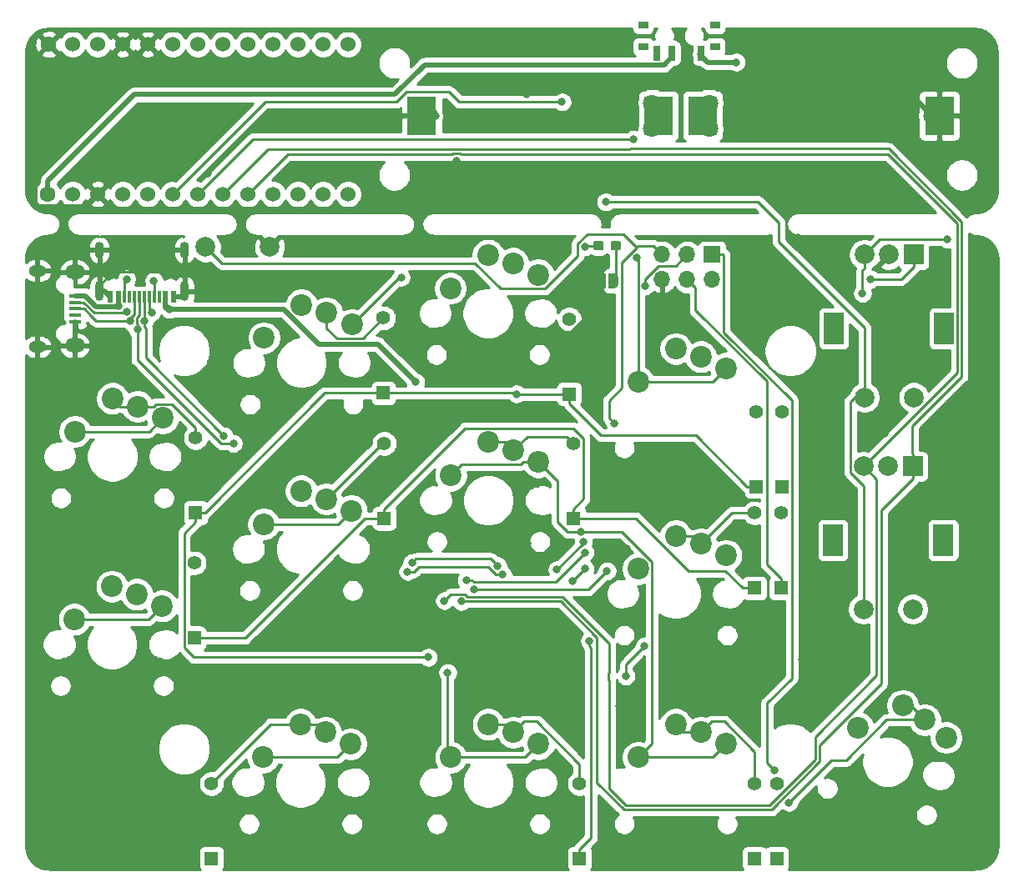
<source format=gtl>
G04 #@! TF.GenerationSoftware,KiCad,Pcbnew,(5.1.4-0-10_14)*
G04 #@! TF.CreationDate,2019-10-30T02:42:43+09:00*
G04 #@! TF.ProjectId,nilgiri,6e696c67-6972-4692-9e6b-696361645f70,rev?*
G04 #@! TF.SameCoordinates,Original*
G04 #@! TF.FileFunction,Copper,L1,Top*
G04 #@! TF.FilePolarity,Positive*
%FSLAX46Y46*%
G04 Gerber Fmt 4.6, Leading zero omitted, Abs format (unit mm)*
G04 Created by KiCad (PCBNEW (5.1.4-0-10_14)) date 2019-10-30 02:42:43*
%MOMM*%
%LPD*%
G04 APERTURE LIST*
%ADD10R,3.000000X4.000000*%
%ADD11C,1.800000*%
%ADD12C,2.200000*%
%ADD13O,0.900000X2.000000*%
%ADD14O,0.900000X1.700000*%
%ADD15R,0.300000X1.160000*%
%ADD16R,0.600000X1.160000*%
%ADD17C,1.600200*%
%ADD18C,1.524000*%
%ADD19R,1.000000X0.800000*%
%ADD20R,0.700000X1.500000*%
%ADD21C,2.000000*%
%ADD22R,1.300000X0.450000*%
%ADD23O,2.000000X1.450000*%
%ADD24O,1.800000X1.150000*%
%ADD25R,2.000000X3.200000*%
%ADD26R,2.000000X2.000000*%
%ADD27C,1.397000*%
%ADD28R,1.397000X1.397000*%
%ADD29O,1.700000X1.700000*%
%ADD30R,1.700000X1.700000*%
%ADD31C,0.500000*%
%ADD32C,0.100000*%
%ADD33C,0.950000*%
%ADD34C,0.800000*%
%ADD35C,0.500000*%
%ADD36C,0.250000*%
%ADD37C,0.254000*%
G04 APERTURE END LIST*
D10*
X151000000Y-47000000D03*
X127000000Y-47000000D03*
D11*
X150353800Y-48300000D03*
X150353800Y-45700000D03*
X127700000Y-46950000D03*
D10*
X155500000Y-47000000D03*
X179500000Y-47000000D03*
D11*
X156146200Y-45700000D03*
X156146200Y-48300000D03*
X178800000Y-47050000D03*
D12*
X119900000Y-68200000D03*
X114800000Y-66200000D03*
X117340000Y-67020000D03*
X110990000Y-69560000D03*
D13*
X102922800Y-64795000D03*
X94282800Y-64795000D03*
D14*
X102922800Y-60625000D03*
X94282800Y-60625000D03*
D15*
X99352800Y-65375000D03*
X98852800Y-65375000D03*
X98352800Y-65375000D03*
X100352800Y-65375000D03*
X99852800Y-65375000D03*
X97352800Y-65375000D03*
X97852800Y-65375000D03*
X96852800Y-65375000D03*
D16*
X101002800Y-65375000D03*
X101002800Y-65375000D03*
X101802800Y-65375000D03*
X101802800Y-65375000D03*
X96202800Y-65375000D03*
X95402800Y-65375000D03*
X96202800Y-65375000D03*
X95402800Y-65375000D03*
D12*
X119850000Y-87100000D03*
X114750000Y-85100000D03*
X117290000Y-85920000D03*
X110940000Y-88460000D03*
D17*
X89150000Y-39750000D03*
X89050000Y-54950000D03*
D18*
X91572000Y-39738600D03*
X94112000Y-39738600D03*
X96652000Y-39738600D03*
X99192000Y-39738600D03*
X101732000Y-39738600D03*
X104272000Y-39738600D03*
X106812000Y-39738600D03*
X109352000Y-39738600D03*
X111892000Y-39738600D03*
X114432000Y-39738600D03*
X116972000Y-39738600D03*
X119512000Y-39738600D03*
X119512000Y-54958600D03*
X116972000Y-54958600D03*
X114432000Y-54958600D03*
X111892000Y-54958600D03*
X109352000Y-54958600D03*
X106812000Y-54958600D03*
X104272000Y-54958600D03*
X101732000Y-54958600D03*
X99192000Y-54958600D03*
X96652000Y-54958600D03*
X94112000Y-54958600D03*
X91572000Y-54958600D03*
D19*
X156750000Y-39980000D03*
X149450000Y-39980000D03*
X149450000Y-37770000D03*
X156750000Y-37770000D03*
D20*
X150850000Y-40630000D03*
X152350000Y-40630000D03*
X155350000Y-40630000D03*
D21*
X105055600Y-60325000D03*
X111555600Y-60325000D03*
D22*
X91841400Y-65298800D03*
X91841400Y-65948800D03*
X91841400Y-66598800D03*
X91841400Y-67248800D03*
X91841400Y-67898800D03*
D23*
X91791400Y-62873800D03*
X91791400Y-70323800D03*
D24*
X87991400Y-62723800D03*
X87991400Y-70473800D03*
D21*
X171900000Y-75600000D03*
X176900000Y-75600000D03*
D25*
X168800000Y-68600000D03*
X180000000Y-68600000D03*
D21*
X171900000Y-61100000D03*
X174400000Y-61100000D03*
D26*
X176900000Y-61100000D03*
D12*
X138850000Y-82150000D03*
X133750000Y-80150000D03*
X136290000Y-80970000D03*
X129940000Y-83510000D03*
X157850000Y-91650000D03*
X152750000Y-89650000D03*
X155290000Y-90470000D03*
X148940000Y-93010000D03*
X138800000Y-63150000D03*
X133700000Y-61150000D03*
X136240000Y-61970000D03*
X129890000Y-64510000D03*
X100700000Y-77700000D03*
X95600000Y-75700000D03*
X98140000Y-76520000D03*
X91790000Y-79060000D03*
X138850000Y-110800000D03*
X133750000Y-108800000D03*
X136290000Y-109620000D03*
X129940000Y-112160000D03*
X157850000Y-110800000D03*
X152750000Y-108800000D03*
X155290000Y-109620000D03*
X148940000Y-112160000D03*
X180185616Y-110152866D03*
X175777032Y-106901038D03*
X178018252Y-108350497D03*
X171227223Y-109160448D03*
X157850000Y-72650000D03*
X152750000Y-70650000D03*
X155290000Y-71470000D03*
X148940000Y-74010000D03*
X119800000Y-110800000D03*
X114700000Y-108800000D03*
X117240000Y-109620000D03*
X110890000Y-112160000D03*
X100660000Y-96780000D03*
X95560000Y-94780000D03*
X98100000Y-95600000D03*
X91750000Y-98140000D03*
D21*
X171800000Y-97100000D03*
X176800000Y-97100000D03*
D25*
X168700000Y-90100000D03*
X179900000Y-90100000D03*
D21*
X171800000Y-82600000D03*
X174300000Y-82600000D03*
D26*
X176800000Y-82600000D03*
D27*
X123100000Y-67540000D03*
D28*
X123100000Y-75160000D03*
D27*
X163000000Y-114815000D03*
D28*
X163000000Y-122435000D03*
D27*
X160750000Y-87340000D03*
D28*
X160750000Y-94960000D03*
D27*
X160950000Y-77040000D03*
D28*
X160950000Y-84660000D03*
D27*
X160750000Y-114815000D03*
D28*
X160750000Y-122435000D03*
D27*
X142400000Y-80265000D03*
D28*
X142400000Y-87885000D03*
D27*
X141950000Y-67640000D03*
D28*
X141950000Y-75260000D03*
D27*
X163450000Y-87340000D03*
D28*
X163450000Y-94960000D03*
D27*
X143002000Y-114815000D03*
D28*
X143002000Y-122435000D03*
D27*
X123190000Y-80264000D03*
D28*
X123190000Y-87884000D03*
D27*
X163500000Y-77040000D03*
D28*
X163500000Y-84660000D03*
D27*
X105664000Y-114815000D03*
D28*
X105664000Y-122435000D03*
D27*
X103900000Y-92415000D03*
D28*
X103900000Y-100035000D03*
D27*
X104050000Y-79690000D03*
D28*
X104050000Y-87310000D03*
D29*
X151384000Y-63627000D03*
X151384000Y-61087000D03*
X153924000Y-63627000D03*
X153924000Y-61087000D03*
X156464000Y-63627000D03*
D30*
X156464000Y-61087000D03*
D31*
X146446000Y-63754000D03*
D32*
G36*
X146446000Y-63004602D02*
G01*
X146470534Y-63004602D01*
X146519365Y-63009412D01*
X146567490Y-63018984D01*
X146614445Y-63033228D01*
X146659778Y-63052005D01*
X146703051Y-63075136D01*
X146743850Y-63102396D01*
X146781779Y-63133524D01*
X146816476Y-63168221D01*
X146847604Y-63206150D01*
X146874864Y-63246949D01*
X146897995Y-63290222D01*
X146916772Y-63335555D01*
X146931016Y-63382510D01*
X146940588Y-63430635D01*
X146945398Y-63479466D01*
X146945398Y-63504000D01*
X146946000Y-63504000D01*
X146946000Y-64004000D01*
X146945398Y-64004000D01*
X146945398Y-64028534D01*
X146940588Y-64077365D01*
X146931016Y-64125490D01*
X146916772Y-64172445D01*
X146897995Y-64217778D01*
X146874864Y-64261051D01*
X146847604Y-64301850D01*
X146816476Y-64339779D01*
X146781779Y-64374476D01*
X146743850Y-64405604D01*
X146703051Y-64432864D01*
X146659778Y-64455995D01*
X146614445Y-64474772D01*
X146567490Y-64489016D01*
X146519365Y-64498588D01*
X146470534Y-64503398D01*
X146446000Y-64503398D01*
X146446000Y-64504000D01*
X145946000Y-64504000D01*
X145946000Y-63004000D01*
X146446000Y-63004000D01*
X146446000Y-63004602D01*
X146446000Y-63004602D01*
G37*
D31*
X145146000Y-63754000D03*
D32*
G36*
X145646000Y-64504000D02*
G01*
X145146000Y-64504000D01*
X145146000Y-64503398D01*
X145121466Y-64503398D01*
X145072635Y-64498588D01*
X145024510Y-64489016D01*
X144977555Y-64474772D01*
X144932222Y-64455995D01*
X144888949Y-64432864D01*
X144848150Y-64405604D01*
X144810221Y-64374476D01*
X144775524Y-64339779D01*
X144744396Y-64301850D01*
X144717136Y-64261051D01*
X144694005Y-64217778D01*
X144675228Y-64172445D01*
X144660984Y-64125490D01*
X144651412Y-64077365D01*
X144646602Y-64028534D01*
X144646602Y-64004000D01*
X144646000Y-64004000D01*
X144646000Y-63504000D01*
X144646602Y-63504000D01*
X144646602Y-63479466D01*
X144651412Y-63430635D01*
X144660984Y-63382510D01*
X144675228Y-63335555D01*
X144694005Y-63290222D01*
X144717136Y-63246949D01*
X144744396Y-63206150D01*
X144775524Y-63168221D01*
X144810221Y-63133524D01*
X144848150Y-63102396D01*
X144888949Y-63075136D01*
X144932222Y-63052005D01*
X144977555Y-63033228D01*
X145024510Y-63018984D01*
X145072635Y-63009412D01*
X145121466Y-63004602D01*
X145146000Y-63004602D01*
X145146000Y-63004000D01*
X145646000Y-63004000D01*
X145646000Y-64504000D01*
X145646000Y-64504000D01*
G37*
G36*
X145231779Y-59724144D02*
G01*
X145254834Y-59727563D01*
X145277443Y-59733227D01*
X145299387Y-59741079D01*
X145320457Y-59751044D01*
X145340448Y-59763026D01*
X145359168Y-59776910D01*
X145376438Y-59792562D01*
X145392090Y-59809832D01*
X145405974Y-59828552D01*
X145417956Y-59848543D01*
X145427921Y-59869613D01*
X145435773Y-59891557D01*
X145441437Y-59914166D01*
X145444856Y-59937221D01*
X145446000Y-59960500D01*
X145446000Y-60435500D01*
X145444856Y-60458779D01*
X145441437Y-60481834D01*
X145435773Y-60504443D01*
X145427921Y-60526387D01*
X145417956Y-60547457D01*
X145405974Y-60567448D01*
X145392090Y-60586168D01*
X145376438Y-60603438D01*
X145359168Y-60619090D01*
X145340448Y-60632974D01*
X145320457Y-60644956D01*
X145299387Y-60654921D01*
X145277443Y-60662773D01*
X145254834Y-60668437D01*
X145231779Y-60671856D01*
X145208500Y-60673000D01*
X144633500Y-60673000D01*
X144610221Y-60671856D01*
X144587166Y-60668437D01*
X144564557Y-60662773D01*
X144542613Y-60654921D01*
X144521543Y-60644956D01*
X144501552Y-60632974D01*
X144482832Y-60619090D01*
X144465562Y-60603438D01*
X144449910Y-60586168D01*
X144436026Y-60567448D01*
X144424044Y-60547457D01*
X144414079Y-60526387D01*
X144406227Y-60504443D01*
X144400563Y-60481834D01*
X144397144Y-60458779D01*
X144396000Y-60435500D01*
X144396000Y-59960500D01*
X144397144Y-59937221D01*
X144400563Y-59914166D01*
X144406227Y-59891557D01*
X144414079Y-59869613D01*
X144424044Y-59848543D01*
X144436026Y-59828552D01*
X144449910Y-59809832D01*
X144465562Y-59792562D01*
X144482832Y-59776910D01*
X144501552Y-59763026D01*
X144521543Y-59751044D01*
X144542613Y-59741079D01*
X144564557Y-59733227D01*
X144587166Y-59727563D01*
X144610221Y-59724144D01*
X144633500Y-59723000D01*
X145208500Y-59723000D01*
X145231779Y-59724144D01*
X145231779Y-59724144D01*
G37*
D33*
X144921000Y-60198000D03*
D32*
G36*
X146981779Y-59724144D02*
G01*
X147004834Y-59727563D01*
X147027443Y-59733227D01*
X147049387Y-59741079D01*
X147070457Y-59751044D01*
X147090448Y-59763026D01*
X147109168Y-59776910D01*
X147126438Y-59792562D01*
X147142090Y-59809832D01*
X147155974Y-59828552D01*
X147167956Y-59848543D01*
X147177921Y-59869613D01*
X147185773Y-59891557D01*
X147191437Y-59914166D01*
X147194856Y-59937221D01*
X147196000Y-59960500D01*
X147196000Y-60435500D01*
X147194856Y-60458779D01*
X147191437Y-60481834D01*
X147185773Y-60504443D01*
X147177921Y-60526387D01*
X147167956Y-60547457D01*
X147155974Y-60567448D01*
X147142090Y-60586168D01*
X147126438Y-60603438D01*
X147109168Y-60619090D01*
X147090448Y-60632974D01*
X147070457Y-60644956D01*
X147049387Y-60654921D01*
X147027443Y-60662773D01*
X147004834Y-60668437D01*
X146981779Y-60671856D01*
X146958500Y-60673000D01*
X146383500Y-60673000D01*
X146360221Y-60671856D01*
X146337166Y-60668437D01*
X146314557Y-60662773D01*
X146292613Y-60654921D01*
X146271543Y-60644956D01*
X146251552Y-60632974D01*
X146232832Y-60619090D01*
X146215562Y-60603438D01*
X146199910Y-60586168D01*
X146186026Y-60567448D01*
X146174044Y-60547457D01*
X146164079Y-60526387D01*
X146156227Y-60504443D01*
X146150563Y-60481834D01*
X146147144Y-60458779D01*
X146146000Y-60435500D01*
X146146000Y-59960500D01*
X146147144Y-59937221D01*
X146150563Y-59914166D01*
X146156227Y-59891557D01*
X146164079Y-59869613D01*
X146174044Y-59848543D01*
X146186026Y-59828552D01*
X146199910Y-59809832D01*
X146215562Y-59792562D01*
X146232832Y-59776910D01*
X146251552Y-59763026D01*
X146271543Y-59751044D01*
X146292613Y-59741079D01*
X146314557Y-59733227D01*
X146337166Y-59727563D01*
X146360221Y-59724144D01*
X146383500Y-59723000D01*
X146958500Y-59723000D01*
X146981779Y-59724144D01*
X146981779Y-59724144D01*
G37*
D33*
X146671000Y-60198000D03*
D34*
X142175000Y-109100000D03*
X128524000Y-98044000D03*
X126355856Y-88528144D03*
X165143345Y-59392655D03*
X134747000Y-103124000D03*
X144070615Y-62282615D03*
X137750000Y-90436002D03*
X137668000Y-44831000D03*
X130556000Y-89662000D03*
X158750000Y-62357000D03*
X128397000Y-46990000D03*
X105283000Y-52832000D03*
X109347000Y-41783000D03*
X130556000Y-51562000D03*
X159512000Y-52832000D03*
X153403300Y-104902000D03*
X154063700Y-102006400D03*
X163106100Y-102095300D03*
X165595300Y-102184200D03*
X174752000Y-100330000D03*
X173990000Y-79248000D03*
X109220000Y-87122000D03*
X151384000Y-72898000D03*
X150622000Y-80772000D03*
X147828000Y-90932000D03*
X147066000Y-106934000D03*
X107442000Y-75184000D03*
X119507000Y-98679000D03*
X119761000Y-78486000D03*
X111506000Y-76200000D03*
X138811001Y-69595999D03*
X104521000Y-73787000D03*
X113030000Y-82105500D03*
X145669000Y-55753000D03*
X164244749Y-116746749D03*
X129625000Y-103550000D03*
X124891800Y-63411100D03*
X143129002Y-89281000D03*
X148792386Y-61432614D03*
X126365000Y-74041000D03*
X96202801Y-66286665D03*
X101406801Y-66669003D03*
X144017998Y-100330000D03*
X162763200Y-113487200D03*
X98144490Y-68725163D03*
X99577822Y-66973539D03*
X107886502Y-80264000D03*
X97091500Y-66865500D03*
X98852790Y-67850334D03*
X97402779Y-67818000D03*
X106934000Y-79502000D03*
X99822000Y-63754000D03*
X97053400Y-63576199D03*
X140716000Y-93091000D03*
X143402845Y-90249599D03*
X149665000Y-64262000D03*
X146557994Y-78232000D03*
X149606000Y-100838000D03*
X147701002Y-103886000D03*
X143550000Y-60300000D03*
X127650000Y-102000000D03*
X136600000Y-75260001D03*
X131525000Y-94174990D03*
X143538502Y-91341500D03*
X172550001Y-63600000D03*
X141224000Y-45593000D03*
X132334000Y-95123000D03*
X145796000Y-93218002D03*
X171704000Y-65024000D03*
X180340000Y-59563000D03*
X148479004Y-49391500D03*
X129279476Y-96245524D03*
X131015683Y-96325000D03*
X142274957Y-94291037D03*
X143555997Y-93009997D03*
X158900000Y-41550000D03*
X125551719Y-93293906D03*
X135210776Y-93611750D03*
X126000000Y-92400000D03*
X134699996Y-92700000D03*
D35*
X145146000Y-63754000D02*
X145034000Y-63754000D01*
X142175000Y-109100000D02*
X140723000Y-109100000D01*
X129667000Y-98044000D02*
X134747000Y-103124000D01*
X140723000Y-109100000D02*
X134747000Y-103124000D01*
X128524000Y-98044000D02*
X129667000Y-98044000D01*
X145146000Y-63358000D02*
X144070615Y-62282615D01*
X145146000Y-63754000D02*
X145146000Y-63358000D01*
X136975998Y-89662000D02*
X137750000Y-90436002D01*
X134366000Y-89662000D02*
X136975998Y-89662000D01*
X134366000Y-89662000D02*
X134885000Y-89662000D01*
X91841400Y-69048800D02*
X91841400Y-67923801D01*
X91791400Y-69098800D02*
X91841400Y-69048800D01*
X91791400Y-70323800D02*
X91791400Y-69098800D01*
D36*
X93987600Y-64795000D02*
X94282800Y-64795000D01*
X91791400Y-62873800D02*
X92066400Y-62873800D01*
X94282800Y-60625000D02*
X94282800Y-64795000D01*
X102922800Y-64795000D02*
X102922800Y-60625000D01*
X94282800Y-64245000D02*
X94282800Y-64795000D01*
X102228999Y-62851199D02*
X95676601Y-62851199D01*
X102922800Y-63545000D02*
X102228999Y-62851199D01*
X95676601Y-62851199D02*
X94282800Y-64245000D01*
X102922800Y-64795000D02*
X102922800Y-63545000D01*
X91641400Y-70473800D02*
X91791400Y-70323800D01*
X87991400Y-70473800D02*
X91641400Y-70473800D01*
D35*
X102922800Y-60625000D02*
X102922800Y-61025000D01*
D36*
X90541400Y-62873800D02*
X91791400Y-62873800D01*
X88141400Y-62873800D02*
X87991400Y-62723800D01*
X91791400Y-62873800D02*
X88141400Y-62873800D01*
D35*
X96652000Y-39738600D02*
X87749999Y-48640601D01*
X87749999Y-48640601D02*
X87749999Y-56160001D01*
X87839999Y-56250001D02*
X92820599Y-56250001D01*
X87749999Y-56160001D02*
X87839999Y-56250001D01*
X92820599Y-56250001D02*
X94112000Y-54958600D01*
X138391001Y-44107999D02*
X137668000Y-44831000D01*
X178800000Y-47050000D02*
X175857999Y-44107999D01*
X175857999Y-44107999D02*
X145122001Y-44107999D01*
X102602800Y-65375000D02*
X102870000Y-65107800D01*
X101802800Y-65375000D02*
X102602800Y-65375000D01*
X94282800Y-64795000D02*
X94767000Y-64795000D01*
X94767000Y-64795000D02*
X95377000Y-65405000D01*
X130556000Y-89662000D02*
X129422144Y-88528144D01*
X129422144Y-88528144D02*
X126355856Y-88528144D01*
X130556000Y-89662000D02*
X134366000Y-89662000D01*
X145122001Y-44107999D02*
X138391001Y-44107999D01*
X145122001Y-44107999D02*
X142367000Y-46863000D01*
X141693783Y-69595999D02*
X139376686Y-69595999D01*
X139376686Y-69595999D02*
X138811001Y-69595999D01*
X145146000Y-66143782D02*
X141693783Y-69595999D01*
X145146000Y-63754000D02*
X145146000Y-66143782D01*
D36*
X121014999Y-69625001D02*
X123100000Y-67540000D01*
X117340000Y-68575634D02*
X118389367Y-69625001D01*
X118389367Y-69625001D02*
X121014999Y-69625001D01*
X117340000Y-67020000D02*
X117340000Y-68575634D01*
X161101346Y-55753000D02*
X145669000Y-55753000D01*
X163195000Y-57846654D02*
X161101346Y-55753000D01*
X171800000Y-84561002D02*
X170474999Y-83236001D01*
X170474999Y-76025001D02*
X171900000Y-74600000D01*
X170474999Y-83236001D02*
X170474999Y-76025001D01*
X171800000Y-97100000D02*
X171800000Y-84561002D01*
X171900000Y-68522000D02*
X171900000Y-74600000D01*
X163195000Y-59817000D02*
X171900000Y-68522000D01*
X163195000Y-59817000D02*
X163195000Y-57846654D01*
X154470000Y-89650000D02*
X155290000Y-90470000D01*
X152750000Y-89650000D02*
X154470000Y-89650000D01*
X158420000Y-87340000D02*
X160750000Y-87340000D01*
X155290000Y-90470000D02*
X158420000Y-87340000D01*
X122946000Y-80264000D02*
X123190000Y-80264000D01*
X117290000Y-85920000D02*
X122946000Y-80264000D01*
X135470000Y-108800000D02*
X136290000Y-109620000D01*
X133750000Y-108800000D02*
X135470000Y-108800000D01*
X143002000Y-112842998D02*
X143002000Y-114815000D01*
X138679003Y-108520001D02*
X143002000Y-112842998D01*
X137389999Y-108520001D02*
X138679003Y-108520001D01*
X136290000Y-109620000D02*
X137389999Y-108520001D01*
X135470000Y-80150000D02*
X136290000Y-80970000D01*
X133750000Y-80150000D02*
X135470000Y-80150000D01*
X137693499Y-79566501D02*
X136290000Y-80970000D01*
X141701501Y-79566501D02*
X137693499Y-79566501D01*
X142400000Y-80265000D02*
X141701501Y-79566501D01*
X153570000Y-109620000D02*
X152750000Y-108800000D01*
X155290000Y-109620000D02*
X153570000Y-109620000D01*
X160750000Y-111590998D02*
X160750000Y-114815000D01*
X156389999Y-108520001D02*
X157679003Y-108520001D01*
X157679003Y-108520001D02*
X160750000Y-111590998D01*
X155290000Y-109620000D02*
X156389999Y-108520001D01*
X176568793Y-106901038D02*
X175777032Y-106901038D01*
X178018252Y-108350497D02*
X176568793Y-106901038D01*
X170036473Y-112460200D02*
X168531298Y-112460200D01*
X174146176Y-108350497D02*
X170036473Y-112460200D01*
X168531298Y-112460200D02*
X164244749Y-116746749D01*
X178018252Y-108350497D02*
X174146176Y-108350497D01*
X99340000Y-79060000D02*
X100700000Y-77700000D01*
X91790000Y-79060000D02*
X99340000Y-79060000D01*
X99300000Y-98140000D02*
X100660000Y-96780000D01*
X91750000Y-98140000D02*
X99300000Y-98140000D01*
X110890000Y-112160000D02*
X118440000Y-112160000D01*
X118440000Y-112160000D02*
X119800000Y-110800000D01*
X137490000Y-112160000D02*
X138850000Y-110800000D01*
X129940000Y-112160000D02*
X137490000Y-112160000D01*
X118490000Y-88460000D02*
X110940000Y-88460000D01*
X119850000Y-87100000D02*
X118490000Y-88460000D01*
X129625000Y-111845000D02*
X129940000Y-112160000D01*
X129625000Y-103550000D02*
X129625000Y-111845000D01*
X119900000Y-68200000D02*
X124688900Y-63411100D01*
X124688900Y-63411100D02*
X124891800Y-63411100D01*
X156490000Y-112160000D02*
X157850000Y-110800000D01*
X148940000Y-112160000D02*
X156490000Y-112160000D01*
X131039999Y-82410001D02*
X129940000Y-83510000D01*
X137294366Y-82150000D02*
X137034365Y-82410001D01*
X137034365Y-82410001D02*
X131039999Y-82410001D01*
X138850000Y-82150000D02*
X137294366Y-82150000D01*
X140775000Y-84075000D02*
X140775000Y-88242002D01*
X141813998Y-89281000D02*
X143129002Y-89281000D01*
X138850000Y-82150000D02*
X140775000Y-84075000D01*
X140775000Y-88242002D02*
X141813998Y-89281000D01*
X147320002Y-89281000D02*
X143129002Y-89281000D01*
X150365001Y-92325999D02*
X147320002Y-89281000D01*
X150365001Y-110734999D02*
X150365001Y-92325999D01*
X148940000Y-112160000D02*
X150365001Y-110734999D01*
X156490000Y-74010000D02*
X148940000Y-74010000D01*
X157850000Y-72650000D02*
X156490000Y-74010000D01*
X148940000Y-61580228D02*
X148792386Y-61432614D01*
X148940000Y-74010000D02*
X148940000Y-61580228D01*
D35*
X92851401Y-65273799D02*
X91841400Y-65273799D01*
X93982603Y-66405001D02*
X92851401Y-65273799D01*
X96062801Y-66405001D02*
X93982603Y-66405001D01*
X96202800Y-66265002D02*
X96062801Y-66405001D01*
X96202800Y-65375000D02*
X96202800Y-66265002D01*
X101002800Y-66265002D02*
X101254302Y-66516504D01*
X101002800Y-65375000D02*
X101002800Y-66265002D01*
X101002800Y-66265002D02*
X101406806Y-66669008D01*
X126365000Y-74041000D02*
X122524011Y-70200011D01*
X122524011Y-70200011D02*
X116526013Y-70200011D01*
X101216803Y-66669003D02*
X101406801Y-66669003D01*
X101002800Y-66455000D02*
X101216803Y-66669003D01*
X116526013Y-70200011D02*
X112995005Y-66669003D01*
X101002800Y-65375000D02*
X101002800Y-66455000D01*
X101972486Y-66669003D02*
X101406801Y-66669003D01*
X112995005Y-66669003D02*
X101972486Y-66669003D01*
D36*
X144017998Y-100895685D02*
X144017998Y-100330000D01*
X143002000Y-121486500D02*
X144163999Y-120324501D01*
X143002000Y-122435000D02*
X143002000Y-121486500D01*
X144163999Y-120324501D02*
X144163999Y-101041686D01*
X144163999Y-101041686D02*
X144017998Y-100895685D01*
X157639001Y-61162001D02*
X157639001Y-68991591D01*
X156464000Y-61087000D02*
X157564000Y-61087000D01*
X157564000Y-61087000D02*
X157639001Y-61162001D01*
X157639001Y-68991591D02*
X164523501Y-75876091D01*
X164523501Y-104119497D02*
X162001200Y-106641798D01*
X162001200Y-112725200D02*
X162363201Y-113087201D01*
X164523501Y-75876091D02*
X164523501Y-104119497D01*
X162363201Y-113087201D02*
X162763200Y-113487200D01*
X162001200Y-106641798D02*
X162001200Y-112725200D01*
X98352800Y-65375000D02*
X98352800Y-67277322D01*
X98127789Y-67502333D02*
X98127789Y-68142777D01*
X98127789Y-68142777D02*
X98144490Y-68159478D01*
X98144490Y-68159478D02*
X98144490Y-68725163D01*
X98352800Y-67277322D02*
X98127789Y-67502333D01*
X99352800Y-66748517D02*
X99577822Y-66973539D01*
X99352800Y-65375000D02*
X99352800Y-66748517D01*
X92713216Y-65948800D02*
X93744427Y-66980011D01*
X91841400Y-65948800D02*
X92713216Y-65948800D01*
X96945334Y-67011666D02*
X97091500Y-66865500D01*
X93776082Y-67011666D02*
X96945334Y-67011666D01*
X93744427Y-66980011D02*
X93776082Y-67011666D01*
X106622998Y-80264000D02*
X107886502Y-80264000D01*
X98144490Y-71785492D02*
X106622998Y-80264000D01*
X98144490Y-68725163D02*
X98144490Y-71785492D01*
X92726806Y-66598800D02*
X93558027Y-67430021D01*
X91841400Y-66598800D02*
X92726806Y-66598800D01*
X98852800Y-65375000D02*
X98877799Y-65399999D01*
X97402779Y-67590933D02*
X97402779Y-67818000D01*
X97852800Y-67140912D02*
X97402779Y-67590933D01*
X97852800Y-65375000D02*
X97852800Y-67140912D01*
X98852800Y-65375000D02*
X98852800Y-66205000D01*
X98852790Y-67284649D02*
X98852790Y-67850334D01*
X98852800Y-66205000D02*
X98852778Y-66205022D01*
X98852778Y-67284637D02*
X98852790Y-67284649D01*
X98852778Y-66205022D02*
X98852778Y-67284637D01*
X99252789Y-71820789D02*
X106934000Y-79502000D01*
X97402779Y-67818000D02*
X93946006Y-67818000D01*
X93946006Y-67818000D02*
X93423253Y-67295247D01*
X93423253Y-67295247D02*
X93589682Y-67461676D01*
X92726806Y-66598800D02*
X93423253Y-67295247D01*
X98852790Y-68416019D02*
X99000000Y-68563229D01*
X98852790Y-67850334D02*
X98852790Y-68416019D01*
X99000000Y-71568000D02*
X107000000Y-79568000D01*
X99000000Y-68563229D02*
X99000000Y-71568000D01*
X99852800Y-63784800D02*
X99822000Y-63754000D01*
X99852800Y-65375000D02*
X99852800Y-63784800D01*
X96852800Y-63776799D02*
X97053400Y-63576199D01*
X96852800Y-65375000D02*
X96852800Y-63776799D01*
X140716000Y-93091000D02*
X143402845Y-90404155D01*
X143402845Y-90404155D02*
X143402845Y-90249599D01*
X153924000Y-61087000D02*
X152748999Y-62262001D01*
X150972314Y-62262001D02*
X149665000Y-63569315D01*
X149665000Y-63569315D02*
X149665000Y-64262000D01*
X152748999Y-62262001D02*
X150972314Y-62262001D01*
X145974999Y-77649005D02*
X146557994Y-78232000D01*
X147271010Y-61880988D02*
X147271010Y-74641988D01*
X150534001Y-60237001D02*
X148914997Y-60237001D01*
X147271010Y-74641988D02*
X145974999Y-75937999D01*
X151384000Y-61087000D02*
X150534001Y-60237001D01*
X145974999Y-75937999D02*
X145974999Y-77649005D01*
X148791049Y-60360949D02*
X147271010Y-61880988D01*
X148914997Y-60237001D02*
X148791049Y-60360949D01*
X147701002Y-103320315D02*
X147701002Y-103886000D01*
X147701002Y-102742998D02*
X147701002Y-103320315D01*
X149606000Y-100838000D02*
X147701002Y-102742998D01*
X143776999Y-58999999D02*
X147430099Y-58999999D01*
X142824999Y-59951999D02*
X143776999Y-58999999D01*
X142824999Y-61234003D02*
X142824999Y-59951999D01*
X139484001Y-64575001D02*
X142824999Y-61234003D01*
X135015999Y-64575001D02*
X139484001Y-64575001D01*
X147430099Y-58999999D02*
X148791049Y-60360949D01*
X132416998Y-61976000D02*
X135015999Y-64575001D01*
X106706600Y-61976000D02*
X132416998Y-61976000D01*
X105055600Y-60325000D02*
X106706600Y-61976000D01*
X143652000Y-60198000D02*
X143550000Y-60300000D01*
X144921000Y-60198000D02*
X143652000Y-60198000D01*
X102876499Y-89432001D02*
X104050000Y-88258500D01*
X102876499Y-100993501D02*
X102876499Y-89432001D01*
X103882998Y-102000000D02*
X102876499Y-100993501D01*
X104050000Y-88258500D02*
X104050000Y-87310000D01*
X127650000Y-102000000D02*
X103882998Y-102000000D01*
X145206501Y-79465001D02*
X141950000Y-76208500D01*
X154806501Y-79465001D02*
X145206501Y-79465001D01*
X141950000Y-76208500D02*
X141950000Y-75260000D01*
X160001500Y-84660000D02*
X154806501Y-79465001D01*
X160950000Y-84660000D02*
X160001500Y-84660000D01*
X117148500Y-75160000D02*
X121845200Y-75160000D01*
X104998500Y-87310000D02*
X117148500Y-75160000D01*
X104050000Y-87310000D02*
X104998500Y-87310000D01*
X123100000Y-75160000D02*
X121845200Y-75160000D01*
X141001499Y-75260001D02*
X137165685Y-75260001D01*
X137165685Y-75260001D02*
X136600000Y-75260001D01*
X136499999Y-75160000D02*
X136600000Y-75260001D01*
X123100000Y-75160000D02*
X136499999Y-75160000D01*
X141950000Y-75260000D02*
X141001499Y-75260001D01*
X139918001Y-94325001D02*
X140579277Y-94325001D01*
X139918001Y-94325001D02*
X140555001Y-94325001D01*
X140555001Y-94325001D02*
X143538502Y-91341500D01*
X175650000Y-63600000D02*
X172550001Y-63600000D01*
X176900000Y-62350000D02*
X175650000Y-63600000D01*
X176900000Y-61100000D02*
X176900000Y-62350000D01*
X135558778Y-94336752D02*
X135570529Y-94325001D01*
X131525000Y-94174990D02*
X132090685Y-94174990D01*
X135570529Y-94325001D02*
X139918001Y-94325001D01*
X132090685Y-94174990D02*
X132252447Y-94336752D01*
X132252447Y-94336752D02*
X135558778Y-94336752D01*
X111097600Y-45593000D02*
X101732000Y-54958600D01*
X141224000Y-45593000D02*
X130778002Y-45593000D01*
X124401000Y-45593000D02*
X111097600Y-45593000D01*
X129760001Y-44574999D02*
X125419001Y-44574999D01*
X125419001Y-44574999D02*
X124401000Y-45593000D01*
X130778002Y-45593000D02*
X129760001Y-44574999D01*
X143891002Y-95123000D02*
X145796000Y-93218002D01*
X132334000Y-95123000D02*
X143891002Y-95123000D01*
X171704000Y-62710213D02*
X171704000Y-65024000D01*
X171900000Y-62514213D02*
X171704000Y-62710213D01*
X171900000Y-61100000D02*
X171900000Y-62514213D01*
X173437000Y-59563000D02*
X179774315Y-59563000D01*
X171900000Y-61100000D02*
X173437000Y-59563000D01*
X179774315Y-59563000D02*
X180340000Y-59563000D01*
X104272000Y-54958600D02*
X109839100Y-49391500D01*
X109839100Y-49391500D02*
X147913319Y-49391500D01*
X147913319Y-49391500D02*
X148479004Y-49391500D01*
X166102391Y-113227391D02*
X166425000Y-112904782D01*
X166933001Y-110053999D02*
X166933001Y-112396781D01*
X166933001Y-112396781D02*
X166102391Y-113227391D01*
X173125001Y-103861999D02*
X166933001Y-110053999D01*
X173125001Y-83925001D02*
X173125001Y-103861999D01*
X171800000Y-82600000D02*
X173125001Y-83925001D01*
X145959999Y-103601987D02*
X145959999Y-104297989D01*
X129279476Y-96245524D02*
X129925001Y-95599999D01*
X129925001Y-95599999D02*
X131363684Y-95599999D01*
X141272402Y-95874989D02*
X145974999Y-100577586D01*
X145974999Y-103586987D02*
X145959999Y-103601987D01*
X131638674Y-95874989D02*
X141272402Y-95874989D01*
X145974999Y-100577586D02*
X145974999Y-103586987D01*
X147687998Y-117025000D02*
X162304781Y-117025000D01*
X145974999Y-104312989D02*
X145974999Y-115312001D01*
X145959999Y-104297989D02*
X145974999Y-104312989D01*
X145974999Y-115312001D02*
X147687998Y-117025000D01*
X162304781Y-117025000D02*
X166102391Y-113227391D01*
X131363684Y-95599999D02*
X131638674Y-95874989D01*
X130982502Y-50915500D02*
X174272842Y-50915500D01*
X181325001Y-73074999D02*
X171800000Y-82600000D01*
X181325001Y-57967659D02*
X181325001Y-73074999D01*
X174272842Y-50915500D02*
X181325001Y-57967659D01*
X130904001Y-50836999D02*
X130982502Y-50915500D01*
X130207999Y-50836999D02*
X130904001Y-50836999D01*
X113395100Y-50915500D02*
X130129498Y-50915500D01*
X130129498Y-50915500D02*
X130207999Y-50836999D01*
X109352000Y-54958600D02*
X113395100Y-50915500D01*
X141086002Y-96325000D02*
X131015683Y-96325000D01*
X147501598Y-117475010D02*
X144743003Y-114716415D01*
X162491181Y-117475011D02*
X147501598Y-117475010D01*
X144743003Y-99981999D02*
X141086002Y-96325000D01*
X167383010Y-112583182D02*
X162491181Y-117475011D01*
X176800000Y-82600000D02*
X176800000Y-83850000D01*
X173575011Y-104703658D02*
X167383010Y-110895659D01*
X144743003Y-114716415D02*
X144743003Y-99981999D01*
X167383010Y-110895659D02*
X167383010Y-112583182D01*
X173575011Y-87074989D02*
X173575011Y-104703658D01*
X176800000Y-83850000D02*
X173575011Y-87074989D01*
X176784000Y-81334000D02*
X176784000Y-78486000D01*
X174337752Y-50344000D02*
X148155004Y-50344000D01*
X181775010Y-57781258D02*
X174337752Y-50344000D01*
X176800000Y-82600000D02*
X176800000Y-81350000D01*
X181775010Y-73494990D02*
X181775010Y-57781258D01*
X176784000Y-78486000D02*
X181775010Y-73494990D01*
X148155004Y-50344000D02*
X148128502Y-50370502D01*
X176800000Y-81350000D02*
X176784000Y-81334000D01*
X107573999Y-54196601D02*
X106812000Y-54958600D01*
X148128502Y-50370502D02*
X111400098Y-50370502D01*
X111400098Y-50370502D02*
X107573999Y-54196601D01*
D35*
X156146200Y-45700000D02*
X156146200Y-48300000D01*
D36*
X109055998Y-100035000D02*
X103900000Y-100035000D01*
X121206998Y-87884000D02*
X109055998Y-100035000D01*
X123190000Y-87884000D02*
X121206998Y-87884000D01*
X142400000Y-86936500D02*
X142400000Y-87885000D01*
X142374781Y-78724999D02*
X143423501Y-79773719D01*
X131400501Y-78724999D02*
X142374781Y-78724999D01*
X143423501Y-79773719D02*
X143423501Y-85912999D01*
X123190000Y-86935500D02*
X131400501Y-78724999D01*
X143423501Y-85912999D02*
X142400000Y-86936500D01*
X123190000Y-87884000D02*
X123190000Y-86935500D01*
X142274957Y-94291037D02*
X143555997Y-93009997D01*
X154773999Y-66762999D02*
X154773999Y-64476999D01*
X154773999Y-64476999D02*
X153924000Y-63627000D01*
X161973501Y-73962501D02*
X154773999Y-66762999D01*
X161973501Y-92535001D02*
X161973501Y-73962501D01*
X163450000Y-94011500D02*
X161973501Y-92535001D01*
X163450000Y-94960000D02*
X163450000Y-94011500D01*
X160750000Y-94960000D02*
X159547002Y-94960000D01*
X148708663Y-87875663D02*
X143357837Y-87875663D01*
X143348500Y-87885000D02*
X142400000Y-87885000D01*
X159547002Y-94960000D02*
X157812001Y-93224999D01*
X143357837Y-87875663D02*
X143348500Y-87885000D01*
X157812001Y-93224999D02*
X154057999Y-93224999D01*
X154057999Y-93224999D02*
X148708663Y-87875663D01*
D35*
X158270000Y-41550000D02*
X158900000Y-41550000D01*
X157628000Y-41550000D02*
X155977000Y-41550000D01*
X158270000Y-41550000D02*
X157628000Y-41550000D01*
X157628000Y-41550000D02*
X156231000Y-41550000D01*
X155977000Y-41550000D02*
X155194000Y-40767000D01*
D36*
X96420000Y-76520000D02*
X95600000Y-75700000D01*
X98140000Y-76520000D02*
X96420000Y-76520000D01*
X104050000Y-78702172D02*
X104050000Y-79690000D01*
X101622827Y-76274999D02*
X104050000Y-78702172D01*
X100015999Y-76274999D02*
X101622827Y-76274999D01*
X99770998Y-76520000D02*
X100015999Y-76274999D01*
X98140000Y-76520000D02*
X99770998Y-76520000D01*
X116420000Y-108800000D02*
X117240000Y-109620000D01*
X114700000Y-108800000D02*
X116420000Y-108800000D01*
X111679000Y-108800000D02*
X105664000Y-114815000D01*
X114700000Y-108800000D02*
X111679000Y-108800000D01*
D35*
X89050000Y-53600000D02*
X89050000Y-54950000D01*
X97819000Y-44831000D02*
X89050000Y-53600000D01*
X124274000Y-44831000D02*
X97819000Y-44831000D01*
X127274999Y-41830001D02*
X124274000Y-44831000D01*
X151560001Y-41830001D02*
X152400000Y-40990002D01*
X150415001Y-41830001D02*
X151560001Y-41830001D01*
X150415001Y-41830001D02*
X127274999Y-41830001D01*
D36*
X134538748Y-93611750D02*
X134645091Y-93611750D01*
X134645091Y-93611750D02*
X135210776Y-93611750D01*
X133726981Y-92799983D02*
X134538748Y-93611750D01*
X126190960Y-93293906D02*
X126684883Y-92799983D01*
X126684883Y-92799983D02*
X133726981Y-92799983D01*
X125551719Y-93293906D02*
X126190960Y-93293906D01*
X126000000Y-92400000D02*
X126399999Y-92000001D01*
X133999997Y-92000001D02*
X134299997Y-92300001D01*
X134299997Y-92300001D02*
X134699996Y-92700000D01*
X126399999Y-92000001D02*
X133999997Y-92000001D01*
X146671000Y-63529000D02*
X146446000Y-63754000D01*
X146671000Y-60198000D02*
X146671000Y-63529000D01*
D37*
G36*
X182551708Y-58994825D02*
G01*
X182559801Y-58999201D01*
X182559806Y-58999204D01*
X182559809Y-58999205D01*
X182559814Y-58999208D01*
X182645975Y-59045020D01*
X182701267Y-59067809D01*
X182753147Y-59090046D01*
X182865337Y-59152018D01*
X182997334Y-59194184D01*
X183124713Y-59208733D01*
X183129246Y-59209375D01*
X183130827Y-59209432D01*
X183135006Y-59209909D01*
X183144919Y-59209999D01*
X183148720Y-59210007D01*
X183271712Y-59213564D01*
X183382147Y-59222145D01*
X183487935Y-59235409D01*
X183586324Y-59252291D01*
X183681550Y-59272927D01*
X183775671Y-59297592D01*
X183864420Y-59324870D01*
X183949802Y-59354955D01*
X184036367Y-59389456D01*
X184116669Y-59425224D01*
X184193893Y-59463228D01*
X184268774Y-59503641D01*
X184341621Y-59546523D01*
X184412769Y-59592022D01*
X184482238Y-59640139D01*
X184548048Y-59689350D01*
X184615823Y-59744025D01*
X184677236Y-59797378D01*
X184736420Y-59852583D01*
X184796173Y-59912467D01*
X184852190Y-59972820D01*
X184906469Y-60035680D01*
X184957829Y-60099660D01*
X185007145Y-60165814D01*
X185055081Y-60235249D01*
X185101527Y-60308188D01*
X185144054Y-60380827D01*
X185185865Y-60458873D01*
X185223923Y-60536996D01*
X185259395Y-60617552D01*
X185292851Y-60702481D01*
X185322501Y-60787598D01*
X185350105Y-60878680D01*
X185373844Y-60970776D01*
X185394587Y-61068434D01*
X185411037Y-61166997D01*
X185423875Y-61273369D01*
X185431755Y-61380328D01*
X185435170Y-61516419D01*
X185452147Y-61653943D01*
X185484947Y-61753487D01*
X185484948Y-120955065D01*
X185451212Y-121059589D01*
X185435075Y-121197213D01*
X185434956Y-121207126D01*
X185434856Y-121227077D01*
X185430770Y-121346869D01*
X185421642Y-121457598D01*
X185408515Y-121559051D01*
X185391212Y-121657961D01*
X185369750Y-121755248D01*
X185345471Y-121846560D01*
X185317708Y-121935860D01*
X185287518Y-122020682D01*
X185252906Y-122106787D01*
X185217567Y-122185574D01*
X185179099Y-122263275D01*
X185138761Y-122337593D01*
X185095704Y-122410359D01*
X185049976Y-122481513D01*
X185002871Y-122549250D01*
X184953447Y-122615137D01*
X184899033Y-122682397D01*
X184844984Y-122744423D01*
X184788606Y-122804629D01*
X184730092Y-122862799D01*
X184669532Y-122918841D01*
X184607183Y-122972527D01*
X184539587Y-123026551D01*
X184473436Y-123075559D01*
X184405602Y-123122127D01*
X184331093Y-123169297D01*
X184252949Y-123214613D01*
X184178670Y-123253972D01*
X184098705Y-123292525D01*
X184019279Y-123327109D01*
X183936490Y-123359403D01*
X183850739Y-123388986D01*
X183757986Y-123416753D01*
X183667187Y-123439830D01*
X183571859Y-123459818D01*
X183472788Y-123476131D01*
X183370029Y-123488382D01*
X183262084Y-123496239D01*
X183128865Y-123499518D01*
X182991334Y-123516429D01*
X182891405Y-123549303D01*
X164178722Y-123549303D01*
X164229037Y-123487994D01*
X164288002Y-123377680D01*
X164324312Y-123257982D01*
X164336572Y-123133500D01*
X164336572Y-121736500D01*
X164324312Y-121612018D01*
X164288002Y-121492320D01*
X164229037Y-121382006D01*
X164149685Y-121285315D01*
X164052994Y-121205963D01*
X163942680Y-121146998D01*
X163822982Y-121110688D01*
X163698500Y-121098428D01*
X162301500Y-121098428D01*
X162177018Y-121110688D01*
X162057320Y-121146998D01*
X161947006Y-121205963D01*
X161875000Y-121265057D01*
X161802994Y-121205963D01*
X161692680Y-121146998D01*
X161572982Y-121110688D01*
X161448500Y-121098428D01*
X160051500Y-121098428D01*
X159927018Y-121110688D01*
X159807320Y-121146998D01*
X159697006Y-121205963D01*
X159600315Y-121285315D01*
X159520963Y-121382006D01*
X159461998Y-121492320D01*
X159425688Y-121612018D01*
X159413428Y-121736500D01*
X159413428Y-123133500D01*
X159425688Y-123257982D01*
X159461998Y-123377680D01*
X159520963Y-123487994D01*
X159571278Y-123549303D01*
X144180722Y-123549303D01*
X144231037Y-123487994D01*
X144290002Y-123377680D01*
X144326312Y-123257982D01*
X144338572Y-123133500D01*
X144338572Y-121736500D01*
X144326312Y-121612018D01*
X144290002Y-121492320D01*
X144231037Y-121382006D01*
X144208616Y-121354686D01*
X144675003Y-120888299D01*
X144704000Y-120864502D01*
X144798973Y-120748777D01*
X144869545Y-120616748D01*
X144913002Y-120473487D01*
X144923999Y-120361834D01*
X144923999Y-120361826D01*
X144927675Y-120324501D01*
X144923999Y-120287176D01*
X144923999Y-115972213D01*
X146904607Y-117952822D01*
X146806480Y-118018388D01*
X146648388Y-118176480D01*
X146524176Y-118362376D01*
X146438617Y-118568933D01*
X146395000Y-118788212D01*
X146395000Y-119011788D01*
X146438617Y-119231067D01*
X146524176Y-119437624D01*
X146648388Y-119623520D01*
X146806480Y-119781612D01*
X146992376Y-119905824D01*
X147198933Y-119991383D01*
X147418212Y-120035000D01*
X147641788Y-120035000D01*
X147861067Y-119991383D01*
X148067624Y-119905824D01*
X148253520Y-119781612D01*
X148411612Y-119623520D01*
X148535824Y-119437624D01*
X148621383Y-119231067D01*
X148665000Y-119011788D01*
X148665000Y-118788212D01*
X148621383Y-118568933D01*
X148535824Y-118362376D01*
X148450720Y-118235009D01*
X157049279Y-118235010D01*
X156964176Y-118362376D01*
X156878617Y-118568933D01*
X156835000Y-118788212D01*
X156835000Y-119011788D01*
X156878617Y-119231067D01*
X156964176Y-119437624D01*
X157088388Y-119623520D01*
X157246480Y-119781612D01*
X157432376Y-119905824D01*
X157638933Y-119991383D01*
X157858212Y-120035000D01*
X158081788Y-120035000D01*
X158301067Y-119991383D01*
X158507624Y-119905824D01*
X158693520Y-119781612D01*
X158851612Y-119623520D01*
X158975824Y-119437624D01*
X159061383Y-119231067D01*
X159105000Y-119011788D01*
X159105000Y-118788212D01*
X159061383Y-118568933D01*
X158975824Y-118362376D01*
X158890721Y-118235011D01*
X162453859Y-118235011D01*
X162491181Y-118238687D01*
X162528503Y-118235011D01*
X162528513Y-118235011D01*
X162640166Y-118224014D01*
X162783427Y-118180557D01*
X162791054Y-118176480D01*
X162915457Y-118109985D01*
X163002183Y-118038810D01*
X163002184Y-118038809D01*
X163031181Y-118015012D01*
X163054979Y-117986014D01*
X163144857Y-117896136D01*
X177070093Y-117896136D01*
X177070093Y-118119712D01*
X177113710Y-118338991D01*
X177199269Y-118545548D01*
X177323481Y-118731444D01*
X177481573Y-118889536D01*
X177667469Y-119013748D01*
X177874026Y-119099307D01*
X178093305Y-119142924D01*
X178316881Y-119142924D01*
X178536160Y-119099307D01*
X178742717Y-119013748D01*
X178928613Y-118889536D01*
X179086705Y-118731444D01*
X179210917Y-118545548D01*
X179296476Y-118338991D01*
X179340093Y-118119712D01*
X179340093Y-117896136D01*
X179296476Y-117676857D01*
X179210917Y-117470300D01*
X179086705Y-117284404D01*
X178928613Y-117126312D01*
X178742717Y-117002100D01*
X178536160Y-116916541D01*
X178316881Y-116872924D01*
X178093305Y-116872924D01*
X177874026Y-116916541D01*
X177667469Y-117002100D01*
X177481573Y-117126312D01*
X177323481Y-117284404D01*
X177199269Y-117470300D01*
X177113710Y-117676857D01*
X177070093Y-117896136D01*
X163144857Y-117896136D01*
X163537641Y-117503352D01*
X163584975Y-117550686D01*
X163754493Y-117663954D01*
X163942851Y-117741975D01*
X164142810Y-117781749D01*
X164346688Y-117781749D01*
X164546647Y-117741975D01*
X164735005Y-117663954D01*
X164904523Y-117550686D01*
X165048686Y-117406523D01*
X165161954Y-117237005D01*
X165239975Y-117048647D01*
X165279749Y-116848688D01*
X165279749Y-116786550D01*
X167014032Y-115052267D01*
X166985827Y-115194065D01*
X166985827Y-115417641D01*
X167029444Y-115636920D01*
X167115003Y-115843477D01*
X167239215Y-116029373D01*
X167397307Y-116187465D01*
X167583203Y-116311677D01*
X167789760Y-116397236D01*
X168009039Y-116440853D01*
X168232615Y-116440853D01*
X168451894Y-116397236D01*
X168658451Y-116311677D01*
X168844347Y-116187465D01*
X169002439Y-116029373D01*
X169126651Y-115843477D01*
X169212210Y-115636920D01*
X169255827Y-115417641D01*
X169255827Y-115194065D01*
X169212210Y-114974786D01*
X169126651Y-114768229D01*
X169002439Y-114582333D01*
X168844347Y-114424241D01*
X168658451Y-114300029D01*
X168451894Y-114214470D01*
X168232615Y-114170853D01*
X168009039Y-114170853D01*
X167867242Y-114199058D01*
X168846100Y-113220200D01*
X169999151Y-113220200D01*
X170036473Y-113223876D01*
X170073795Y-113220200D01*
X170073806Y-113220200D01*
X170185459Y-113209203D01*
X170328720Y-113165746D01*
X170460749Y-113095174D01*
X170576474Y-113000201D01*
X170600277Y-112971197D01*
X171710348Y-111861126D01*
X171615000Y-112340475D01*
X171615000Y-112859525D01*
X171716261Y-113368601D01*
X171914893Y-113848141D01*
X172203262Y-114279715D01*
X172570285Y-114646738D01*
X173001859Y-114935107D01*
X173481399Y-115133739D01*
X173990475Y-115235000D01*
X174509525Y-115235000D01*
X175018601Y-115133739D01*
X175498141Y-114935107D01*
X175929715Y-114646738D01*
X176296738Y-114279715D01*
X176585107Y-113848141D01*
X176618078Y-113768541D01*
X177671903Y-113768541D01*
X177671903Y-114061061D01*
X177728971Y-114347959D01*
X177840913Y-114618212D01*
X178003428Y-114861433D01*
X178210271Y-115068276D01*
X178453492Y-115230791D01*
X178619259Y-115299454D01*
X178811813Y-115428114D01*
X179100265Y-115547594D01*
X179406483Y-115608505D01*
X179718701Y-115608505D01*
X180024919Y-115547594D01*
X180313371Y-115428114D01*
X180572971Y-115254655D01*
X180793742Y-115033884D01*
X180967201Y-114774284D01*
X181086681Y-114485832D01*
X181147592Y-114179614D01*
X181147592Y-113867396D01*
X181086681Y-113561178D01*
X180967201Y-113272726D01*
X180793742Y-113013126D01*
X180572971Y-112792355D01*
X180313371Y-112618896D01*
X180024919Y-112499416D01*
X179718701Y-112438505D01*
X179406483Y-112438505D01*
X179376702Y-112444429D01*
X179303163Y-112429801D01*
X179010643Y-112429801D01*
X178723745Y-112486869D01*
X178453492Y-112598811D01*
X178210271Y-112761326D01*
X178003428Y-112968169D01*
X177840913Y-113211390D01*
X177728971Y-113481643D01*
X177671903Y-113768541D01*
X176618078Y-113768541D01*
X176783739Y-113368601D01*
X176885000Y-112859525D01*
X176885000Y-112340475D01*
X176783739Y-111831399D01*
X176585107Y-111351859D01*
X176296738Y-110920285D01*
X175929715Y-110553262D01*
X175498141Y-110264893D01*
X175018601Y-110066261D01*
X174509525Y-109965000D01*
X173990475Y-109965000D01*
X173511127Y-110060348D01*
X174460978Y-109110497D01*
X176455104Y-109110497D01*
X176480715Y-109172328D01*
X176670589Y-109456495D01*
X176912254Y-109698160D01*
X177196421Y-109888034D01*
X177512171Y-110018822D01*
X177847369Y-110085497D01*
X178189135Y-110085497D01*
X178450616Y-110033485D01*
X178450616Y-110323749D01*
X178517291Y-110658947D01*
X178648079Y-110974697D01*
X178837953Y-111258864D01*
X179079618Y-111500529D01*
X179363785Y-111690403D01*
X179679535Y-111821191D01*
X180014733Y-111887866D01*
X180356499Y-111887866D01*
X180691697Y-111821191D01*
X181007447Y-111690403D01*
X181291614Y-111500529D01*
X181533279Y-111258864D01*
X181723153Y-110974697D01*
X181853941Y-110658947D01*
X181920616Y-110323749D01*
X181920616Y-109981983D01*
X181853941Y-109646785D01*
X181723153Y-109331035D01*
X181533279Y-109046868D01*
X181291614Y-108805203D01*
X181007447Y-108615329D01*
X180691697Y-108484541D01*
X180356499Y-108417866D01*
X180014733Y-108417866D01*
X179753252Y-108469878D01*
X179753252Y-108179614D01*
X179686577Y-107844416D01*
X179555789Y-107528666D01*
X179365915Y-107244499D01*
X179124250Y-107002834D01*
X178840083Y-106812960D01*
X178524333Y-106682172D01*
X178189135Y-106615497D01*
X177847369Y-106615497D01*
X177512171Y-106682172D01*
X177503225Y-106685878D01*
X177445357Y-106394957D01*
X177314569Y-106079207D01*
X177124695Y-105795040D01*
X176883030Y-105553375D01*
X176598863Y-105363501D01*
X176283113Y-105232713D01*
X175947915Y-105166038D01*
X175606149Y-105166038D01*
X175270951Y-105232713D01*
X174955201Y-105363501D01*
X174671034Y-105553375D01*
X174429369Y-105795040D01*
X174239495Y-106079207D01*
X174108707Y-106394957D01*
X174042032Y-106730155D01*
X174042032Y-107071921D01*
X174108707Y-107407119D01*
X174184665Y-107590497D01*
X174183501Y-107590497D01*
X174146176Y-107586821D01*
X174108851Y-107590497D01*
X174108843Y-107590497D01*
X173997190Y-107601494D01*
X173853929Y-107644951D01*
X173721900Y-107715523D01*
X173606175Y-107810496D01*
X173582377Y-107839494D01*
X172858045Y-108563826D01*
X172764760Y-108338617D01*
X172574886Y-108054450D01*
X172333221Y-107812785D01*
X172049054Y-107622911D01*
X171823845Y-107529626D01*
X174086014Y-105267457D01*
X174115012Y-105243659D01*
X174209985Y-105127934D01*
X174280557Y-104995905D01*
X174324014Y-104852644D01*
X174335011Y-104740991D01*
X174335011Y-104740983D01*
X174338687Y-104703658D01*
X174335011Y-104666333D01*
X174335011Y-96938967D01*
X175165000Y-96938967D01*
X175165000Y-97261033D01*
X175227832Y-97576912D01*
X175351082Y-97874463D01*
X175530013Y-98142252D01*
X175757748Y-98369987D01*
X176025537Y-98548918D01*
X176323088Y-98672168D01*
X176638967Y-98735000D01*
X176961033Y-98735000D01*
X177276912Y-98672168D01*
X177574463Y-98548918D01*
X177842252Y-98369987D01*
X178069987Y-98142252D01*
X178248918Y-97874463D01*
X178372168Y-97576912D01*
X178435000Y-97261033D01*
X178435000Y-96938967D01*
X178372168Y-96623088D01*
X178248918Y-96325537D01*
X178069987Y-96057748D01*
X177842252Y-95830013D01*
X177574463Y-95651082D01*
X177276912Y-95527832D01*
X176961033Y-95465000D01*
X176638967Y-95465000D01*
X176323088Y-95527832D01*
X176025537Y-95651082D01*
X175757748Y-95830013D01*
X175530013Y-96057748D01*
X175351082Y-96325537D01*
X175227832Y-96623088D01*
X175165000Y-96938967D01*
X174335011Y-96938967D01*
X174335011Y-88500000D01*
X178261928Y-88500000D01*
X178261928Y-91700000D01*
X178274188Y-91824482D01*
X178310498Y-91944180D01*
X178369463Y-92054494D01*
X178448815Y-92151185D01*
X178545506Y-92230537D01*
X178655820Y-92289502D01*
X178775518Y-92325812D01*
X178900000Y-92338072D01*
X180900000Y-92338072D01*
X181024482Y-92325812D01*
X181144180Y-92289502D01*
X181254494Y-92230537D01*
X181351185Y-92151185D01*
X181430537Y-92054494D01*
X181489502Y-91944180D01*
X181525812Y-91824482D01*
X181538072Y-91700000D01*
X181538072Y-88500000D01*
X181525812Y-88375518D01*
X181489502Y-88255820D01*
X181430537Y-88145506D01*
X181351185Y-88048815D01*
X181254494Y-87969463D01*
X181144180Y-87910498D01*
X181024482Y-87874188D01*
X180900000Y-87861928D01*
X178900000Y-87861928D01*
X178775518Y-87874188D01*
X178655820Y-87910498D01*
X178545506Y-87969463D01*
X178448815Y-88048815D01*
X178369463Y-88145506D01*
X178310498Y-88255820D01*
X178274188Y-88375518D01*
X178261928Y-88500000D01*
X174335011Y-88500000D01*
X174335011Y-87389790D01*
X177311003Y-84413799D01*
X177340001Y-84390001D01*
X177434974Y-84274276D01*
X177454326Y-84238072D01*
X177800000Y-84238072D01*
X177924482Y-84225812D01*
X178044180Y-84189502D01*
X178154494Y-84130537D01*
X178251185Y-84051185D01*
X178330537Y-83954494D01*
X178389502Y-83844180D01*
X178425812Y-83724482D01*
X178438072Y-83600000D01*
X178438072Y-81600000D01*
X178425812Y-81475518D01*
X178389502Y-81355820D01*
X178330537Y-81245506D01*
X178251185Y-81148815D01*
X178154494Y-81069463D01*
X178044180Y-81010498D01*
X177924482Y-80974188D01*
X177800000Y-80961928D01*
X177544000Y-80961928D01*
X177544000Y-78800801D01*
X182286014Y-74058788D01*
X182315011Y-74034991D01*
X182393739Y-73939061D01*
X182409984Y-73919267D01*
X182480556Y-73787237D01*
X182503993Y-73709973D01*
X182524013Y-73643976D01*
X182535010Y-73532323D01*
X182535010Y-73532314D01*
X182538686Y-73494991D01*
X182535010Y-73457668D01*
X182535010Y-58983392D01*
X182551708Y-58994825D01*
X182551708Y-58994825D01*
G37*
X182551708Y-58994825D02*
X182559801Y-58999201D01*
X182559806Y-58999204D01*
X182559809Y-58999205D01*
X182559814Y-58999208D01*
X182645975Y-59045020D01*
X182701267Y-59067809D01*
X182753147Y-59090046D01*
X182865337Y-59152018D01*
X182997334Y-59194184D01*
X183124713Y-59208733D01*
X183129246Y-59209375D01*
X183130827Y-59209432D01*
X183135006Y-59209909D01*
X183144919Y-59209999D01*
X183148720Y-59210007D01*
X183271712Y-59213564D01*
X183382147Y-59222145D01*
X183487935Y-59235409D01*
X183586324Y-59252291D01*
X183681550Y-59272927D01*
X183775671Y-59297592D01*
X183864420Y-59324870D01*
X183949802Y-59354955D01*
X184036367Y-59389456D01*
X184116669Y-59425224D01*
X184193893Y-59463228D01*
X184268774Y-59503641D01*
X184341621Y-59546523D01*
X184412769Y-59592022D01*
X184482238Y-59640139D01*
X184548048Y-59689350D01*
X184615823Y-59744025D01*
X184677236Y-59797378D01*
X184736420Y-59852583D01*
X184796173Y-59912467D01*
X184852190Y-59972820D01*
X184906469Y-60035680D01*
X184957829Y-60099660D01*
X185007145Y-60165814D01*
X185055081Y-60235249D01*
X185101527Y-60308188D01*
X185144054Y-60380827D01*
X185185865Y-60458873D01*
X185223923Y-60536996D01*
X185259395Y-60617552D01*
X185292851Y-60702481D01*
X185322501Y-60787598D01*
X185350105Y-60878680D01*
X185373844Y-60970776D01*
X185394587Y-61068434D01*
X185411037Y-61166997D01*
X185423875Y-61273369D01*
X185431755Y-61380328D01*
X185435170Y-61516419D01*
X185452147Y-61653943D01*
X185484947Y-61753487D01*
X185484948Y-120955065D01*
X185451212Y-121059589D01*
X185435075Y-121197213D01*
X185434956Y-121207126D01*
X185434856Y-121227077D01*
X185430770Y-121346869D01*
X185421642Y-121457598D01*
X185408515Y-121559051D01*
X185391212Y-121657961D01*
X185369750Y-121755248D01*
X185345471Y-121846560D01*
X185317708Y-121935860D01*
X185287518Y-122020682D01*
X185252906Y-122106787D01*
X185217567Y-122185574D01*
X185179099Y-122263275D01*
X185138761Y-122337593D01*
X185095704Y-122410359D01*
X185049976Y-122481513D01*
X185002871Y-122549250D01*
X184953447Y-122615137D01*
X184899033Y-122682397D01*
X184844984Y-122744423D01*
X184788606Y-122804629D01*
X184730092Y-122862799D01*
X184669532Y-122918841D01*
X184607183Y-122972527D01*
X184539587Y-123026551D01*
X184473436Y-123075559D01*
X184405602Y-123122127D01*
X184331093Y-123169297D01*
X184252949Y-123214613D01*
X184178670Y-123253972D01*
X184098705Y-123292525D01*
X184019279Y-123327109D01*
X183936490Y-123359403D01*
X183850739Y-123388986D01*
X183757986Y-123416753D01*
X183667187Y-123439830D01*
X183571859Y-123459818D01*
X183472788Y-123476131D01*
X183370029Y-123488382D01*
X183262084Y-123496239D01*
X183128865Y-123499518D01*
X182991334Y-123516429D01*
X182891405Y-123549303D01*
X164178722Y-123549303D01*
X164229037Y-123487994D01*
X164288002Y-123377680D01*
X164324312Y-123257982D01*
X164336572Y-123133500D01*
X164336572Y-121736500D01*
X164324312Y-121612018D01*
X164288002Y-121492320D01*
X164229037Y-121382006D01*
X164149685Y-121285315D01*
X164052994Y-121205963D01*
X163942680Y-121146998D01*
X163822982Y-121110688D01*
X163698500Y-121098428D01*
X162301500Y-121098428D01*
X162177018Y-121110688D01*
X162057320Y-121146998D01*
X161947006Y-121205963D01*
X161875000Y-121265057D01*
X161802994Y-121205963D01*
X161692680Y-121146998D01*
X161572982Y-121110688D01*
X161448500Y-121098428D01*
X160051500Y-121098428D01*
X159927018Y-121110688D01*
X159807320Y-121146998D01*
X159697006Y-121205963D01*
X159600315Y-121285315D01*
X159520963Y-121382006D01*
X159461998Y-121492320D01*
X159425688Y-121612018D01*
X159413428Y-121736500D01*
X159413428Y-123133500D01*
X159425688Y-123257982D01*
X159461998Y-123377680D01*
X159520963Y-123487994D01*
X159571278Y-123549303D01*
X144180722Y-123549303D01*
X144231037Y-123487994D01*
X144290002Y-123377680D01*
X144326312Y-123257982D01*
X144338572Y-123133500D01*
X144338572Y-121736500D01*
X144326312Y-121612018D01*
X144290002Y-121492320D01*
X144231037Y-121382006D01*
X144208616Y-121354686D01*
X144675003Y-120888299D01*
X144704000Y-120864502D01*
X144798973Y-120748777D01*
X144869545Y-120616748D01*
X144913002Y-120473487D01*
X144923999Y-120361834D01*
X144923999Y-120361826D01*
X144927675Y-120324501D01*
X144923999Y-120287176D01*
X144923999Y-115972213D01*
X146904607Y-117952822D01*
X146806480Y-118018388D01*
X146648388Y-118176480D01*
X146524176Y-118362376D01*
X146438617Y-118568933D01*
X146395000Y-118788212D01*
X146395000Y-119011788D01*
X146438617Y-119231067D01*
X146524176Y-119437624D01*
X146648388Y-119623520D01*
X146806480Y-119781612D01*
X146992376Y-119905824D01*
X147198933Y-119991383D01*
X147418212Y-120035000D01*
X147641788Y-120035000D01*
X147861067Y-119991383D01*
X148067624Y-119905824D01*
X148253520Y-119781612D01*
X148411612Y-119623520D01*
X148535824Y-119437624D01*
X148621383Y-119231067D01*
X148665000Y-119011788D01*
X148665000Y-118788212D01*
X148621383Y-118568933D01*
X148535824Y-118362376D01*
X148450720Y-118235009D01*
X157049279Y-118235010D01*
X156964176Y-118362376D01*
X156878617Y-118568933D01*
X156835000Y-118788212D01*
X156835000Y-119011788D01*
X156878617Y-119231067D01*
X156964176Y-119437624D01*
X157088388Y-119623520D01*
X157246480Y-119781612D01*
X157432376Y-119905824D01*
X157638933Y-119991383D01*
X157858212Y-120035000D01*
X158081788Y-120035000D01*
X158301067Y-119991383D01*
X158507624Y-119905824D01*
X158693520Y-119781612D01*
X158851612Y-119623520D01*
X158975824Y-119437624D01*
X159061383Y-119231067D01*
X159105000Y-119011788D01*
X159105000Y-118788212D01*
X159061383Y-118568933D01*
X158975824Y-118362376D01*
X158890721Y-118235011D01*
X162453859Y-118235011D01*
X162491181Y-118238687D01*
X162528503Y-118235011D01*
X162528513Y-118235011D01*
X162640166Y-118224014D01*
X162783427Y-118180557D01*
X162791054Y-118176480D01*
X162915457Y-118109985D01*
X163002183Y-118038810D01*
X163002184Y-118038809D01*
X163031181Y-118015012D01*
X163054979Y-117986014D01*
X163144857Y-117896136D01*
X177070093Y-117896136D01*
X177070093Y-118119712D01*
X177113710Y-118338991D01*
X177199269Y-118545548D01*
X177323481Y-118731444D01*
X177481573Y-118889536D01*
X177667469Y-119013748D01*
X177874026Y-119099307D01*
X178093305Y-119142924D01*
X178316881Y-119142924D01*
X178536160Y-119099307D01*
X178742717Y-119013748D01*
X178928613Y-118889536D01*
X179086705Y-118731444D01*
X179210917Y-118545548D01*
X179296476Y-118338991D01*
X179340093Y-118119712D01*
X179340093Y-117896136D01*
X179296476Y-117676857D01*
X179210917Y-117470300D01*
X179086705Y-117284404D01*
X178928613Y-117126312D01*
X178742717Y-117002100D01*
X178536160Y-116916541D01*
X178316881Y-116872924D01*
X178093305Y-116872924D01*
X177874026Y-116916541D01*
X177667469Y-117002100D01*
X177481573Y-117126312D01*
X177323481Y-117284404D01*
X177199269Y-117470300D01*
X177113710Y-117676857D01*
X177070093Y-117896136D01*
X163144857Y-117896136D01*
X163537641Y-117503352D01*
X163584975Y-117550686D01*
X163754493Y-117663954D01*
X163942851Y-117741975D01*
X164142810Y-117781749D01*
X164346688Y-117781749D01*
X164546647Y-117741975D01*
X164735005Y-117663954D01*
X164904523Y-117550686D01*
X165048686Y-117406523D01*
X165161954Y-117237005D01*
X165239975Y-117048647D01*
X165279749Y-116848688D01*
X165279749Y-116786550D01*
X167014032Y-115052267D01*
X166985827Y-115194065D01*
X166985827Y-115417641D01*
X167029444Y-115636920D01*
X167115003Y-115843477D01*
X167239215Y-116029373D01*
X167397307Y-116187465D01*
X167583203Y-116311677D01*
X167789760Y-116397236D01*
X168009039Y-116440853D01*
X168232615Y-116440853D01*
X168451894Y-116397236D01*
X168658451Y-116311677D01*
X168844347Y-116187465D01*
X169002439Y-116029373D01*
X169126651Y-115843477D01*
X169212210Y-115636920D01*
X169255827Y-115417641D01*
X169255827Y-115194065D01*
X169212210Y-114974786D01*
X169126651Y-114768229D01*
X169002439Y-114582333D01*
X168844347Y-114424241D01*
X168658451Y-114300029D01*
X168451894Y-114214470D01*
X168232615Y-114170853D01*
X168009039Y-114170853D01*
X167867242Y-114199058D01*
X168846100Y-113220200D01*
X169999151Y-113220200D01*
X170036473Y-113223876D01*
X170073795Y-113220200D01*
X170073806Y-113220200D01*
X170185459Y-113209203D01*
X170328720Y-113165746D01*
X170460749Y-113095174D01*
X170576474Y-113000201D01*
X170600277Y-112971197D01*
X171710348Y-111861126D01*
X171615000Y-112340475D01*
X171615000Y-112859525D01*
X171716261Y-113368601D01*
X171914893Y-113848141D01*
X172203262Y-114279715D01*
X172570285Y-114646738D01*
X173001859Y-114935107D01*
X173481399Y-115133739D01*
X173990475Y-115235000D01*
X174509525Y-115235000D01*
X175018601Y-115133739D01*
X175498141Y-114935107D01*
X175929715Y-114646738D01*
X176296738Y-114279715D01*
X176585107Y-113848141D01*
X176618078Y-113768541D01*
X177671903Y-113768541D01*
X177671903Y-114061061D01*
X177728971Y-114347959D01*
X177840913Y-114618212D01*
X178003428Y-114861433D01*
X178210271Y-115068276D01*
X178453492Y-115230791D01*
X178619259Y-115299454D01*
X178811813Y-115428114D01*
X179100265Y-115547594D01*
X179406483Y-115608505D01*
X179718701Y-115608505D01*
X180024919Y-115547594D01*
X180313371Y-115428114D01*
X180572971Y-115254655D01*
X180793742Y-115033884D01*
X180967201Y-114774284D01*
X181086681Y-114485832D01*
X181147592Y-114179614D01*
X181147592Y-113867396D01*
X181086681Y-113561178D01*
X180967201Y-113272726D01*
X180793742Y-113013126D01*
X180572971Y-112792355D01*
X180313371Y-112618896D01*
X180024919Y-112499416D01*
X179718701Y-112438505D01*
X179406483Y-112438505D01*
X179376702Y-112444429D01*
X179303163Y-112429801D01*
X179010643Y-112429801D01*
X178723745Y-112486869D01*
X178453492Y-112598811D01*
X178210271Y-112761326D01*
X178003428Y-112968169D01*
X177840913Y-113211390D01*
X177728971Y-113481643D01*
X177671903Y-113768541D01*
X176618078Y-113768541D01*
X176783739Y-113368601D01*
X176885000Y-112859525D01*
X176885000Y-112340475D01*
X176783739Y-111831399D01*
X176585107Y-111351859D01*
X176296738Y-110920285D01*
X175929715Y-110553262D01*
X175498141Y-110264893D01*
X175018601Y-110066261D01*
X174509525Y-109965000D01*
X173990475Y-109965000D01*
X173511127Y-110060348D01*
X174460978Y-109110497D01*
X176455104Y-109110497D01*
X176480715Y-109172328D01*
X176670589Y-109456495D01*
X176912254Y-109698160D01*
X177196421Y-109888034D01*
X177512171Y-110018822D01*
X177847369Y-110085497D01*
X178189135Y-110085497D01*
X178450616Y-110033485D01*
X178450616Y-110323749D01*
X178517291Y-110658947D01*
X178648079Y-110974697D01*
X178837953Y-111258864D01*
X179079618Y-111500529D01*
X179363785Y-111690403D01*
X179679535Y-111821191D01*
X180014733Y-111887866D01*
X180356499Y-111887866D01*
X180691697Y-111821191D01*
X181007447Y-111690403D01*
X181291614Y-111500529D01*
X181533279Y-111258864D01*
X181723153Y-110974697D01*
X181853941Y-110658947D01*
X181920616Y-110323749D01*
X181920616Y-109981983D01*
X181853941Y-109646785D01*
X181723153Y-109331035D01*
X181533279Y-109046868D01*
X181291614Y-108805203D01*
X181007447Y-108615329D01*
X180691697Y-108484541D01*
X180356499Y-108417866D01*
X180014733Y-108417866D01*
X179753252Y-108469878D01*
X179753252Y-108179614D01*
X179686577Y-107844416D01*
X179555789Y-107528666D01*
X179365915Y-107244499D01*
X179124250Y-107002834D01*
X178840083Y-106812960D01*
X178524333Y-106682172D01*
X178189135Y-106615497D01*
X177847369Y-106615497D01*
X177512171Y-106682172D01*
X177503225Y-106685878D01*
X177445357Y-106394957D01*
X177314569Y-106079207D01*
X177124695Y-105795040D01*
X176883030Y-105553375D01*
X176598863Y-105363501D01*
X176283113Y-105232713D01*
X175947915Y-105166038D01*
X175606149Y-105166038D01*
X175270951Y-105232713D01*
X174955201Y-105363501D01*
X174671034Y-105553375D01*
X174429369Y-105795040D01*
X174239495Y-106079207D01*
X174108707Y-106394957D01*
X174042032Y-106730155D01*
X174042032Y-107071921D01*
X174108707Y-107407119D01*
X174184665Y-107590497D01*
X174183501Y-107590497D01*
X174146176Y-107586821D01*
X174108851Y-107590497D01*
X174108843Y-107590497D01*
X173997190Y-107601494D01*
X173853929Y-107644951D01*
X173721900Y-107715523D01*
X173606175Y-107810496D01*
X173582377Y-107839494D01*
X172858045Y-108563826D01*
X172764760Y-108338617D01*
X172574886Y-108054450D01*
X172333221Y-107812785D01*
X172049054Y-107622911D01*
X171823845Y-107529626D01*
X174086014Y-105267457D01*
X174115012Y-105243659D01*
X174209985Y-105127934D01*
X174280557Y-104995905D01*
X174324014Y-104852644D01*
X174335011Y-104740991D01*
X174335011Y-104740983D01*
X174338687Y-104703658D01*
X174335011Y-104666333D01*
X174335011Y-96938967D01*
X175165000Y-96938967D01*
X175165000Y-97261033D01*
X175227832Y-97576912D01*
X175351082Y-97874463D01*
X175530013Y-98142252D01*
X175757748Y-98369987D01*
X176025537Y-98548918D01*
X176323088Y-98672168D01*
X176638967Y-98735000D01*
X176961033Y-98735000D01*
X177276912Y-98672168D01*
X177574463Y-98548918D01*
X177842252Y-98369987D01*
X178069987Y-98142252D01*
X178248918Y-97874463D01*
X178372168Y-97576912D01*
X178435000Y-97261033D01*
X178435000Y-96938967D01*
X178372168Y-96623088D01*
X178248918Y-96325537D01*
X178069987Y-96057748D01*
X177842252Y-95830013D01*
X177574463Y-95651082D01*
X177276912Y-95527832D01*
X176961033Y-95465000D01*
X176638967Y-95465000D01*
X176323088Y-95527832D01*
X176025537Y-95651082D01*
X175757748Y-95830013D01*
X175530013Y-96057748D01*
X175351082Y-96325537D01*
X175227832Y-96623088D01*
X175165000Y-96938967D01*
X174335011Y-96938967D01*
X174335011Y-88500000D01*
X178261928Y-88500000D01*
X178261928Y-91700000D01*
X178274188Y-91824482D01*
X178310498Y-91944180D01*
X178369463Y-92054494D01*
X178448815Y-92151185D01*
X178545506Y-92230537D01*
X178655820Y-92289502D01*
X178775518Y-92325812D01*
X178900000Y-92338072D01*
X180900000Y-92338072D01*
X181024482Y-92325812D01*
X181144180Y-92289502D01*
X181254494Y-92230537D01*
X181351185Y-92151185D01*
X181430537Y-92054494D01*
X181489502Y-91944180D01*
X181525812Y-91824482D01*
X181538072Y-91700000D01*
X181538072Y-88500000D01*
X181525812Y-88375518D01*
X181489502Y-88255820D01*
X181430537Y-88145506D01*
X181351185Y-88048815D01*
X181254494Y-87969463D01*
X181144180Y-87910498D01*
X181024482Y-87874188D01*
X180900000Y-87861928D01*
X178900000Y-87861928D01*
X178775518Y-87874188D01*
X178655820Y-87910498D01*
X178545506Y-87969463D01*
X178448815Y-88048815D01*
X178369463Y-88145506D01*
X178310498Y-88255820D01*
X178274188Y-88375518D01*
X178261928Y-88500000D01*
X174335011Y-88500000D01*
X174335011Y-87389790D01*
X177311003Y-84413799D01*
X177340001Y-84390001D01*
X177434974Y-84274276D01*
X177454326Y-84238072D01*
X177800000Y-84238072D01*
X177924482Y-84225812D01*
X178044180Y-84189502D01*
X178154494Y-84130537D01*
X178251185Y-84051185D01*
X178330537Y-83954494D01*
X178389502Y-83844180D01*
X178425812Y-83724482D01*
X178438072Y-83600000D01*
X178438072Y-81600000D01*
X178425812Y-81475518D01*
X178389502Y-81355820D01*
X178330537Y-81245506D01*
X178251185Y-81148815D01*
X178154494Y-81069463D01*
X178044180Y-81010498D01*
X177924482Y-80974188D01*
X177800000Y-80961928D01*
X177544000Y-80961928D01*
X177544000Y-78800801D01*
X182286014Y-74058788D01*
X182315011Y-74034991D01*
X182393739Y-73939061D01*
X182409984Y-73919267D01*
X182480556Y-73787237D01*
X182503993Y-73709973D01*
X182524013Y-73643976D01*
X182535010Y-73532323D01*
X182535010Y-73532314D01*
X182538686Y-73494991D01*
X182535010Y-73457668D01*
X182535010Y-58983392D01*
X182551708Y-58994825D01*
G36*
X148311928Y-38170000D02*
G01*
X148324188Y-38294482D01*
X148360498Y-38414180D01*
X148419463Y-38524494D01*
X148498815Y-38621185D01*
X148595506Y-38700537D01*
X148705820Y-38759502D01*
X148825518Y-38795812D01*
X148950000Y-38808072D01*
X149950000Y-38808072D01*
X150074482Y-38795812D01*
X150194180Y-38759502D01*
X150304494Y-38700537D01*
X150401185Y-38621185D01*
X150480537Y-38524494D01*
X150539502Y-38414180D01*
X150575812Y-38294482D01*
X150588072Y-38170000D01*
X150588072Y-38105629D01*
X150829949Y-38105629D01*
X150757225Y-38178353D01*
X150638485Y-38356060D01*
X150556696Y-38553517D01*
X150515000Y-38763137D01*
X150515000Y-38976863D01*
X150556696Y-39186483D01*
X150579662Y-39241928D01*
X150500000Y-39241928D01*
X150489849Y-39242928D01*
X150480537Y-39225506D01*
X150401185Y-39128815D01*
X150304494Y-39049463D01*
X150194180Y-38990498D01*
X150074482Y-38954188D01*
X149950000Y-38941928D01*
X148950000Y-38941928D01*
X148825518Y-38954188D01*
X148705820Y-38990498D01*
X148595506Y-39049463D01*
X148498815Y-39128815D01*
X148419463Y-39225506D01*
X148360498Y-39335820D01*
X148324188Y-39455518D01*
X148311928Y-39580000D01*
X148311928Y-40380000D01*
X148324188Y-40504482D01*
X148360498Y-40624180D01*
X148419463Y-40734494D01*
X148498815Y-40831185D01*
X148595506Y-40910537D01*
X148659983Y-40945001D01*
X127318464Y-40945001D01*
X127274998Y-40940720D01*
X127231532Y-40945001D01*
X127231522Y-40945001D01*
X127101509Y-40957806D01*
X126934686Y-41008412D01*
X126780940Y-41090590D01*
X126751451Y-41114791D01*
X126679952Y-41173469D01*
X126679950Y-41173471D01*
X126646182Y-41201184D01*
X126618469Y-41234952D01*
X125852149Y-42001272D01*
X125891000Y-41805958D01*
X125891000Y-41474042D01*
X125826246Y-41148504D01*
X125699228Y-40841853D01*
X125514825Y-40565875D01*
X125280125Y-40331175D01*
X125004147Y-40146772D01*
X124697496Y-40019754D01*
X124371958Y-39955000D01*
X124040042Y-39955000D01*
X123714504Y-40019754D01*
X123407853Y-40146772D01*
X123131875Y-40331175D01*
X122897175Y-40565875D01*
X122712772Y-40841853D01*
X122585754Y-41148504D01*
X122521000Y-41474042D01*
X122521000Y-41805958D01*
X122585754Y-42131496D01*
X122712772Y-42438147D01*
X122897175Y-42714125D01*
X123131875Y-42948825D01*
X123407853Y-43133228D01*
X123714504Y-43260246D01*
X124040042Y-43325000D01*
X124371958Y-43325000D01*
X124567272Y-43286149D01*
X123907422Y-43946000D01*
X97862469Y-43946000D01*
X97819000Y-43941719D01*
X97775531Y-43946000D01*
X97775523Y-43946000D01*
X97645510Y-43958805D01*
X97478687Y-44009411D01*
X97430817Y-44034998D01*
X97324941Y-44091589D01*
X97223953Y-44174468D01*
X97223951Y-44174470D01*
X97190183Y-44202183D01*
X97162470Y-44235951D01*
X88454956Y-52943466D01*
X88421183Y-52971183D01*
X88310589Y-53105942D01*
X88228411Y-53259688D01*
X88177805Y-53426511D01*
X88165000Y-53556524D01*
X88165000Y-53556531D01*
X88160719Y-53600000D01*
X88165000Y-53643470D01*
X88165000Y-53815358D01*
X88135177Y-53835285D01*
X87935285Y-54035177D01*
X87778231Y-54270225D01*
X87670050Y-54531397D01*
X87614900Y-54808655D01*
X87614900Y-55091345D01*
X87670050Y-55368603D01*
X87778231Y-55629775D01*
X87935285Y-55864823D01*
X88135177Y-56064715D01*
X88370225Y-56221769D01*
X88631397Y-56329950D01*
X88908655Y-56385100D01*
X89191345Y-56385100D01*
X89468603Y-56329950D01*
X89729775Y-56221769D01*
X89964823Y-56064715D01*
X90164715Y-55864823D01*
X90321769Y-55629775D01*
X90329839Y-55610293D01*
X90333995Y-55620327D01*
X90486880Y-55849135D01*
X90681465Y-56043720D01*
X90910273Y-56196605D01*
X91164510Y-56301914D01*
X91434408Y-56355600D01*
X91709592Y-56355600D01*
X91979490Y-56301914D01*
X92233727Y-56196605D01*
X92462535Y-56043720D01*
X92582090Y-55924165D01*
X93326040Y-55924165D01*
X93393020Y-56164256D01*
X93642048Y-56281356D01*
X93909135Y-56347623D01*
X94184017Y-56360510D01*
X94456133Y-56319522D01*
X94715023Y-56226236D01*
X94830980Y-56164256D01*
X94897960Y-55924165D01*
X94112000Y-55138205D01*
X93326040Y-55924165D01*
X92582090Y-55924165D01*
X92657120Y-55849135D01*
X92810005Y-55620327D01*
X92839692Y-55548657D01*
X92844364Y-55561623D01*
X92906344Y-55677580D01*
X93146435Y-55744560D01*
X93932395Y-54958600D01*
X93146435Y-54172640D01*
X92906344Y-54239620D01*
X92842515Y-54375360D01*
X92810005Y-54296873D01*
X92657120Y-54068065D01*
X92582090Y-53993035D01*
X93326040Y-53993035D01*
X94112000Y-54778995D01*
X94897960Y-53993035D01*
X94830980Y-53752944D01*
X94581952Y-53635844D01*
X94314865Y-53569577D01*
X94039983Y-53556690D01*
X93767867Y-53597678D01*
X93508977Y-53690964D01*
X93393020Y-53752944D01*
X93326040Y-53993035D01*
X92582090Y-53993035D01*
X92462535Y-53873480D01*
X92233727Y-53720595D01*
X91979490Y-53615286D01*
X91709592Y-53561600D01*
X91434408Y-53561600D01*
X91164510Y-53615286D01*
X90910273Y-53720595D01*
X90681465Y-53873480D01*
X90486880Y-54068065D01*
X90333995Y-54296873D01*
X90333401Y-54298307D01*
X90321769Y-54270225D01*
X90164715Y-54035177D01*
X90015558Y-53886020D01*
X98185579Y-45716000D01*
X109899798Y-45716000D01*
X102023571Y-53592228D01*
X101869592Y-53561600D01*
X101594408Y-53561600D01*
X101324510Y-53615286D01*
X101070273Y-53720595D01*
X100841465Y-53873480D01*
X100646880Y-54068065D01*
X100493995Y-54296873D01*
X100462000Y-54374115D01*
X100430005Y-54296873D01*
X100277120Y-54068065D01*
X100082535Y-53873480D01*
X99853727Y-53720595D01*
X99599490Y-53615286D01*
X99329592Y-53561600D01*
X99054408Y-53561600D01*
X98784510Y-53615286D01*
X98530273Y-53720595D01*
X98301465Y-53873480D01*
X98106880Y-54068065D01*
X97953995Y-54296873D01*
X97922000Y-54374115D01*
X97890005Y-54296873D01*
X97737120Y-54068065D01*
X97542535Y-53873480D01*
X97313727Y-53720595D01*
X97059490Y-53615286D01*
X96789592Y-53561600D01*
X96514408Y-53561600D01*
X96244510Y-53615286D01*
X95990273Y-53720595D01*
X95761465Y-53873480D01*
X95566880Y-54068065D01*
X95413995Y-54296873D01*
X95384308Y-54368543D01*
X95379636Y-54355577D01*
X95317656Y-54239620D01*
X95077565Y-54172640D01*
X94291605Y-54958600D01*
X95077565Y-55744560D01*
X95317656Y-55677580D01*
X95381485Y-55541840D01*
X95413995Y-55620327D01*
X95566880Y-55849135D01*
X95761465Y-56043720D01*
X95990273Y-56196605D01*
X96244510Y-56301914D01*
X96514408Y-56355600D01*
X96789592Y-56355600D01*
X97059490Y-56301914D01*
X97313727Y-56196605D01*
X97542535Y-56043720D01*
X97737120Y-55849135D01*
X97890005Y-55620327D01*
X97922000Y-55543085D01*
X97953995Y-55620327D01*
X98106880Y-55849135D01*
X98301465Y-56043720D01*
X98530273Y-56196605D01*
X98784510Y-56301914D01*
X99054408Y-56355600D01*
X99329592Y-56355600D01*
X99599490Y-56301914D01*
X99853727Y-56196605D01*
X100082535Y-56043720D01*
X100277120Y-55849135D01*
X100430005Y-55620327D01*
X100462000Y-55543085D01*
X100493995Y-55620327D01*
X100646880Y-55849135D01*
X100841465Y-56043720D01*
X101070273Y-56196605D01*
X101324510Y-56301914D01*
X101594408Y-56355600D01*
X101869592Y-56355600D01*
X102139490Y-56301914D01*
X102393727Y-56196605D01*
X102622535Y-56043720D01*
X102817120Y-55849135D01*
X102970005Y-55620327D01*
X103002000Y-55543085D01*
X103033995Y-55620327D01*
X103186880Y-55849135D01*
X103381465Y-56043720D01*
X103610273Y-56196605D01*
X103864510Y-56301914D01*
X104134408Y-56355600D01*
X104409592Y-56355600D01*
X104679490Y-56301914D01*
X104933727Y-56196605D01*
X105162535Y-56043720D01*
X105357120Y-55849135D01*
X105510005Y-55620327D01*
X105542000Y-55543085D01*
X105573995Y-55620327D01*
X105726880Y-55849135D01*
X105921465Y-56043720D01*
X106150273Y-56196605D01*
X106404510Y-56301914D01*
X106674408Y-56355600D01*
X106949592Y-56355600D01*
X107219490Y-56301914D01*
X107473727Y-56196605D01*
X107702535Y-56043720D01*
X107897120Y-55849135D01*
X108050005Y-55620327D01*
X108082000Y-55543085D01*
X108113995Y-55620327D01*
X108266880Y-55849135D01*
X108461465Y-56043720D01*
X108690273Y-56196605D01*
X108944510Y-56301914D01*
X109214408Y-56355600D01*
X109489592Y-56355600D01*
X109759490Y-56301914D01*
X110013727Y-56196605D01*
X110242535Y-56043720D01*
X110437120Y-55849135D01*
X110590005Y-55620327D01*
X110622000Y-55543085D01*
X110653995Y-55620327D01*
X110806880Y-55849135D01*
X111001465Y-56043720D01*
X111230273Y-56196605D01*
X111484510Y-56301914D01*
X111754408Y-56355600D01*
X112029592Y-56355600D01*
X112299490Y-56301914D01*
X112553727Y-56196605D01*
X112782535Y-56043720D01*
X112977120Y-55849135D01*
X113130005Y-55620327D01*
X113162000Y-55543085D01*
X113193995Y-55620327D01*
X113346880Y-55849135D01*
X113541465Y-56043720D01*
X113770273Y-56196605D01*
X114024510Y-56301914D01*
X114294408Y-56355600D01*
X114569592Y-56355600D01*
X114839490Y-56301914D01*
X115093727Y-56196605D01*
X115322535Y-56043720D01*
X115517120Y-55849135D01*
X115670005Y-55620327D01*
X115702000Y-55543085D01*
X115733995Y-55620327D01*
X115886880Y-55849135D01*
X116081465Y-56043720D01*
X116310273Y-56196605D01*
X116564510Y-56301914D01*
X116834408Y-56355600D01*
X117109592Y-56355600D01*
X117379490Y-56301914D01*
X117633727Y-56196605D01*
X117862535Y-56043720D01*
X118057120Y-55849135D01*
X118210005Y-55620327D01*
X118242000Y-55543085D01*
X118273995Y-55620327D01*
X118426880Y-55849135D01*
X118621465Y-56043720D01*
X118850273Y-56196605D01*
X119104510Y-56301914D01*
X119374408Y-56355600D01*
X119649592Y-56355600D01*
X119919490Y-56301914D01*
X120173727Y-56196605D01*
X120402535Y-56043720D01*
X120597120Y-55849135D01*
X120750005Y-55620327D01*
X120855314Y-55366090D01*
X120909000Y-55096192D01*
X120909000Y-54821008D01*
X120855314Y-54551110D01*
X120750005Y-54296873D01*
X120597120Y-54068065D01*
X120402535Y-53873480D01*
X120173727Y-53720595D01*
X119919490Y-53615286D01*
X119649592Y-53561600D01*
X119374408Y-53561600D01*
X119104510Y-53615286D01*
X118850273Y-53720595D01*
X118621465Y-53873480D01*
X118426880Y-54068065D01*
X118273995Y-54296873D01*
X118242000Y-54374115D01*
X118210005Y-54296873D01*
X118057120Y-54068065D01*
X117862535Y-53873480D01*
X117633727Y-53720595D01*
X117379490Y-53615286D01*
X117109592Y-53561600D01*
X116834408Y-53561600D01*
X116564510Y-53615286D01*
X116310273Y-53720595D01*
X116081465Y-53873480D01*
X115886880Y-54068065D01*
X115733995Y-54296873D01*
X115702000Y-54374115D01*
X115670005Y-54296873D01*
X115517120Y-54068065D01*
X115322535Y-53873480D01*
X115093727Y-53720595D01*
X114839490Y-53615286D01*
X114569592Y-53561600D01*
X114294408Y-53561600D01*
X114024510Y-53615286D01*
X113770273Y-53720595D01*
X113541465Y-53873480D01*
X113346880Y-54068065D01*
X113193995Y-54296873D01*
X113162000Y-54374115D01*
X113130005Y-54296873D01*
X112977120Y-54068065D01*
X112782535Y-53873480D01*
X112553727Y-53720595D01*
X112299490Y-53615286D01*
X112029592Y-53561600D01*
X111823801Y-53561600D01*
X113709902Y-51675500D01*
X123185266Y-51675500D01*
X123131875Y-51711175D01*
X122897175Y-51945875D01*
X122712772Y-52221853D01*
X122585754Y-52528504D01*
X122521000Y-52854042D01*
X122521000Y-53185958D01*
X122585754Y-53511496D01*
X122712772Y-53818147D01*
X122897175Y-54094125D01*
X123131875Y-54328825D01*
X123407853Y-54513228D01*
X123714504Y-54640246D01*
X124040042Y-54705000D01*
X124371958Y-54705000D01*
X124697496Y-54640246D01*
X125004147Y-54513228D01*
X125280125Y-54328825D01*
X125514825Y-54094125D01*
X125699228Y-53818147D01*
X125826246Y-53511496D01*
X125891000Y-53185958D01*
X125891000Y-52854042D01*
X125826246Y-52528504D01*
X125699228Y-52221853D01*
X125514825Y-51945875D01*
X125280125Y-51711175D01*
X125226734Y-51675500D01*
X130092176Y-51675500D01*
X130129498Y-51679176D01*
X130166820Y-51675500D01*
X130166831Y-51675500D01*
X130278484Y-51664503D01*
X130421745Y-51621046D01*
X130466733Y-51596999D01*
X130645267Y-51596999D01*
X130690255Y-51621046D01*
X130833516Y-51664503D01*
X130945169Y-51675500D01*
X130945179Y-51675500D01*
X130982501Y-51679176D01*
X131019824Y-51675500D01*
X173958041Y-51675500D01*
X179122540Y-56840000D01*
X165112764Y-56840000D01*
X165080293Y-56843198D01*
X165073800Y-56843198D01*
X165064636Y-56844162D01*
X165022352Y-56848905D01*
X165015800Y-56849550D01*
X165015331Y-56849692D01*
X164967661Y-56855039D01*
X164909167Y-56867472D01*
X164850467Y-56879095D01*
X164841664Y-56881820D01*
X164748648Y-56911326D01*
X164693688Y-56934882D01*
X164638361Y-56957686D01*
X164630255Y-56962069D01*
X164544742Y-57009080D01*
X164495419Y-57042853D01*
X164445557Y-57075982D01*
X164438457Y-57081856D01*
X164363705Y-57144581D01*
X164321878Y-57187294D01*
X164279409Y-57229467D01*
X164273585Y-57236609D01*
X164212439Y-57312659D01*
X164179718Y-57362661D01*
X164146232Y-57412306D01*
X164141906Y-57420443D01*
X164096696Y-57506922D01*
X164074287Y-57562388D01*
X164051108Y-57617527D01*
X164048445Y-57626349D01*
X164020893Y-57719961D01*
X164009691Y-57778682D01*
X163997654Y-57837322D01*
X163996755Y-57846493D01*
X163987911Y-57943675D01*
X163988329Y-58003491D01*
X163987911Y-58063308D01*
X163988810Y-58072479D01*
X163999010Y-58169527D01*
X164011044Y-58228152D01*
X164022247Y-58286884D01*
X164024911Y-58295706D01*
X164053767Y-58388925D01*
X164076950Y-58444075D01*
X164099358Y-58499537D01*
X164103685Y-58507673D01*
X164150097Y-58593511D01*
X164183545Y-58643098D01*
X164216302Y-58693156D01*
X164222126Y-58700297D01*
X164284328Y-58775486D01*
X164326777Y-58817639D01*
X164368622Y-58860371D01*
X164375723Y-58866245D01*
X164451343Y-58927921D01*
X164501208Y-58961052D01*
X164550533Y-58994825D01*
X164558626Y-58999201D01*
X164558631Y-58999204D01*
X164558634Y-58999205D01*
X164558639Y-58999208D01*
X164644800Y-59045020D01*
X164700092Y-59067809D01*
X164755081Y-59091378D01*
X164763884Y-59094103D01*
X164857302Y-59122308D01*
X164916009Y-59133933D01*
X164974499Y-59146365D01*
X164983653Y-59147327D01*
X164983659Y-59147328D01*
X164983664Y-59147328D01*
X165080781Y-59156850D01*
X165112764Y-59160000D01*
X172765198Y-59160000D01*
X172391375Y-59533823D01*
X172376912Y-59527832D01*
X172061033Y-59465000D01*
X171738967Y-59465000D01*
X171423088Y-59527832D01*
X171125537Y-59651082D01*
X170857748Y-59830013D01*
X170630013Y-60057748D01*
X170451082Y-60325537D01*
X170327832Y-60623088D01*
X170265000Y-60938967D01*
X170265000Y-61261033D01*
X170327832Y-61576912D01*
X170451082Y-61874463D01*
X170630013Y-62142252D01*
X170857748Y-62369987D01*
X170986843Y-62456245D01*
X170954997Y-62561228D01*
X170944000Y-62672881D01*
X170944000Y-62672891D01*
X170940324Y-62710213D01*
X170944000Y-62747536D01*
X170944001Y-64320288D01*
X170900063Y-64364226D01*
X170786795Y-64533744D01*
X170708774Y-64722102D01*
X170669000Y-64922061D01*
X170669000Y-65125939D01*
X170708774Y-65325898D01*
X170786795Y-65514256D01*
X170900063Y-65683774D01*
X171044226Y-65827937D01*
X171213744Y-65941205D01*
X171402102Y-66019226D01*
X171602061Y-66059000D01*
X171805939Y-66059000D01*
X172005898Y-66019226D01*
X172194256Y-65941205D01*
X172363774Y-65827937D01*
X172507937Y-65683774D01*
X172621205Y-65514256D01*
X172699226Y-65325898D01*
X172739000Y-65125939D01*
X172739000Y-64922061D01*
X172699226Y-64722102D01*
X172662294Y-64632941D01*
X172851899Y-64595226D01*
X173040257Y-64517205D01*
X173209775Y-64403937D01*
X173253712Y-64360000D01*
X175612678Y-64360000D01*
X175650000Y-64363676D01*
X175687322Y-64360000D01*
X175687333Y-64360000D01*
X175798986Y-64349003D01*
X175942247Y-64305546D01*
X176074276Y-64234974D01*
X176190001Y-64140001D01*
X176213804Y-64110997D01*
X177411003Y-62913799D01*
X177440001Y-62890001D01*
X177491543Y-62827197D01*
X177534974Y-62774277D01*
X177554326Y-62738072D01*
X177900000Y-62738072D01*
X178024482Y-62725812D01*
X178144180Y-62689502D01*
X178254494Y-62630537D01*
X178351185Y-62551185D01*
X178430537Y-62454494D01*
X178489502Y-62344180D01*
X178525812Y-62224482D01*
X178538072Y-62100000D01*
X178538072Y-60323000D01*
X179636289Y-60323000D01*
X179680226Y-60366937D01*
X179849744Y-60480205D01*
X180038102Y-60558226D01*
X180238061Y-60598000D01*
X180441939Y-60598000D01*
X180565001Y-60573522D01*
X180565002Y-66361928D01*
X179000000Y-66361928D01*
X178875518Y-66374188D01*
X178755820Y-66410498D01*
X178645506Y-66469463D01*
X178548815Y-66548815D01*
X178469463Y-66645506D01*
X178410498Y-66755820D01*
X178374188Y-66875518D01*
X178361928Y-67000000D01*
X178361928Y-70200000D01*
X178374188Y-70324482D01*
X178410498Y-70444180D01*
X178469463Y-70554494D01*
X178548815Y-70651185D01*
X178645506Y-70730537D01*
X178755820Y-70789502D01*
X178875518Y-70825812D01*
X179000000Y-70838072D01*
X180565002Y-70838072D01*
X180565002Y-72760196D01*
X178393070Y-74932128D01*
X178348918Y-74825537D01*
X178169987Y-74557748D01*
X177942252Y-74330013D01*
X177674463Y-74151082D01*
X177376912Y-74027832D01*
X177061033Y-73965000D01*
X176738967Y-73965000D01*
X176423088Y-74027832D01*
X176125537Y-74151082D01*
X175857748Y-74330013D01*
X175630013Y-74557748D01*
X175451082Y-74825537D01*
X175327832Y-75123088D01*
X175265000Y-75438967D01*
X175265000Y-75761033D01*
X175327832Y-76076912D01*
X175451082Y-76374463D01*
X175630013Y-76642252D01*
X175857748Y-76869987D01*
X176125537Y-77048918D01*
X176232129Y-77093070D01*
X172291376Y-81033823D01*
X172276912Y-81027832D01*
X171961033Y-80965000D01*
X171638967Y-80965000D01*
X171323088Y-81027832D01*
X171234999Y-81064320D01*
X171234999Y-77094259D01*
X171423088Y-77172168D01*
X171738967Y-77235000D01*
X172061033Y-77235000D01*
X172376912Y-77172168D01*
X172674463Y-77048918D01*
X172942252Y-76869987D01*
X173169987Y-76642252D01*
X173348918Y-76374463D01*
X173472168Y-76076912D01*
X173535000Y-75761033D01*
X173535000Y-75438967D01*
X173472168Y-75123088D01*
X173348918Y-74825537D01*
X173169987Y-74557748D01*
X172942252Y-74330013D01*
X172674463Y-74151082D01*
X172660000Y-74145091D01*
X172660000Y-68559322D01*
X172663676Y-68521999D01*
X172660000Y-68484676D01*
X172660000Y-68484667D01*
X172649003Y-68373014D01*
X172605546Y-68229753D01*
X172591500Y-68203475D01*
X172534974Y-68097723D01*
X172463799Y-68010997D01*
X172440001Y-67981999D01*
X172411004Y-67958202D01*
X163955000Y-59502199D01*
X163955000Y-57883977D01*
X163958676Y-57846654D01*
X163955000Y-57809331D01*
X163955000Y-57809321D01*
X163944003Y-57697668D01*
X163900546Y-57554407D01*
X163897343Y-57548415D01*
X163829974Y-57422377D01*
X163758799Y-57335651D01*
X163735001Y-57306653D01*
X163706003Y-57282855D01*
X161665150Y-55242003D01*
X161641347Y-55212999D01*
X161525622Y-55118026D01*
X161393593Y-55047454D01*
X161250332Y-55003997D01*
X161138679Y-54993000D01*
X161138668Y-54993000D01*
X161101346Y-54989324D01*
X161064024Y-54993000D01*
X146372711Y-54993000D01*
X146328774Y-54949063D01*
X146159256Y-54835795D01*
X145970898Y-54757774D01*
X145770939Y-54718000D01*
X145567061Y-54718000D01*
X145367102Y-54757774D01*
X145178744Y-54835795D01*
X145009226Y-54949063D01*
X144865063Y-55093226D01*
X144751795Y-55262744D01*
X144673774Y-55451102D01*
X144634000Y-55651061D01*
X144634000Y-55854939D01*
X144673774Y-56054898D01*
X144751795Y-56243256D01*
X144865063Y-56412774D01*
X145009226Y-56556937D01*
X145178744Y-56670205D01*
X145367102Y-56748226D01*
X145567061Y-56788000D01*
X145770939Y-56788000D01*
X145970898Y-56748226D01*
X146159256Y-56670205D01*
X146328774Y-56556937D01*
X146372711Y-56513000D01*
X160786545Y-56513000D01*
X161113545Y-56840000D01*
X147112764Y-56840000D01*
X147080293Y-56843198D01*
X147073800Y-56843198D01*
X147064636Y-56844162D01*
X147022352Y-56848905D01*
X147015800Y-56849550D01*
X147015331Y-56849692D01*
X146967661Y-56855039D01*
X146909167Y-56867472D01*
X146850467Y-56879095D01*
X146841664Y-56881820D01*
X146748648Y-56911326D01*
X146693688Y-56934882D01*
X146638361Y-56957686D01*
X146630255Y-56962069D01*
X146544742Y-57009080D01*
X146495419Y-57042853D01*
X146445557Y-57075982D01*
X146438457Y-57081856D01*
X146363705Y-57144581D01*
X146321878Y-57187294D01*
X146279409Y-57229467D01*
X146273585Y-57236609D01*
X146212439Y-57312659D01*
X146179718Y-57362661D01*
X146146232Y-57412306D01*
X146141906Y-57420443D01*
X146096696Y-57506922D01*
X146074287Y-57562388D01*
X146051108Y-57617527D01*
X146048445Y-57626349D01*
X146020893Y-57719961D01*
X146009691Y-57778682D01*
X145997654Y-57837322D01*
X145996755Y-57846493D01*
X145987911Y-57943675D01*
X145988329Y-58003491D01*
X145987911Y-58063308D01*
X145988810Y-58072479D01*
X145999010Y-58169527D01*
X146011044Y-58228152D01*
X146013304Y-58239999D01*
X145277111Y-58239999D01*
X145280679Y-58221297D01*
X145292712Y-58162678D01*
X145293611Y-58153507D01*
X145302455Y-58056324D01*
X145302037Y-57996509D01*
X145302455Y-57936693D01*
X145301556Y-57927522D01*
X145291356Y-57830473D01*
X145279323Y-57771854D01*
X145268119Y-57713116D01*
X145265455Y-57704294D01*
X145236599Y-57611075D01*
X145213421Y-57555937D01*
X145191008Y-57500463D01*
X145186681Y-57492327D01*
X145140268Y-57406489D01*
X145106828Y-57356913D01*
X145074064Y-57306844D01*
X145068240Y-57299703D01*
X145006038Y-57224514D01*
X144963589Y-57182361D01*
X144921744Y-57139629D01*
X144914643Y-57133755D01*
X144839022Y-57072079D01*
X144789217Y-57038988D01*
X144739833Y-57005174D01*
X144731727Y-57000792D01*
X144645566Y-56954980D01*
X144590274Y-56932191D01*
X144535285Y-56908622D01*
X144526482Y-56905897D01*
X144433064Y-56877692D01*
X144374357Y-56866067D01*
X144315867Y-56853635D01*
X144306713Y-56852673D01*
X144306707Y-56852672D01*
X144306702Y-56852672D01*
X144209585Y-56843150D01*
X144177602Y-56840000D01*
X128112764Y-56840000D01*
X128080293Y-56843198D01*
X128073800Y-56843198D01*
X128064636Y-56844162D01*
X128022352Y-56848905D01*
X128015800Y-56849550D01*
X128015331Y-56849692D01*
X127967661Y-56855039D01*
X127909167Y-56867472D01*
X127850467Y-56879095D01*
X127841664Y-56881820D01*
X127748648Y-56911326D01*
X127693688Y-56934882D01*
X127638361Y-56957686D01*
X127630255Y-56962069D01*
X127544742Y-57009080D01*
X127495419Y-57042853D01*
X127445557Y-57075982D01*
X127438457Y-57081856D01*
X127363705Y-57144581D01*
X127321878Y-57187294D01*
X127279409Y-57229467D01*
X127273585Y-57236609D01*
X127212439Y-57312659D01*
X127179718Y-57362661D01*
X127146232Y-57412306D01*
X127141906Y-57420443D01*
X127096696Y-57506922D01*
X127074287Y-57562388D01*
X127051108Y-57617527D01*
X127048445Y-57626349D01*
X127020893Y-57719961D01*
X127009691Y-57778682D01*
X126997654Y-57837322D01*
X126996755Y-57846493D01*
X126987911Y-57943675D01*
X126988329Y-58003492D01*
X126987911Y-58063308D01*
X126988810Y-58072479D01*
X126999010Y-58169527D01*
X127011044Y-58228152D01*
X127022247Y-58286884D01*
X127024911Y-58295706D01*
X127053767Y-58388925D01*
X127076950Y-58444075D01*
X127099358Y-58499537D01*
X127103685Y-58507673D01*
X127150097Y-58593511D01*
X127183545Y-58643098D01*
X127216302Y-58693156D01*
X127222126Y-58700297D01*
X127284328Y-58775486D01*
X127326777Y-58817639D01*
X127368622Y-58860371D01*
X127375723Y-58866245D01*
X127451343Y-58927921D01*
X127501208Y-58961052D01*
X127550533Y-58994825D01*
X127558626Y-58999201D01*
X127558631Y-58999204D01*
X127558634Y-58999205D01*
X127558639Y-58999208D01*
X127644800Y-59045020D01*
X127700092Y-59067809D01*
X127755081Y-59091378D01*
X127763884Y-59094103D01*
X127857302Y-59122308D01*
X127916009Y-59133933D01*
X127974499Y-59146365D01*
X127983653Y-59147327D01*
X127983659Y-59147328D01*
X127983664Y-59147328D01*
X128080781Y-59156850D01*
X128112764Y-59160000D01*
X142542197Y-59160000D01*
X142313997Y-59388200D01*
X142284999Y-59411998D01*
X142261201Y-59440996D01*
X142261200Y-59440997D01*
X142190025Y-59527723D01*
X142119453Y-59659753D01*
X142092433Y-59748830D01*
X142075997Y-59803013D01*
X142066135Y-59903143D01*
X142061323Y-59951999D01*
X142065000Y-59989331D01*
X142064999Y-60919201D01*
X140430822Y-62553379D01*
X140337537Y-62328169D01*
X140147663Y-62044002D01*
X139905998Y-61802337D01*
X139621831Y-61612463D01*
X139306081Y-61481675D01*
X138970883Y-61415000D01*
X138629117Y-61415000D01*
X138293919Y-61481675D01*
X137978169Y-61612463D01*
X137942600Y-61636230D01*
X137908325Y-61463919D01*
X137777537Y-61148169D01*
X137587663Y-60864002D01*
X137345998Y-60622337D01*
X137061831Y-60432463D01*
X136746081Y-60301675D01*
X136410883Y-60235000D01*
X136069117Y-60235000D01*
X135733919Y-60301675D01*
X135418169Y-60432463D01*
X135310528Y-60504386D01*
X135237537Y-60328169D01*
X135047663Y-60044002D01*
X134805998Y-59802337D01*
X134521831Y-59612463D01*
X134206081Y-59481675D01*
X133870883Y-59415000D01*
X133529117Y-59415000D01*
X133193919Y-59481675D01*
X132878169Y-59612463D01*
X132594002Y-59802337D01*
X132352337Y-60044002D01*
X132162463Y-60328169D01*
X132031675Y-60643919D01*
X131965000Y-60979117D01*
X131965000Y-61216000D01*
X112869946Y-61216000D01*
X112955414Y-61185044D01*
X113096304Y-60895429D01*
X113177984Y-60583892D01*
X113197318Y-60262405D01*
X113153561Y-59943325D01*
X113048395Y-59638912D01*
X112955414Y-59464956D01*
X112691013Y-59369192D01*
X111735205Y-60325000D01*
X111749348Y-60339143D01*
X111569743Y-60518748D01*
X111555600Y-60504605D01*
X111541458Y-60518748D01*
X111361853Y-60339143D01*
X111375995Y-60325000D01*
X110420187Y-59369192D01*
X110155786Y-59464956D01*
X110014896Y-59754571D01*
X109933216Y-60066108D01*
X109913882Y-60387595D01*
X109957639Y-60706675D01*
X110062805Y-61011088D01*
X110155786Y-61185044D01*
X110241254Y-61216000D01*
X107021402Y-61216000D01*
X106621777Y-60816375D01*
X106627768Y-60801912D01*
X106690600Y-60486033D01*
X106690600Y-60163967D01*
X106627768Y-59848088D01*
X106504518Y-59550537D01*
X106325587Y-59282748D01*
X106202839Y-59160000D01*
X107177602Y-59160000D01*
X107210073Y-59156802D01*
X107216566Y-59156802D01*
X107225730Y-59155838D01*
X107268014Y-59151095D01*
X107274566Y-59150450D01*
X107275035Y-59150308D01*
X107322705Y-59144961D01*
X107381185Y-59132531D01*
X107439900Y-59120905D01*
X107448703Y-59118180D01*
X107541718Y-59088674D01*
X107596678Y-59065118D01*
X107652005Y-59042314D01*
X107660111Y-59037931D01*
X107745623Y-58990920D01*
X107794954Y-58957143D01*
X107844809Y-58924019D01*
X107851902Y-58918149D01*
X107851906Y-58918147D01*
X107851909Y-58918144D01*
X107926661Y-58855419D01*
X107968504Y-58812690D01*
X108010957Y-58770533D01*
X108016781Y-58763391D01*
X108016784Y-58763388D01*
X108016787Y-58763384D01*
X108077927Y-58687341D01*
X108110670Y-58637305D01*
X108144134Y-58587693D01*
X108148460Y-58579557D01*
X108193670Y-58493077D01*
X108216073Y-58437626D01*
X108239258Y-58382473D01*
X108241921Y-58373651D01*
X108269473Y-58280040D01*
X108280679Y-58221297D01*
X108292712Y-58162678D01*
X108293611Y-58153507D01*
X108302455Y-58056324D01*
X108302037Y-57996509D01*
X108302406Y-57943675D01*
X108987911Y-57943675D01*
X108988329Y-58003492D01*
X108987911Y-58063308D01*
X108988810Y-58072479D01*
X108999010Y-58169527D01*
X109011044Y-58228152D01*
X109022247Y-58286884D01*
X109024911Y-58295706D01*
X109053767Y-58388925D01*
X109076950Y-58444075D01*
X109099358Y-58499537D01*
X109103685Y-58507673D01*
X109150097Y-58593511D01*
X109183545Y-58643098D01*
X109216302Y-58693156D01*
X109222126Y-58700297D01*
X109284328Y-58775486D01*
X109326777Y-58817639D01*
X109368622Y-58860371D01*
X109375723Y-58866245D01*
X109451343Y-58927921D01*
X109501208Y-58961052D01*
X109550533Y-58994825D01*
X109558626Y-58999201D01*
X109558631Y-58999204D01*
X109558634Y-58999205D01*
X109558639Y-58999208D01*
X109644800Y-59045020D01*
X109700092Y-59067809D01*
X109755081Y-59091378D01*
X109763884Y-59094103D01*
X109857302Y-59122308D01*
X109916009Y-59133933D01*
X109974499Y-59146365D01*
X109983653Y-59147327D01*
X109983659Y-59147328D01*
X109983664Y-59147328D01*
X110080781Y-59156850D01*
X110112764Y-59160000D01*
X110610508Y-59160000D01*
X110599792Y-59189587D01*
X111555600Y-60145395D01*
X112511408Y-59189587D01*
X112500692Y-59160000D01*
X125177602Y-59160000D01*
X125210073Y-59156802D01*
X125216566Y-59156802D01*
X125225730Y-59155838D01*
X125268014Y-59151095D01*
X125274566Y-59150450D01*
X125275035Y-59150308D01*
X125322705Y-59144961D01*
X125381185Y-59132531D01*
X125439900Y-59120905D01*
X125448703Y-59118180D01*
X125541718Y-59088674D01*
X125596678Y-59065118D01*
X125652005Y-59042314D01*
X125660111Y-59037931D01*
X125745623Y-58990920D01*
X125794954Y-58957143D01*
X125844809Y-58924019D01*
X125851902Y-58918149D01*
X125851906Y-58918147D01*
X125851909Y-58918144D01*
X125926661Y-58855419D01*
X125968504Y-58812690D01*
X126010957Y-58770533D01*
X126016781Y-58763391D01*
X126016784Y-58763388D01*
X126016787Y-58763384D01*
X126077927Y-58687341D01*
X126110670Y-58637305D01*
X126144134Y-58587693D01*
X126148460Y-58579557D01*
X126193670Y-58493077D01*
X126216073Y-58437626D01*
X126239258Y-58382473D01*
X126241921Y-58373651D01*
X126269473Y-58280040D01*
X126280679Y-58221297D01*
X126292712Y-58162678D01*
X126293611Y-58153507D01*
X126302455Y-58056324D01*
X126302037Y-57996509D01*
X126302455Y-57936693D01*
X126301556Y-57927522D01*
X126291356Y-57830473D01*
X126279323Y-57771854D01*
X126268119Y-57713116D01*
X126265455Y-57704294D01*
X126236599Y-57611075D01*
X126213421Y-57555937D01*
X126191008Y-57500463D01*
X126186681Y-57492327D01*
X126140268Y-57406489D01*
X126106828Y-57356913D01*
X126074064Y-57306844D01*
X126068240Y-57299703D01*
X126006038Y-57224514D01*
X125963589Y-57182361D01*
X125921744Y-57139629D01*
X125914643Y-57133755D01*
X125839022Y-57072079D01*
X125789217Y-57038988D01*
X125739833Y-57005174D01*
X125731727Y-57000792D01*
X125645566Y-56954980D01*
X125590274Y-56932191D01*
X125535285Y-56908622D01*
X125526482Y-56905897D01*
X125433064Y-56877692D01*
X125374357Y-56866067D01*
X125315867Y-56853635D01*
X125306713Y-56852673D01*
X125306707Y-56852672D01*
X125306702Y-56852672D01*
X125209585Y-56843150D01*
X125177602Y-56840000D01*
X110112764Y-56840000D01*
X110080293Y-56843198D01*
X110073800Y-56843198D01*
X110064636Y-56844162D01*
X110022352Y-56848905D01*
X110015800Y-56849550D01*
X110015331Y-56849692D01*
X109967661Y-56855039D01*
X109909167Y-56867472D01*
X109850467Y-56879095D01*
X109841664Y-56881820D01*
X109748648Y-56911326D01*
X109693688Y-56934882D01*
X109638361Y-56957686D01*
X109630255Y-56962069D01*
X109544742Y-57009080D01*
X109495419Y-57042853D01*
X109445557Y-57075982D01*
X109438457Y-57081856D01*
X109363705Y-57144581D01*
X109321878Y-57187294D01*
X109279409Y-57229467D01*
X109273585Y-57236609D01*
X109212439Y-57312659D01*
X109179718Y-57362661D01*
X109146232Y-57412306D01*
X109141906Y-57420443D01*
X109096696Y-57506922D01*
X109074287Y-57562388D01*
X109051108Y-57617527D01*
X109048445Y-57626349D01*
X109020893Y-57719961D01*
X109009691Y-57778682D01*
X108997654Y-57837322D01*
X108996755Y-57846493D01*
X108987911Y-57943675D01*
X108302406Y-57943675D01*
X108302455Y-57936693D01*
X108301556Y-57927522D01*
X108291356Y-57830473D01*
X108279323Y-57771854D01*
X108268119Y-57713116D01*
X108265455Y-57704294D01*
X108236599Y-57611075D01*
X108213421Y-57555937D01*
X108191008Y-57500463D01*
X108186681Y-57492327D01*
X108140268Y-57406489D01*
X108106828Y-57356913D01*
X108074064Y-57306844D01*
X108068240Y-57299703D01*
X108006038Y-57224514D01*
X107963589Y-57182361D01*
X107921744Y-57139629D01*
X107914643Y-57133755D01*
X107839022Y-57072079D01*
X107789217Y-57038988D01*
X107739833Y-57005174D01*
X107731727Y-57000792D01*
X107645566Y-56954980D01*
X107590274Y-56932191D01*
X107535285Y-56908622D01*
X107526482Y-56905897D01*
X107433064Y-56877692D01*
X107374357Y-56866067D01*
X107315867Y-56853635D01*
X107306713Y-56852673D01*
X107306707Y-56852672D01*
X107306702Y-56852672D01*
X107209585Y-56843150D01*
X107177602Y-56840000D01*
X92112764Y-56840000D01*
X92080293Y-56843198D01*
X92073800Y-56843198D01*
X92064636Y-56844162D01*
X92022352Y-56848905D01*
X92015800Y-56849550D01*
X92015331Y-56849692D01*
X91967661Y-56855039D01*
X91909167Y-56867472D01*
X91850467Y-56879095D01*
X91841664Y-56881820D01*
X91748648Y-56911326D01*
X91693688Y-56934882D01*
X91638361Y-56957686D01*
X91630255Y-56962069D01*
X91544742Y-57009080D01*
X91495419Y-57042853D01*
X91445557Y-57075982D01*
X91438457Y-57081856D01*
X91363705Y-57144581D01*
X91321878Y-57187294D01*
X91279409Y-57229467D01*
X91273585Y-57236609D01*
X91212439Y-57312659D01*
X91179718Y-57362661D01*
X91146232Y-57412306D01*
X91141906Y-57420443D01*
X91096696Y-57506922D01*
X91074287Y-57562388D01*
X91051108Y-57617527D01*
X91048445Y-57626349D01*
X91020893Y-57719961D01*
X91009691Y-57778682D01*
X90997654Y-57837322D01*
X90996755Y-57846493D01*
X90987911Y-57943675D01*
X90988329Y-58003492D01*
X90987911Y-58063308D01*
X90988810Y-58072479D01*
X90999010Y-58169527D01*
X91011044Y-58228152D01*
X91022247Y-58286884D01*
X91024911Y-58295706D01*
X91053767Y-58388925D01*
X91076950Y-58444075D01*
X91099358Y-58499537D01*
X91103685Y-58507673D01*
X91150097Y-58593511D01*
X91183545Y-58643098D01*
X91216302Y-58693156D01*
X91222126Y-58700297D01*
X91284328Y-58775486D01*
X91326777Y-58817639D01*
X91368622Y-58860371D01*
X91375723Y-58866245D01*
X91451343Y-58927921D01*
X91501208Y-58961052D01*
X91550533Y-58994825D01*
X91558626Y-58999201D01*
X91558631Y-58999204D01*
X91558634Y-58999205D01*
X91558639Y-58999208D01*
X91644800Y-59045020D01*
X91700092Y-59067809D01*
X91755081Y-59091378D01*
X91763884Y-59094103D01*
X91857302Y-59122308D01*
X91916009Y-59133933D01*
X91974499Y-59146365D01*
X91983653Y-59147327D01*
X91983659Y-59147328D01*
X91983664Y-59147328D01*
X92080781Y-59156850D01*
X92112764Y-59160000D01*
X94155798Y-59160000D01*
X94155798Y-59307496D01*
X93988799Y-59180592D01*
X93785603Y-59252298D01*
X93605392Y-59367986D01*
X93451213Y-59516609D01*
X93328991Y-59692455D01*
X93243424Y-59888767D01*
X93197800Y-60098000D01*
X93197800Y-60498000D01*
X94155800Y-60498000D01*
X94155800Y-60478000D01*
X94409800Y-60478000D01*
X94409800Y-60498000D01*
X95367800Y-60498000D01*
X95367800Y-60098000D01*
X95322176Y-59888767D01*
X95236609Y-59692455D01*
X95114387Y-59516609D01*
X94960208Y-59367986D01*
X94779997Y-59252298D01*
X94576801Y-59180592D01*
X94409802Y-59307496D01*
X94409802Y-59160000D01*
X102795798Y-59160000D01*
X102795798Y-59307496D01*
X102628799Y-59180592D01*
X102425603Y-59252298D01*
X102245392Y-59367986D01*
X102091213Y-59516609D01*
X101968991Y-59692455D01*
X101883424Y-59888767D01*
X101837800Y-60098000D01*
X101837800Y-60498000D01*
X102795800Y-60498000D01*
X102795800Y-60478000D01*
X103049800Y-60478000D01*
X103049800Y-60498000D01*
X103069800Y-60498000D01*
X103069800Y-60752000D01*
X103049800Y-60752000D01*
X103049800Y-61942502D01*
X103216801Y-62069408D01*
X103419997Y-61997702D01*
X103600208Y-61882014D01*
X103754387Y-61733391D01*
X103876609Y-61557545D01*
X103906752Y-61488391D01*
X104013348Y-61594987D01*
X104281137Y-61773918D01*
X104578688Y-61897168D01*
X104894567Y-61960000D01*
X105216633Y-61960000D01*
X105532512Y-61897168D01*
X105546975Y-61891177D01*
X106142800Y-62487002D01*
X106166599Y-62516001D01*
X106234671Y-62571866D01*
X106282324Y-62610974D01*
X106414353Y-62681546D01*
X106557614Y-62725003D01*
X106706600Y-62739677D01*
X106743933Y-62736000D01*
X124103189Y-62736000D01*
X124087863Y-62751326D01*
X123974595Y-62920844D01*
X123896574Y-63109202D01*
X123891751Y-63133447D01*
X120467912Y-66557286D01*
X120406081Y-66531675D01*
X120070883Y-66465000D01*
X119729117Y-66465000D01*
X119393919Y-66531675D01*
X119078169Y-66662463D01*
X119042600Y-66686230D01*
X119008325Y-66513919D01*
X118877537Y-66198169D01*
X118687663Y-65914002D01*
X118445998Y-65672337D01*
X118161831Y-65482463D01*
X117846081Y-65351675D01*
X117510883Y-65285000D01*
X117169117Y-65285000D01*
X116833919Y-65351675D01*
X116518169Y-65482463D01*
X116410528Y-65554386D01*
X116337537Y-65378169D01*
X116147663Y-65094002D01*
X115905998Y-64852337D01*
X115621831Y-64662463D01*
X115306081Y-64531675D01*
X114970883Y-64465000D01*
X114629117Y-64465000D01*
X114293919Y-64531675D01*
X113978169Y-64662463D01*
X113694002Y-64852337D01*
X113452337Y-65094002D01*
X113262463Y-65378169D01*
X113131675Y-65693919D01*
X113112310Y-65791274D01*
X113038482Y-65784003D01*
X113038474Y-65784003D01*
X112995005Y-65779722D01*
X112951536Y-65784003D01*
X103917381Y-65784003D01*
X103962176Y-65681233D01*
X104007800Y-65472000D01*
X104007800Y-64922000D01*
X103049800Y-64922000D01*
X103049800Y-64942000D01*
X102795800Y-64942000D01*
X102795800Y-64922000D01*
X102775800Y-64922000D01*
X102775800Y-64668000D01*
X102795800Y-64668000D01*
X102795800Y-63327498D01*
X103049800Y-63327498D01*
X103049800Y-64668000D01*
X104007800Y-64668000D01*
X104007800Y-64118000D01*
X103962176Y-63908767D01*
X103876609Y-63712455D01*
X103754387Y-63536609D01*
X103600208Y-63387986D01*
X103419997Y-63272298D01*
X103216801Y-63200592D01*
X103049800Y-63327498D01*
X102795800Y-63327498D01*
X102628799Y-63200592D01*
X102425603Y-63272298D01*
X102245392Y-63387986D01*
X102091213Y-63536609D01*
X102065715Y-63573294D01*
X101935689Y-63486414D01*
X101765529Y-63415932D01*
X101584889Y-63380000D01*
X101400711Y-63380000D01*
X101220071Y-63415932D01*
X101049911Y-63486414D01*
X100896772Y-63588738D01*
X100853093Y-63632417D01*
X100817226Y-63452102D01*
X100739205Y-63263744D01*
X100625937Y-63094226D01*
X100481774Y-62950063D01*
X100312256Y-62836795D01*
X100123898Y-62758774D01*
X99923939Y-62719000D01*
X99720061Y-62719000D01*
X99520102Y-62758774D01*
X99331744Y-62836795D01*
X99162226Y-62950063D01*
X99018063Y-63094226D01*
X98904795Y-63263744D01*
X98826774Y-63452102D01*
X98787000Y-63652061D01*
X98787000Y-63855939D01*
X98826774Y-64055898D01*
X98868622Y-64156928D01*
X98702800Y-64156928D01*
X98602800Y-64166777D01*
X98502800Y-64156928D01*
X98202800Y-64156928D01*
X98102800Y-64166777D01*
X98002800Y-64156928D01*
X97910153Y-64156928D01*
X97970605Y-64066455D01*
X98048626Y-63878097D01*
X98088400Y-63678138D01*
X98088400Y-63474260D01*
X98048626Y-63274301D01*
X97970605Y-63085943D01*
X97857337Y-62916425D01*
X97713174Y-62772262D01*
X97543656Y-62658994D01*
X97355298Y-62580973D01*
X97155339Y-62541199D01*
X96951461Y-62541199D01*
X96751502Y-62580973D01*
X96563144Y-62658994D01*
X96393626Y-62772262D01*
X96249463Y-62916425D01*
X96136195Y-63085943D01*
X96058174Y-63274301D01*
X96026617Y-63432951D01*
X95985529Y-63415932D01*
X95804889Y-63380000D01*
X95620711Y-63380000D01*
X95440071Y-63415932D01*
X95269911Y-63486414D01*
X95139885Y-63573294D01*
X95114387Y-63536609D01*
X94960208Y-63387986D01*
X94779997Y-63272298D01*
X94576801Y-63200592D01*
X94409800Y-63327498D01*
X94409800Y-64668000D01*
X94429800Y-64668000D01*
X94429800Y-64922000D01*
X94409800Y-64922000D01*
X94409800Y-64942000D01*
X94155800Y-64942000D01*
X94155800Y-64922000D01*
X94135800Y-64922000D01*
X94135800Y-64668000D01*
X94155800Y-64668000D01*
X94155800Y-63327498D01*
X93988799Y-63200592D01*
X93785603Y-63272298D01*
X93605392Y-63387986D01*
X93451213Y-63536609D01*
X93328991Y-63712455D01*
X93243424Y-63908767D01*
X93197800Y-64118000D01*
X93197800Y-64455463D01*
X93191714Y-64452210D01*
X93024891Y-64401604D01*
X92894878Y-64388799D01*
X92894870Y-64388799D01*
X92851401Y-64384518D01*
X92807932Y-64388799D01*
X91797923Y-64388799D01*
X91733063Y-64395187D01*
X91761424Y-64301695D01*
X91781407Y-64098800D01*
X91761424Y-63895905D01*
X91702241Y-63700807D01*
X91664400Y-63630011D01*
X91664400Y-63000800D01*
X91918400Y-63000800D01*
X91918400Y-64233800D01*
X92193400Y-64233800D01*
X92456283Y-64182892D01*
X92704183Y-64081676D01*
X92927573Y-63934042D01*
X93117869Y-63745663D01*
X93267757Y-63523779D01*
X93371478Y-63276917D01*
X93383919Y-63211058D01*
X93260918Y-63000800D01*
X91918400Y-63000800D01*
X91664400Y-63000800D01*
X90321882Y-63000800D01*
X90198881Y-63211058D01*
X90199593Y-63214829D01*
X90163603Y-63234066D01*
X90006004Y-63363404D01*
X89876666Y-63521003D01*
X89780559Y-63700807D01*
X89721376Y-63895905D01*
X89701393Y-64098800D01*
X89721376Y-64301695D01*
X89780559Y-64496793D01*
X89876666Y-64676597D01*
X90006004Y-64834196D01*
X90163603Y-64963534D01*
X90343407Y-65059641D01*
X90538505Y-65118824D01*
X90553328Y-65120284D01*
X90553328Y-65523800D01*
X90563177Y-65623800D01*
X90553328Y-65723800D01*
X90553328Y-66173800D01*
X90563177Y-66273800D01*
X90553328Y-66373800D01*
X90553328Y-66823800D01*
X90563177Y-66923800D01*
X90553328Y-67023800D01*
X90553328Y-67473800D01*
X90563518Y-67577265D01*
X90556400Y-67642050D01*
X90588647Y-67674297D01*
X90601898Y-67717980D01*
X90660863Y-67828294D01*
X90740215Y-67924985D01*
X90827722Y-67996800D01*
X90715150Y-67996800D01*
X90643517Y-68068433D01*
X90538505Y-68078776D01*
X90343407Y-68137959D01*
X90163603Y-68234066D01*
X90006004Y-68363404D01*
X89876666Y-68521003D01*
X89780559Y-68700807D01*
X89721376Y-68895905D01*
X89701393Y-69098800D01*
X89721376Y-69301695D01*
X89780559Y-69496793D01*
X89876666Y-69676597D01*
X90006004Y-69834196D01*
X90163603Y-69963534D01*
X90199593Y-69982771D01*
X90198881Y-69986542D01*
X90321882Y-70196800D01*
X91664400Y-70196800D01*
X91664400Y-69567589D01*
X91702241Y-69496793D01*
X91761424Y-69301695D01*
X91781407Y-69098800D01*
X91768111Y-68963800D01*
X91918400Y-68963800D01*
X91918400Y-70196800D01*
X93260918Y-70196800D01*
X93383919Y-69986542D01*
X93371478Y-69920683D01*
X93267757Y-69673821D01*
X93117869Y-69451937D01*
X92927573Y-69263558D01*
X92704183Y-69115924D01*
X92456283Y-69014708D01*
X92193400Y-68963800D01*
X91918400Y-68963800D01*
X91768111Y-68963800D01*
X91761424Y-68895905D01*
X91702241Y-68700807D01*
X91671380Y-68643070D01*
X91714400Y-68600050D01*
X91714400Y-68111872D01*
X91968400Y-68111872D01*
X91968400Y-68600050D01*
X92127150Y-68758800D01*
X92480932Y-68761786D01*
X92605598Y-68751570D01*
X92725875Y-68717228D01*
X92837142Y-68660082D01*
X92935122Y-68582326D01*
X93016050Y-68486950D01*
X93076816Y-68377618D01*
X93115085Y-68258532D01*
X93126400Y-68155550D01*
X92996652Y-68025802D01*
X93079006Y-68025802D01*
X93382211Y-68329007D01*
X93406005Y-68358001D01*
X93434998Y-68381795D01*
X93435002Y-68381799D01*
X93497289Y-68432916D01*
X93521730Y-68452974D01*
X93653759Y-68523546D01*
X93797020Y-68567003D01*
X93908673Y-68578000D01*
X93908682Y-68578000D01*
X93946005Y-68581676D01*
X93983328Y-68578000D01*
X96699068Y-68578000D01*
X96743005Y-68621937D01*
X96912523Y-68735205D01*
X97100881Y-68813226D01*
X97109490Y-68814938D01*
X97109490Y-68827102D01*
X97149264Y-69027061D01*
X97227285Y-69215419D01*
X97340553Y-69384937D01*
X97384490Y-69428874D01*
X97384491Y-71748160D01*
X97380814Y-71785492D01*
X97384491Y-71822825D01*
X97395488Y-71934478D01*
X97401331Y-71953740D01*
X97438944Y-72077738D01*
X97509516Y-72209768D01*
X97538484Y-72245065D01*
X97604490Y-72325493D01*
X97633488Y-72349291D01*
X100799196Y-75514999D01*
X100053324Y-75514999D01*
X100015999Y-75511323D01*
X99978674Y-75514999D01*
X99978666Y-75514999D01*
X99867013Y-75525996D01*
X99723752Y-75569453D01*
X99626327Y-75621528D01*
X99487663Y-75414002D01*
X99245998Y-75172337D01*
X98961831Y-74982463D01*
X98646081Y-74851675D01*
X98310883Y-74785000D01*
X97969117Y-74785000D01*
X97633919Y-74851675D01*
X97318169Y-74982463D01*
X97210528Y-75054386D01*
X97137537Y-74878169D01*
X96947663Y-74594002D01*
X96705998Y-74352337D01*
X96421831Y-74162463D01*
X96106081Y-74031675D01*
X95770883Y-73965000D01*
X95429117Y-73965000D01*
X95093919Y-74031675D01*
X94778169Y-74162463D01*
X94494002Y-74352337D01*
X94252337Y-74594002D01*
X94062463Y-74878169D01*
X93931675Y-75193919D01*
X93865000Y-75529117D01*
X93865000Y-75870883D01*
X93931675Y-76206081D01*
X94062463Y-76521831D01*
X94252337Y-76805998D01*
X94494002Y-77047663D01*
X94778169Y-77237537D01*
X95093919Y-77368325D01*
X95429117Y-77435000D01*
X95770883Y-77435000D01*
X96106081Y-77368325D01*
X96331486Y-77274959D01*
X96382667Y-77280000D01*
X96382676Y-77280000D01*
X96419999Y-77283676D01*
X96457322Y-77280000D01*
X96576852Y-77280000D01*
X96602463Y-77341831D01*
X96792337Y-77625998D01*
X97034002Y-77867663D01*
X97318169Y-78057537D01*
X97633919Y-78188325D01*
X97969117Y-78255000D01*
X98310883Y-78255000D01*
X98646081Y-78188325D01*
X98961831Y-78057537D01*
X98997400Y-78033770D01*
X99031675Y-78206081D01*
X99057286Y-78267912D01*
X99025199Y-78300000D01*
X93353148Y-78300000D01*
X93327537Y-78238169D01*
X93137663Y-77954002D01*
X92895998Y-77712337D01*
X92611831Y-77522463D01*
X92296081Y-77391675D01*
X91960883Y-77325000D01*
X91619117Y-77325000D01*
X91283919Y-77391675D01*
X90968169Y-77522463D01*
X90684002Y-77712337D01*
X90442337Y-77954002D01*
X90252463Y-78238169D01*
X90121675Y-78553919D01*
X90055000Y-78889117D01*
X90055000Y-79230883D01*
X90121675Y-79566081D01*
X90252463Y-79881831D01*
X90354524Y-80034576D01*
X90256109Y-80015000D01*
X89943891Y-80015000D01*
X89637673Y-80075911D01*
X89349221Y-80195391D01*
X89089621Y-80368850D01*
X88868850Y-80589621D01*
X88695391Y-80849221D01*
X88575911Y-81137673D01*
X88515000Y-81443891D01*
X88515000Y-81756109D01*
X88575911Y-82062327D01*
X88695391Y-82350779D01*
X88868850Y-82610379D01*
X89089621Y-82831150D01*
X89349221Y-83004609D01*
X89637673Y-83124089D01*
X89943891Y-83185000D01*
X90256109Y-83185000D01*
X90562327Y-83124089D01*
X90656697Y-83085000D01*
X90666260Y-83085000D01*
X90953158Y-83027932D01*
X91223411Y-82915990D01*
X91466632Y-82753475D01*
X91673475Y-82546632D01*
X91835990Y-82303411D01*
X91947932Y-82033158D01*
X92005000Y-81746260D01*
X92005000Y-81453740D01*
X91947932Y-81166842D01*
X91835990Y-80896589D01*
X91768110Y-80795000D01*
X91960883Y-80795000D01*
X92296081Y-80728325D01*
X92611831Y-80597537D01*
X92895998Y-80407663D01*
X93137663Y-80165998D01*
X93327537Y-79881831D01*
X93353148Y-79820000D01*
X93653547Y-79820000D01*
X93553262Y-79920285D01*
X93264893Y-80351859D01*
X93066261Y-80831399D01*
X92965000Y-81340475D01*
X92965000Y-81859525D01*
X93066261Y-82368601D01*
X93264893Y-82848141D01*
X93553262Y-83279715D01*
X93920285Y-83646738D01*
X94351859Y-83935107D01*
X94831399Y-84133739D01*
X95340475Y-84235000D01*
X95859525Y-84235000D01*
X96368601Y-84133739D01*
X96848141Y-83935107D01*
X97279715Y-83646738D01*
X97646738Y-83279715D01*
X97935107Y-82848141D01*
X98133739Y-82368601D01*
X98235000Y-81859525D01*
X98235000Y-81453740D01*
X99195000Y-81453740D01*
X99195000Y-81746260D01*
X99252068Y-82033158D01*
X99364010Y-82303411D01*
X99526525Y-82546632D01*
X99733368Y-82753475D01*
X99976589Y-82915990D01*
X100246842Y-83027932D01*
X100533740Y-83085000D01*
X100543303Y-83085000D01*
X100637673Y-83124089D01*
X100943891Y-83185000D01*
X101256109Y-83185000D01*
X101562327Y-83124089D01*
X101850779Y-83004609D01*
X102110379Y-82831150D01*
X102331150Y-82610379D01*
X102504609Y-82350779D01*
X102624089Y-82062327D01*
X102685000Y-81756109D01*
X102685000Y-81443891D01*
X102624089Y-81137673D01*
X102504609Y-80849221D01*
X102331150Y-80589621D01*
X102110379Y-80368850D01*
X101850779Y-80195391D01*
X101562327Y-80075911D01*
X101256109Y-80015000D01*
X100943891Y-80015000D01*
X100637673Y-80075911D01*
X100543303Y-80115000D01*
X100533740Y-80115000D01*
X100246842Y-80172068D01*
X99976589Y-80284010D01*
X99733368Y-80446525D01*
X99526525Y-80653368D01*
X99364010Y-80896589D01*
X99252068Y-81166842D01*
X99195000Y-81453740D01*
X98235000Y-81453740D01*
X98235000Y-81340475D01*
X98133739Y-80831399D01*
X97935107Y-80351859D01*
X97646738Y-79920285D01*
X97546453Y-79820000D01*
X99302678Y-79820000D01*
X99340000Y-79823676D01*
X99377322Y-79820000D01*
X99377333Y-79820000D01*
X99488986Y-79809003D01*
X99632247Y-79765546D01*
X99764276Y-79694974D01*
X99880001Y-79600001D01*
X99903803Y-79570998D01*
X100132088Y-79342714D01*
X100193919Y-79368325D01*
X100529117Y-79435000D01*
X100870883Y-79435000D01*
X101206081Y-79368325D01*
X101521831Y-79237537D01*
X101805998Y-79047663D01*
X102047663Y-78805998D01*
X102237537Y-78521831D01*
X102368325Y-78206081D01*
X102386705Y-78113679D01*
X103063586Y-78790560D01*
X103014203Y-78839943D01*
X102868268Y-79058351D01*
X102767746Y-79301032D01*
X102716500Y-79558662D01*
X102716500Y-79821338D01*
X102767746Y-80078968D01*
X102868268Y-80321649D01*
X103014203Y-80540057D01*
X103199943Y-80725797D01*
X103418351Y-80871732D01*
X103661032Y-80972254D01*
X103918662Y-81023500D01*
X104181338Y-81023500D01*
X104438968Y-80972254D01*
X104681649Y-80871732D01*
X104900057Y-80725797D01*
X105085797Y-80540057D01*
X105231732Y-80321649D01*
X105332254Y-80078968D01*
X105337382Y-80053186D01*
X106059199Y-80775003D01*
X106082997Y-80804001D01*
X106111995Y-80827799D01*
X106198721Y-80898974D01*
X106309678Y-80958282D01*
X106330751Y-80969546D01*
X106474012Y-81013003D01*
X106585665Y-81024000D01*
X106585675Y-81024000D01*
X106622997Y-81027676D01*
X106660320Y-81024000D01*
X107182791Y-81024000D01*
X107226728Y-81067937D01*
X107396246Y-81181205D01*
X107584604Y-81259226D01*
X107784563Y-81299000D01*
X107988441Y-81299000D01*
X108188400Y-81259226D01*
X108376758Y-81181205D01*
X108546276Y-81067937D01*
X108690439Y-80923774D01*
X108803707Y-80754256D01*
X108881728Y-80565898D01*
X108921502Y-80365939D01*
X108921502Y-80162061D01*
X108881728Y-79962102D01*
X108803707Y-79773744D01*
X108690439Y-79604226D01*
X108546276Y-79460063D01*
X108376758Y-79346795D01*
X108188400Y-79268774D01*
X107988441Y-79229000D01*
X107934974Y-79229000D01*
X107929226Y-79200102D01*
X107851205Y-79011744D01*
X107737937Y-78842226D01*
X107593774Y-78698063D01*
X107424256Y-78584795D01*
X107235898Y-78506774D01*
X107035939Y-78467000D01*
X106973803Y-78467000D01*
X104695015Y-76188212D01*
X108445000Y-76188212D01*
X108445000Y-76411788D01*
X108488617Y-76631067D01*
X108574176Y-76837624D01*
X108698388Y-77023520D01*
X108856480Y-77181612D01*
X109042376Y-77305824D01*
X109248933Y-77391383D01*
X109468212Y-77435000D01*
X109691788Y-77435000D01*
X109911067Y-77391383D01*
X110117624Y-77305824D01*
X110303520Y-77181612D01*
X110461612Y-77023520D01*
X110585824Y-76837624D01*
X110671383Y-76631067D01*
X110715000Y-76411788D01*
X110715000Y-76188212D01*
X110671383Y-75968933D01*
X110585824Y-75762376D01*
X110461612Y-75576480D01*
X110303520Y-75418388D01*
X110117624Y-75294176D01*
X109911067Y-75208617D01*
X109691788Y-75165000D01*
X109468212Y-75165000D01*
X109248933Y-75208617D01*
X109042376Y-75294176D01*
X108856480Y-75418388D01*
X108698388Y-75576480D01*
X108574176Y-75762376D01*
X108488617Y-75968933D01*
X108445000Y-76188212D01*
X104695015Y-76188212D01*
X101861143Y-73354341D01*
X102086814Y-73447817D01*
X102605551Y-73551000D01*
X103134449Y-73551000D01*
X103653186Y-73447817D01*
X104141825Y-73245417D01*
X104581588Y-72951576D01*
X104955576Y-72577588D01*
X105249417Y-72137825D01*
X105329746Y-71943891D01*
X107715000Y-71943891D01*
X107715000Y-72256109D01*
X107775911Y-72562327D01*
X107895391Y-72850779D01*
X108068850Y-73110379D01*
X108289621Y-73331150D01*
X108549221Y-73504609D01*
X108837673Y-73624089D01*
X109143891Y-73685000D01*
X109456109Y-73685000D01*
X109762327Y-73624089D01*
X109856697Y-73585000D01*
X109866260Y-73585000D01*
X110153158Y-73527932D01*
X110423411Y-73415990D01*
X110666632Y-73253475D01*
X110873475Y-73046632D01*
X111035990Y-72803411D01*
X111147932Y-72533158D01*
X111205000Y-72246260D01*
X111205000Y-71953740D01*
X111147932Y-71666842D01*
X111035990Y-71396589D01*
X110968110Y-71295000D01*
X111160883Y-71295000D01*
X111496081Y-71228325D01*
X111811831Y-71097537D01*
X112095998Y-70907663D01*
X112337663Y-70665998D01*
X112527537Y-70381831D01*
X112658325Y-70066081D01*
X112725000Y-69730883D01*
X112725000Y-69389117D01*
X112658325Y-69053919D01*
X112527537Y-68738169D01*
X112337663Y-68454002D01*
X112095998Y-68212337D01*
X111811831Y-68022463D01*
X111496081Y-67891675D01*
X111160883Y-67825000D01*
X110819117Y-67825000D01*
X110483919Y-67891675D01*
X110168169Y-68022463D01*
X109884002Y-68212337D01*
X109642337Y-68454002D01*
X109452463Y-68738169D01*
X109321675Y-69053919D01*
X109255000Y-69389117D01*
X109255000Y-69730883D01*
X109321675Y-70066081D01*
X109452463Y-70381831D01*
X109554524Y-70534576D01*
X109456109Y-70515000D01*
X109143891Y-70515000D01*
X108837673Y-70575911D01*
X108549221Y-70695391D01*
X108289621Y-70868850D01*
X108068850Y-71089621D01*
X107895391Y-71349221D01*
X107775911Y-71637673D01*
X107715000Y-71943891D01*
X105329746Y-71943891D01*
X105451817Y-71649186D01*
X105555000Y-71130449D01*
X105555000Y-70601551D01*
X105451817Y-70082814D01*
X105249417Y-69594175D01*
X104955576Y-69154412D01*
X104581588Y-68780424D01*
X104141825Y-68486583D01*
X103653186Y-68284183D01*
X103134449Y-68181000D01*
X102605551Y-68181000D01*
X102086814Y-68284183D01*
X101598175Y-68486583D01*
X101158412Y-68780424D01*
X100784424Y-69154412D01*
X100490583Y-69594175D01*
X100288183Y-70082814D01*
X100185000Y-70601551D01*
X100185000Y-71130449D01*
X100288183Y-71649186D01*
X100381659Y-71874858D01*
X99760000Y-71253199D01*
X99760000Y-68600551D01*
X99763676Y-68563228D01*
X99760000Y-68525906D01*
X99760000Y-68525896D01*
X99749003Y-68414243D01*
X99740191Y-68385194D01*
X99769995Y-68340590D01*
X99848016Y-68152232D01*
X99884940Y-67966603D01*
X100068078Y-67890744D01*
X100237596Y-67777476D01*
X100381759Y-67633313D01*
X100495027Y-67463795D01*
X100570819Y-67280818D01*
X100602864Y-67328777D01*
X100747027Y-67472940D01*
X100916545Y-67586208D01*
X101104903Y-67664229D01*
X101304862Y-67704003D01*
X101508740Y-67704003D01*
X101708699Y-67664229D01*
X101897057Y-67586208D01*
X101945255Y-67554003D01*
X112628427Y-67554003D01*
X114539598Y-69465174D01*
X114031399Y-69566261D01*
X113551859Y-69764893D01*
X113120285Y-70053262D01*
X112753262Y-70420285D01*
X112464893Y-70851859D01*
X112266261Y-71331399D01*
X112165000Y-71840475D01*
X112165000Y-72359525D01*
X112266261Y-72868601D01*
X112464893Y-73348141D01*
X112753262Y-73779715D01*
X113120285Y-74146738D01*
X113551859Y-74435107D01*
X114031399Y-74633739D01*
X114540475Y-74735000D01*
X115059525Y-74735000D01*
X115568601Y-74633739D01*
X116048141Y-74435107D01*
X116479715Y-74146738D01*
X116846738Y-73779715D01*
X117135107Y-73348141D01*
X117333739Y-72868601D01*
X117435000Y-72359525D01*
X117435000Y-71840475D01*
X117333739Y-71331399D01*
X117231682Y-71085011D01*
X118794882Y-71085011D01*
X118726525Y-71153368D01*
X118564010Y-71396589D01*
X118452068Y-71666842D01*
X118395000Y-71953740D01*
X118395000Y-72246260D01*
X118452068Y-72533158D01*
X118564010Y-72803411D01*
X118726525Y-73046632D01*
X118933368Y-73253475D01*
X119176589Y-73415990D01*
X119446842Y-73527932D01*
X119733740Y-73585000D01*
X119743303Y-73585000D01*
X119837673Y-73624089D01*
X120143891Y-73685000D01*
X120456109Y-73685000D01*
X120762327Y-73624089D01*
X121050779Y-73504609D01*
X121310379Y-73331150D01*
X121531150Y-73110379D01*
X121704609Y-72850779D01*
X121824089Y-72562327D01*
X121885000Y-72256109D01*
X121885000Y-71943891D01*
X121824089Y-71637673D01*
X121704609Y-71349221D01*
X121531150Y-71089621D01*
X121526540Y-71085011D01*
X122157433Y-71085011D01*
X125358465Y-74286044D01*
X125369774Y-74342898D01*
X125393427Y-74400000D01*
X124430515Y-74400000D01*
X124424312Y-74337018D01*
X124388002Y-74217320D01*
X124329037Y-74107006D01*
X124249685Y-74010315D01*
X124152994Y-73930963D01*
X124042680Y-73871998D01*
X123922982Y-73835688D01*
X123798500Y-73823428D01*
X122401500Y-73823428D01*
X122277018Y-73835688D01*
X122157320Y-73871998D01*
X122047006Y-73930963D01*
X121950315Y-74010315D01*
X121870963Y-74107006D01*
X121811998Y-74217320D01*
X121775688Y-74337018D01*
X121769485Y-74400000D01*
X117185825Y-74400000D01*
X117148500Y-74396324D01*
X117111175Y-74400000D01*
X117111167Y-74400000D01*
X116999514Y-74410997D01*
X116856253Y-74454454D01*
X116724224Y-74525026D01*
X116608499Y-74619999D01*
X116584701Y-74648997D01*
X105130315Y-86103384D01*
X105102994Y-86080963D01*
X104992680Y-86021998D01*
X104872982Y-85985688D01*
X104748500Y-85973428D01*
X103351500Y-85973428D01*
X103227018Y-85985688D01*
X103107320Y-86021998D01*
X102997006Y-86080963D01*
X102900315Y-86160315D01*
X102820963Y-86257006D01*
X102761998Y-86367320D01*
X102725688Y-86487018D01*
X102713428Y-86611500D01*
X102713428Y-88008500D01*
X102725688Y-88132982D01*
X102761998Y-88252680D01*
X102820963Y-88362994D01*
X102843384Y-88390314D01*
X102365497Y-88868202D01*
X102336499Y-88892000D01*
X102312701Y-88920998D01*
X102312700Y-88920999D01*
X102241525Y-89007725D01*
X102170953Y-89139755D01*
X102146135Y-89221572D01*
X102128109Y-89281000D01*
X102127497Y-89283016D01*
X102112823Y-89432001D01*
X102116500Y-89469333D01*
X102116499Y-95836888D01*
X102007663Y-95674002D01*
X101765998Y-95432337D01*
X101481831Y-95242463D01*
X101166081Y-95111675D01*
X100830883Y-95045000D01*
X100489117Y-95045000D01*
X100153919Y-95111675D01*
X99838169Y-95242463D01*
X99802600Y-95266230D01*
X99768325Y-95093919D01*
X99637537Y-94778169D01*
X99447663Y-94494002D01*
X99205998Y-94252337D01*
X98921831Y-94062463D01*
X98606081Y-93931675D01*
X98270883Y-93865000D01*
X97929117Y-93865000D01*
X97593919Y-93931675D01*
X97278169Y-94062463D01*
X97170528Y-94134386D01*
X97097537Y-93958169D01*
X96907663Y-93674002D01*
X96665998Y-93432337D01*
X96381831Y-93242463D01*
X96066081Y-93111675D01*
X95730883Y-93045000D01*
X95389117Y-93045000D01*
X95053919Y-93111675D01*
X94738169Y-93242463D01*
X94454002Y-93432337D01*
X94212337Y-93674002D01*
X94022463Y-93958169D01*
X93891675Y-94273919D01*
X93825000Y-94609117D01*
X93825000Y-94950883D01*
X93891675Y-95286081D01*
X94022463Y-95601831D01*
X94212337Y-95885998D01*
X94454002Y-96127663D01*
X94738169Y-96317537D01*
X95053919Y-96448325D01*
X95389117Y-96515000D01*
X95730883Y-96515000D01*
X96066081Y-96448325D01*
X96381831Y-96317537D01*
X96489472Y-96245614D01*
X96562463Y-96421831D01*
X96752337Y-96705998D01*
X96994002Y-96947663D01*
X97278169Y-97137537D01*
X97593919Y-97268325D01*
X97929117Y-97335000D01*
X98270883Y-97335000D01*
X98606081Y-97268325D01*
X98921831Y-97137537D01*
X98957400Y-97113770D01*
X98991675Y-97286081D01*
X99017286Y-97347912D01*
X98985199Y-97380000D01*
X93313148Y-97380000D01*
X93287537Y-97318169D01*
X93097663Y-97034002D01*
X92855998Y-96792337D01*
X92571831Y-96602463D01*
X92256081Y-96471675D01*
X91920883Y-96405000D01*
X91579117Y-96405000D01*
X91243919Y-96471675D01*
X90928169Y-96602463D01*
X90644002Y-96792337D01*
X90402337Y-97034002D01*
X90212463Y-97318169D01*
X90081675Y-97633919D01*
X90015000Y-97969117D01*
X90015000Y-98310883D01*
X90081675Y-98646081D01*
X90212463Y-98961831D01*
X90314524Y-99114576D01*
X90216109Y-99095000D01*
X89903891Y-99095000D01*
X89597673Y-99155911D01*
X89309221Y-99275391D01*
X89049621Y-99448850D01*
X88828850Y-99669621D01*
X88655391Y-99929221D01*
X88535911Y-100217673D01*
X88475000Y-100523891D01*
X88475000Y-100836109D01*
X88535911Y-101142327D01*
X88655391Y-101430779D01*
X88828850Y-101690379D01*
X89049621Y-101911150D01*
X89309221Y-102084609D01*
X89597673Y-102204089D01*
X89903891Y-102265000D01*
X90216109Y-102265000D01*
X90522327Y-102204089D01*
X90616697Y-102165000D01*
X90626260Y-102165000D01*
X90913158Y-102107932D01*
X91183411Y-101995990D01*
X91426632Y-101833475D01*
X91633475Y-101626632D01*
X91795990Y-101383411D01*
X91907932Y-101113158D01*
X91965000Y-100826260D01*
X91965000Y-100533740D01*
X91907932Y-100246842D01*
X91795990Y-99976589D01*
X91728110Y-99875000D01*
X91920883Y-99875000D01*
X92256081Y-99808325D01*
X92571831Y-99677537D01*
X92855998Y-99487663D01*
X93097663Y-99245998D01*
X93287537Y-98961831D01*
X93313148Y-98900000D01*
X93613547Y-98900000D01*
X93513262Y-99000285D01*
X93224893Y-99431859D01*
X93026261Y-99911399D01*
X92925000Y-100420475D01*
X92925000Y-100939525D01*
X93026261Y-101448601D01*
X93224893Y-101928141D01*
X93513262Y-102359715D01*
X93880285Y-102726738D01*
X94311859Y-103015107D01*
X94791399Y-103213739D01*
X95300475Y-103315000D01*
X95819525Y-103315000D01*
X96328601Y-103213739D01*
X96808141Y-103015107D01*
X97239715Y-102726738D01*
X97606738Y-102359715D01*
X97895107Y-101928141D01*
X98093739Y-101448601D01*
X98195000Y-100939525D01*
X98195000Y-100420475D01*
X98093739Y-99911399D01*
X97895107Y-99431859D01*
X97606738Y-99000285D01*
X97506453Y-98900000D01*
X99262678Y-98900000D01*
X99300000Y-98903676D01*
X99337322Y-98900000D01*
X99337333Y-98900000D01*
X99448986Y-98889003D01*
X99592247Y-98845546D01*
X99724276Y-98774974D01*
X99840001Y-98680001D01*
X99863803Y-98650998D01*
X100092088Y-98422714D01*
X100153919Y-98448325D01*
X100489117Y-98515000D01*
X100830883Y-98515000D01*
X101166081Y-98448325D01*
X101481831Y-98317537D01*
X101765998Y-98127663D01*
X102007663Y-97885998D01*
X102116499Y-97723113D01*
X102116499Y-99494970D01*
X102070379Y-99448850D01*
X101810779Y-99275391D01*
X101522327Y-99155911D01*
X101216109Y-99095000D01*
X100903891Y-99095000D01*
X100597673Y-99155911D01*
X100503303Y-99195000D01*
X100493740Y-99195000D01*
X100206842Y-99252068D01*
X99936589Y-99364010D01*
X99693368Y-99526525D01*
X99486525Y-99733368D01*
X99324010Y-99976589D01*
X99212068Y-100246842D01*
X99155000Y-100533740D01*
X99155000Y-100826260D01*
X99212068Y-101113158D01*
X99324010Y-101383411D01*
X99486525Y-101626632D01*
X99693368Y-101833475D01*
X99936589Y-101995990D01*
X100206842Y-102107932D01*
X100493740Y-102165000D01*
X100503303Y-102165000D01*
X100597673Y-102204089D01*
X100903891Y-102265000D01*
X101216109Y-102265000D01*
X101522327Y-102204089D01*
X101810779Y-102084609D01*
X102070379Y-101911150D01*
X102291150Y-101690379D01*
X102374233Y-101566036D01*
X103319199Y-102511003D01*
X103342997Y-102540001D01*
X103371995Y-102563799D01*
X103458722Y-102634974D01*
X103590751Y-102705546D01*
X103734012Y-102749003D01*
X103882998Y-102763677D01*
X103920331Y-102760000D01*
X126946289Y-102760000D01*
X126990226Y-102803937D01*
X127159744Y-102917205D01*
X127348102Y-102995226D01*
X127548061Y-103035000D01*
X127751939Y-103035000D01*
X127951898Y-102995226D01*
X128140256Y-102917205D01*
X128309774Y-102803937D01*
X128453937Y-102659774D01*
X128567205Y-102490256D01*
X128645226Y-102301898D01*
X128685000Y-102101939D01*
X128685000Y-101898061D01*
X128645226Y-101698102D01*
X128567205Y-101509744D01*
X128453937Y-101340226D01*
X128309774Y-101196063D01*
X128140256Y-101082795D01*
X127951898Y-101004774D01*
X127751939Y-100965000D01*
X127548061Y-100965000D01*
X127348102Y-101004774D01*
X127159744Y-101082795D01*
X126990226Y-101196063D01*
X126946289Y-101240000D01*
X104982283Y-101240000D01*
X105049685Y-101184685D01*
X105129037Y-101087994D01*
X105188002Y-100977680D01*
X105224312Y-100857982D01*
X105230515Y-100795000D01*
X109018676Y-100795000D01*
X109055998Y-100798676D01*
X109093320Y-100795000D01*
X109093331Y-100795000D01*
X109204984Y-100784003D01*
X109348245Y-100740546D01*
X109480274Y-100669974D01*
X109595999Y-100575001D01*
X109619802Y-100545997D01*
X115077587Y-95088212D01*
X118835000Y-95088212D01*
X118835000Y-95311788D01*
X118878617Y-95531067D01*
X118964176Y-95737624D01*
X119088388Y-95923520D01*
X119246480Y-96081612D01*
X119432376Y-96205824D01*
X119638933Y-96291383D01*
X119858212Y-96335000D01*
X120081788Y-96335000D01*
X120301067Y-96291383D01*
X120507624Y-96205824D01*
X120693520Y-96081612D01*
X120851612Y-95923520D01*
X120975824Y-95737624D01*
X121061383Y-95531067D01*
X121105000Y-95311788D01*
X121105000Y-95088212D01*
X121061383Y-94868933D01*
X120975824Y-94662376D01*
X120851612Y-94476480D01*
X120693520Y-94318388D01*
X120507624Y-94194176D01*
X120301067Y-94108617D01*
X120081788Y-94065000D01*
X119858212Y-94065000D01*
X119638933Y-94108617D01*
X119432376Y-94194176D01*
X119246480Y-94318388D01*
X119088388Y-94476480D01*
X118964176Y-94662376D01*
X118878617Y-94868933D01*
X118835000Y-95088212D01*
X115077587Y-95088212D01*
X118498891Y-91666909D01*
X118514010Y-91703411D01*
X118676525Y-91946632D01*
X118883368Y-92153475D01*
X119126589Y-92315990D01*
X119396842Y-92427932D01*
X119683740Y-92485000D01*
X119693303Y-92485000D01*
X119787673Y-92524089D01*
X120093891Y-92585000D01*
X120406109Y-92585000D01*
X120712327Y-92524089D01*
X121000779Y-92404609D01*
X121260379Y-92231150D01*
X121481150Y-92010379D01*
X121654609Y-91750779D01*
X121774089Y-91462327D01*
X121835000Y-91156109D01*
X121835000Y-90843891D01*
X121774089Y-90537673D01*
X121654609Y-90249221D01*
X121481150Y-89989621D01*
X121260379Y-89768850D01*
X121000779Y-89595391D01*
X120712327Y-89475911D01*
X120693612Y-89472188D01*
X121521800Y-88644000D01*
X121859485Y-88644000D01*
X121865688Y-88706982D01*
X121901998Y-88826680D01*
X121960963Y-88936994D01*
X122040315Y-89033685D01*
X122137006Y-89113037D01*
X122247320Y-89172002D01*
X122367018Y-89208312D01*
X122491500Y-89220572D01*
X123888500Y-89220572D01*
X124012982Y-89208312D01*
X124132680Y-89172002D01*
X124242994Y-89113037D01*
X124339685Y-89033685D01*
X124419037Y-88936994D01*
X124478002Y-88826680D01*
X124514312Y-88706982D01*
X124526572Y-88582500D01*
X124526572Y-87185500D01*
X124514312Y-87061018D01*
X124478002Y-86941320D01*
X124419037Y-86831006D01*
X124396616Y-86803685D01*
X128324915Y-82875387D01*
X128271675Y-83003919D01*
X128205000Y-83339117D01*
X128205000Y-83680883D01*
X128271675Y-84016081D01*
X128402463Y-84331831D01*
X128504524Y-84484576D01*
X128406109Y-84465000D01*
X128093891Y-84465000D01*
X127787673Y-84525911D01*
X127499221Y-84645391D01*
X127239621Y-84818850D01*
X127018850Y-85039621D01*
X126845391Y-85299221D01*
X126725911Y-85587673D01*
X126665000Y-85893891D01*
X126665000Y-86206109D01*
X126725911Y-86512327D01*
X126845391Y-86800779D01*
X127018850Y-87060379D01*
X127239621Y-87281150D01*
X127499221Y-87454609D01*
X127787673Y-87574089D01*
X128093891Y-87635000D01*
X128406109Y-87635000D01*
X128712327Y-87574089D01*
X128806697Y-87535000D01*
X128816260Y-87535000D01*
X129103158Y-87477932D01*
X129373411Y-87365990D01*
X129616632Y-87203475D01*
X129823475Y-86996632D01*
X129985990Y-86753411D01*
X130097932Y-86483158D01*
X130155000Y-86196260D01*
X130155000Y-85903740D01*
X130132471Y-85790475D01*
X131115000Y-85790475D01*
X131115000Y-86309525D01*
X131216261Y-86818601D01*
X131414893Y-87298141D01*
X131703262Y-87729715D01*
X132070285Y-88096738D01*
X132501859Y-88385107D01*
X132981399Y-88583739D01*
X133490475Y-88685000D01*
X134009525Y-88685000D01*
X134518601Y-88583739D01*
X134998141Y-88385107D01*
X135429715Y-88096738D01*
X135796738Y-87729715D01*
X136085107Y-87298141D01*
X136283739Y-86818601D01*
X136385000Y-86309525D01*
X136385000Y-85790475D01*
X136283739Y-85281399D01*
X136085107Y-84801859D01*
X135796738Y-84370285D01*
X135429715Y-84003262D01*
X134998141Y-83714893D01*
X134518601Y-83516261D01*
X134009525Y-83415000D01*
X133490475Y-83415000D01*
X132981399Y-83516261D01*
X132501859Y-83714893D01*
X132070285Y-84003262D01*
X131703262Y-84370285D01*
X131414893Y-84801859D01*
X131216261Y-85281399D01*
X131115000Y-85790475D01*
X130132471Y-85790475D01*
X130097932Y-85616842D01*
X129985990Y-85346589D01*
X129918110Y-85245000D01*
X130110883Y-85245000D01*
X130446081Y-85178325D01*
X130761831Y-85047537D01*
X131045998Y-84857663D01*
X131287663Y-84615998D01*
X131477537Y-84331831D01*
X131608325Y-84016081D01*
X131675000Y-83680883D01*
X131675000Y-83339117D01*
X131641361Y-83170001D01*
X136997043Y-83170001D01*
X137034365Y-83173677D01*
X137071687Y-83170001D01*
X137071698Y-83170001D01*
X137183351Y-83159004D01*
X137326612Y-83115547D01*
X137386943Y-83083299D01*
X137502337Y-83255998D01*
X137744002Y-83497663D01*
X138028169Y-83687537D01*
X138343919Y-83818325D01*
X138679117Y-83885000D01*
X139020883Y-83885000D01*
X139356081Y-83818325D01*
X139417912Y-83792714D01*
X140015000Y-84389802D01*
X140015000Y-84654893D01*
X140000779Y-84645391D01*
X139712327Y-84525911D01*
X139406109Y-84465000D01*
X139093891Y-84465000D01*
X138787673Y-84525911D01*
X138693303Y-84565000D01*
X138683740Y-84565000D01*
X138396842Y-84622068D01*
X138126589Y-84734010D01*
X137883368Y-84896525D01*
X137676525Y-85103368D01*
X137514010Y-85346589D01*
X137402068Y-85616842D01*
X137345000Y-85903740D01*
X137345000Y-86196260D01*
X137402068Y-86483158D01*
X137514010Y-86753411D01*
X137676525Y-86996632D01*
X137883368Y-87203475D01*
X138126589Y-87365990D01*
X138396842Y-87477932D01*
X138683740Y-87535000D01*
X138693303Y-87535000D01*
X138787673Y-87574089D01*
X139093891Y-87635000D01*
X139406109Y-87635000D01*
X139712327Y-87574089D01*
X140000779Y-87454609D01*
X140015001Y-87445106D01*
X140015001Y-88204670D01*
X140011324Y-88242002D01*
X140015001Y-88279335D01*
X140017852Y-88308276D01*
X140025998Y-88390987D01*
X140069454Y-88534248D01*
X140140026Y-88666278D01*
X140201349Y-88740999D01*
X140235000Y-88782003D01*
X140263998Y-88805801D01*
X141250198Y-89792002D01*
X141273997Y-89821001D01*
X141302995Y-89844799D01*
X141389721Y-89915974D01*
X141470211Y-89958997D01*
X141521751Y-89986546D01*
X141665012Y-90030003D01*
X141776665Y-90041000D01*
X141776674Y-90041000D01*
X141813997Y-90044676D01*
X141851320Y-90041000D01*
X142389061Y-90041000D01*
X142367845Y-90147660D01*
X142367845Y-90351538D01*
X142369971Y-90362227D01*
X140676199Y-92056000D01*
X140614061Y-92056000D01*
X140414102Y-92095774D01*
X140225744Y-92173795D01*
X140056226Y-92287063D01*
X139912063Y-92431226D01*
X139798795Y-92600744D01*
X139720774Y-92789102D01*
X139681000Y-92989061D01*
X139681000Y-93192939D01*
X139720774Y-93392898D01*
X139792062Y-93565001D01*
X136245776Y-93565001D01*
X136245776Y-93509811D01*
X136206002Y-93309852D01*
X136127981Y-93121494D01*
X136014713Y-92951976D01*
X135870550Y-92807813D01*
X135734996Y-92717239D01*
X135734996Y-92598061D01*
X135695222Y-92398102D01*
X135617201Y-92209744D01*
X135503933Y-92040226D01*
X135359770Y-91896063D01*
X135190252Y-91782795D01*
X135001894Y-91704774D01*
X134801935Y-91665000D01*
X134739797Y-91665000D01*
X134563801Y-91489004D01*
X134539998Y-91460000D01*
X134424273Y-91365027D01*
X134292244Y-91294455D01*
X134148983Y-91250998D01*
X134037330Y-91240001D01*
X134037319Y-91240001D01*
X133999997Y-91236325D01*
X133962675Y-91240001D01*
X129091305Y-91240001D01*
X129253520Y-91131612D01*
X129411612Y-90973520D01*
X129535824Y-90787624D01*
X129621383Y-90581067D01*
X129665000Y-90361788D01*
X129665000Y-90138212D01*
X137835000Y-90138212D01*
X137835000Y-90361788D01*
X137878617Y-90581067D01*
X137964176Y-90787624D01*
X138088388Y-90973520D01*
X138246480Y-91131612D01*
X138432376Y-91255824D01*
X138638933Y-91341383D01*
X138858212Y-91385000D01*
X139081788Y-91385000D01*
X139301067Y-91341383D01*
X139507624Y-91255824D01*
X139693520Y-91131612D01*
X139851612Y-90973520D01*
X139975824Y-90787624D01*
X140061383Y-90581067D01*
X140105000Y-90361788D01*
X140105000Y-90138212D01*
X140061383Y-89918933D01*
X139975824Y-89712376D01*
X139851612Y-89526480D01*
X139693520Y-89368388D01*
X139507624Y-89244176D01*
X139301067Y-89158617D01*
X139081788Y-89115000D01*
X138858212Y-89115000D01*
X138638933Y-89158617D01*
X138432376Y-89244176D01*
X138246480Y-89368388D01*
X138088388Y-89526480D01*
X137964176Y-89712376D01*
X137878617Y-89918933D01*
X137835000Y-90138212D01*
X129665000Y-90138212D01*
X129621383Y-89918933D01*
X129535824Y-89712376D01*
X129411612Y-89526480D01*
X129253520Y-89368388D01*
X129067624Y-89244176D01*
X128861067Y-89158617D01*
X128641788Y-89115000D01*
X128418212Y-89115000D01*
X128198933Y-89158617D01*
X127992376Y-89244176D01*
X127806480Y-89368388D01*
X127648388Y-89526480D01*
X127524176Y-89712376D01*
X127438617Y-89918933D01*
X127395000Y-90138212D01*
X127395000Y-90361788D01*
X127438617Y-90581067D01*
X127524176Y-90787624D01*
X127648388Y-90973520D01*
X127806480Y-91131612D01*
X127968695Y-91240001D01*
X126437321Y-91240001D01*
X126399998Y-91236325D01*
X126362676Y-91240001D01*
X126362666Y-91240001D01*
X126251013Y-91250998D01*
X126107752Y-91294455D01*
X125975774Y-91365000D01*
X125898061Y-91365000D01*
X125698102Y-91404774D01*
X125509744Y-91482795D01*
X125340226Y-91596063D01*
X125196063Y-91740226D01*
X125082795Y-91909744D01*
X125004774Y-92098102D01*
X124965000Y-92298061D01*
X124965000Y-92441155D01*
X124891945Y-92489969D01*
X124747782Y-92634132D01*
X124634514Y-92803650D01*
X124556493Y-92992008D01*
X124516719Y-93191967D01*
X124516719Y-93395845D01*
X124556493Y-93595804D01*
X124634514Y-93784162D01*
X124747782Y-93953680D01*
X124891945Y-94097843D01*
X125061463Y-94211111D01*
X125249821Y-94289132D01*
X125449780Y-94328906D01*
X125653658Y-94328906D01*
X125853617Y-94289132D01*
X126041975Y-94211111D01*
X126211493Y-94097843D01*
X126258395Y-94050941D01*
X126339946Y-94042909D01*
X126483207Y-93999452D01*
X126615236Y-93928880D01*
X126730961Y-93833907D01*
X126754764Y-93804903D01*
X126999684Y-93559983D01*
X130691151Y-93559983D01*
X130607795Y-93684734D01*
X130529774Y-93873092D01*
X130490000Y-94073051D01*
X130490000Y-94276929D01*
X130529774Y-94476888D01*
X130607795Y-94665246D01*
X130721063Y-94834764D01*
X130726298Y-94839999D01*
X129962323Y-94839999D01*
X129925000Y-94836323D01*
X129887677Y-94839999D01*
X129887668Y-94839999D01*
X129776015Y-94850996D01*
X129632754Y-94894453D01*
X129500725Y-94965025D01*
X129385000Y-95059998D01*
X129361201Y-95088997D01*
X129239674Y-95210524D01*
X129177537Y-95210524D01*
X128977578Y-95250298D01*
X128789220Y-95328319D01*
X128619702Y-95441587D01*
X128475539Y-95585750D01*
X128362271Y-95755268D01*
X128284250Y-95943626D01*
X128244476Y-96143585D01*
X128244476Y-96347463D01*
X128284250Y-96547422D01*
X128362271Y-96735780D01*
X128475539Y-96905298D01*
X128619702Y-97049461D01*
X128789220Y-97162729D01*
X128977578Y-97240750D01*
X129177537Y-97280524D01*
X129381415Y-97280524D01*
X129581374Y-97240750D01*
X129769732Y-97162729D01*
X129939250Y-97049461D01*
X130083413Y-96905298D01*
X130121027Y-96849004D01*
X130211746Y-96984774D01*
X130355909Y-97128937D01*
X130525427Y-97242205D01*
X130713785Y-97320226D01*
X130913744Y-97360000D01*
X131117622Y-97360000D01*
X131317581Y-97320226D01*
X131505939Y-97242205D01*
X131675457Y-97128937D01*
X131719394Y-97085000D01*
X140771201Y-97085000D01*
X143285244Y-99599043D01*
X143214061Y-99670226D01*
X143100793Y-99839744D01*
X143022772Y-100028102D01*
X142982998Y-100228061D01*
X142982998Y-100431939D01*
X143022772Y-100631898D01*
X143100793Y-100820256D01*
X143214061Y-100989774D01*
X143269012Y-101044725D01*
X143298667Y-101142486D01*
X143312452Y-101187931D01*
X143383024Y-101319961D01*
X143404000Y-101345520D01*
X143403999Y-112170195D01*
X139242807Y-108009004D01*
X139219004Y-107980000D01*
X139103279Y-107885027D01*
X138971250Y-107814455D01*
X138827989Y-107770998D01*
X138716336Y-107760001D01*
X138716325Y-107760001D01*
X138679003Y-107756325D01*
X138641681Y-107760001D01*
X137427332Y-107760001D01*
X137389999Y-107756324D01*
X137352666Y-107760001D01*
X137241013Y-107770998D01*
X137097752Y-107814455D01*
X136965723Y-107885027D01*
X136854850Y-107976018D01*
X136796081Y-107951675D01*
X136460883Y-107885000D01*
X136119117Y-107885000D01*
X135783919Y-107951675D01*
X135558514Y-108045041D01*
X135507333Y-108040000D01*
X135507322Y-108040000D01*
X135470000Y-108036324D01*
X135432678Y-108040000D01*
X135313148Y-108040000D01*
X135287537Y-107978169D01*
X135097663Y-107694002D01*
X134855998Y-107452337D01*
X134571831Y-107262463D01*
X134256081Y-107131675D01*
X133920883Y-107065000D01*
X133579117Y-107065000D01*
X133243919Y-107131675D01*
X132928169Y-107262463D01*
X132644002Y-107452337D01*
X132402337Y-107694002D01*
X132212463Y-107978169D01*
X132081675Y-108293919D01*
X132015000Y-108629117D01*
X132015000Y-108970883D01*
X132081675Y-109306081D01*
X132212463Y-109621831D01*
X132402337Y-109905998D01*
X132644002Y-110147663D01*
X132928169Y-110337537D01*
X133243919Y-110468325D01*
X133579117Y-110535000D01*
X133920883Y-110535000D01*
X134256081Y-110468325D01*
X134571831Y-110337537D01*
X134679472Y-110265614D01*
X134752463Y-110441831D01*
X134942337Y-110725998D01*
X135184002Y-110967663D01*
X135468169Y-111157537D01*
X135783919Y-111288325D01*
X136119117Y-111355000D01*
X136460883Y-111355000D01*
X136796081Y-111288325D01*
X137111831Y-111157537D01*
X137147400Y-111133770D01*
X137181675Y-111306081D01*
X137207286Y-111367912D01*
X137175199Y-111400000D01*
X131503148Y-111400000D01*
X131477537Y-111338169D01*
X131287663Y-111054002D01*
X131045998Y-110812337D01*
X130761831Y-110622463D01*
X130446081Y-110491675D01*
X130385000Y-110479525D01*
X130385000Y-104253711D01*
X130428937Y-104209774D01*
X130542205Y-104040256D01*
X130620226Y-103851898D01*
X130660000Y-103651939D01*
X130660000Y-103448061D01*
X130620226Y-103248102D01*
X130542205Y-103059744D01*
X130428937Y-102890226D01*
X130284774Y-102746063D01*
X130115256Y-102632795D01*
X129926898Y-102554774D01*
X129726939Y-102515000D01*
X129523061Y-102515000D01*
X129323102Y-102554774D01*
X129134744Y-102632795D01*
X128965226Y-102746063D01*
X128821063Y-102890226D01*
X128707795Y-103059744D01*
X128629774Y-103248102D01*
X128590000Y-103448061D01*
X128590000Y-103651939D01*
X128629774Y-103851898D01*
X128707795Y-104040256D01*
X128821063Y-104209774D01*
X128865000Y-104253711D01*
X128865001Y-110791624D01*
X128834002Y-110812337D01*
X128592337Y-111054002D01*
X128402463Y-111338169D01*
X128271675Y-111653919D01*
X128205000Y-111989117D01*
X128205000Y-112330883D01*
X128271675Y-112666081D01*
X128402463Y-112981831D01*
X128504524Y-113134576D01*
X128406109Y-113115000D01*
X128093891Y-113115000D01*
X127787673Y-113175911D01*
X127499221Y-113295391D01*
X127239621Y-113468850D01*
X127018850Y-113689621D01*
X126845391Y-113949221D01*
X126725911Y-114237673D01*
X126665000Y-114543891D01*
X126665000Y-114856109D01*
X126725911Y-115162327D01*
X126845391Y-115450779D01*
X127018850Y-115710379D01*
X127239621Y-115931150D01*
X127499221Y-116104609D01*
X127787673Y-116224089D01*
X128093891Y-116285000D01*
X128406109Y-116285000D01*
X128712327Y-116224089D01*
X128806697Y-116185000D01*
X128816260Y-116185000D01*
X129103158Y-116127932D01*
X129373411Y-116015990D01*
X129616632Y-115853475D01*
X129823475Y-115646632D01*
X129985990Y-115403411D01*
X130097932Y-115133158D01*
X130155000Y-114846260D01*
X130155000Y-114553740D01*
X130097932Y-114266842D01*
X129985990Y-113996589D01*
X129918110Y-113895000D01*
X130110883Y-113895000D01*
X130446081Y-113828325D01*
X130761831Y-113697537D01*
X131045998Y-113507663D01*
X131287663Y-113265998D01*
X131477537Y-112981831D01*
X131503148Y-112920000D01*
X131803547Y-112920000D01*
X131703262Y-113020285D01*
X131414893Y-113451859D01*
X131216261Y-113931399D01*
X131115000Y-114440475D01*
X131115000Y-114959525D01*
X131216261Y-115468601D01*
X131414893Y-115948141D01*
X131703262Y-116379715D01*
X132070285Y-116746738D01*
X132501859Y-117035107D01*
X132981399Y-117233739D01*
X133490475Y-117335000D01*
X134009525Y-117335000D01*
X134518601Y-117233739D01*
X134998141Y-117035107D01*
X135429715Y-116746738D01*
X135796738Y-116379715D01*
X136085107Y-115948141D01*
X136283739Y-115468601D01*
X136385000Y-114959525D01*
X136385000Y-114553740D01*
X137345000Y-114553740D01*
X137345000Y-114846260D01*
X137402068Y-115133158D01*
X137514010Y-115403411D01*
X137676525Y-115646632D01*
X137883368Y-115853475D01*
X138126589Y-116015990D01*
X138396842Y-116127932D01*
X138683740Y-116185000D01*
X138693303Y-116185000D01*
X138787673Y-116224089D01*
X139093891Y-116285000D01*
X139406109Y-116285000D01*
X139712327Y-116224089D01*
X140000779Y-116104609D01*
X140260379Y-115931150D01*
X140481150Y-115710379D01*
X140654609Y-115450779D01*
X140774089Y-115162327D01*
X140835000Y-114856109D01*
X140835000Y-114543891D01*
X140774089Y-114237673D01*
X140654609Y-113949221D01*
X140481150Y-113689621D01*
X140260379Y-113468850D01*
X140000779Y-113295391D01*
X139712327Y-113175911D01*
X139406109Y-113115000D01*
X139093891Y-113115000D01*
X138787673Y-113175911D01*
X138693303Y-113215000D01*
X138683740Y-113215000D01*
X138396842Y-113272068D01*
X138126589Y-113384010D01*
X137883368Y-113546525D01*
X137676525Y-113753368D01*
X137514010Y-113996589D01*
X137402068Y-114266842D01*
X137345000Y-114553740D01*
X136385000Y-114553740D01*
X136385000Y-114440475D01*
X136283739Y-113931399D01*
X136085107Y-113451859D01*
X135796738Y-113020285D01*
X135696453Y-112920000D01*
X137452678Y-112920000D01*
X137490000Y-112923676D01*
X137527322Y-112920000D01*
X137527333Y-112920000D01*
X137638986Y-112909003D01*
X137782247Y-112865546D01*
X137914276Y-112794974D01*
X138030001Y-112700001D01*
X138053803Y-112670998D01*
X138282088Y-112442714D01*
X138343919Y-112468325D01*
X138679117Y-112535000D01*
X139020883Y-112535000D01*
X139356081Y-112468325D01*
X139671831Y-112337537D01*
X139955998Y-112147663D01*
X140197663Y-111905998D01*
X140387537Y-111621831D01*
X140480822Y-111396621D01*
X142242000Y-113157800D01*
X142242000Y-113719029D01*
X142151943Y-113779203D01*
X141966203Y-113964943D01*
X141820268Y-114183351D01*
X141719746Y-114426032D01*
X141668500Y-114683662D01*
X141668500Y-114946338D01*
X141719746Y-115203968D01*
X141820268Y-115446649D01*
X141966203Y-115665057D01*
X142151943Y-115850797D01*
X142370351Y-115996732D01*
X142613032Y-116097254D01*
X142870662Y-116148500D01*
X143133338Y-116148500D01*
X143390968Y-116097254D01*
X143403999Y-116091856D01*
X143403999Y-120009699D01*
X142490998Y-120922701D01*
X142462000Y-120946499D01*
X142438202Y-120975497D01*
X142438201Y-120975498D01*
X142367026Y-121062224D01*
X142347674Y-121098428D01*
X142303500Y-121098428D01*
X142179018Y-121110688D01*
X142059320Y-121146998D01*
X141949006Y-121205963D01*
X141852315Y-121285315D01*
X141772963Y-121382006D01*
X141713998Y-121492320D01*
X141677688Y-121612018D01*
X141665428Y-121736500D01*
X141665428Y-123133500D01*
X141677688Y-123257982D01*
X141713998Y-123377680D01*
X141772963Y-123487994D01*
X141823278Y-123549303D01*
X106842722Y-123549303D01*
X106893037Y-123487994D01*
X106952002Y-123377680D01*
X106988312Y-123257982D01*
X107000572Y-123133500D01*
X107000572Y-121736500D01*
X106988312Y-121612018D01*
X106952002Y-121492320D01*
X106893037Y-121382006D01*
X106813685Y-121285315D01*
X106716994Y-121205963D01*
X106606680Y-121146998D01*
X106486982Y-121110688D01*
X106362500Y-121098428D01*
X104965500Y-121098428D01*
X104841018Y-121110688D01*
X104721320Y-121146998D01*
X104611006Y-121205963D01*
X104514315Y-121285315D01*
X104434963Y-121382006D01*
X104375998Y-121492320D01*
X104339688Y-121612018D01*
X104327428Y-121736500D01*
X104327428Y-123133500D01*
X104339688Y-123257982D01*
X104375998Y-123377680D01*
X104434963Y-123487994D01*
X104485278Y-123549303D01*
X89400905Y-123549303D01*
X89295776Y-123515457D01*
X89158139Y-123499421D01*
X89148226Y-123499310D01*
X89132949Y-123499245D01*
X89011067Y-123495248D01*
X88902269Y-123486418D01*
X88796480Y-123472814D01*
X88698604Y-123455712D01*
X88604666Y-123435095D01*
X88513966Y-123411168D01*
X88425171Y-123383779D01*
X88337631Y-123352800D01*
X88255444Y-123319965D01*
X88175172Y-123284210D01*
X88093908Y-123244131D01*
X88019481Y-123203798D01*
X87945614Y-123160119D01*
X87871680Y-123112535D01*
X87803783Y-123065176D01*
X87737937Y-123015629D01*
X87671914Y-122962083D01*
X87609826Y-122907877D01*
X87550009Y-122851770D01*
X87491889Y-122793218D01*
X87435873Y-122732596D01*
X87382144Y-122670102D01*
X87329385Y-122604041D01*
X87280310Y-122537797D01*
X87233666Y-122469852D01*
X87187310Y-122396689D01*
X87144796Y-122323698D01*
X87105091Y-122249310D01*
X87065478Y-122167703D01*
X87030621Y-122088126D01*
X86997648Y-122004049D01*
X86967733Y-121917747D01*
X86940923Y-121828854D01*
X86916378Y-121732975D01*
X86896289Y-121637483D01*
X86879918Y-121538447D01*
X86867660Y-121436197D01*
X86859761Y-121328978D01*
X86856349Y-121192897D01*
X86839375Y-121055373D01*
X86806572Y-120955814D01*
X86806572Y-118788212D01*
X108345000Y-118788212D01*
X108345000Y-119011788D01*
X108388617Y-119231067D01*
X108474176Y-119437624D01*
X108598388Y-119623520D01*
X108756480Y-119781612D01*
X108942376Y-119905824D01*
X109148933Y-119991383D01*
X109368212Y-120035000D01*
X109591788Y-120035000D01*
X109811067Y-119991383D01*
X110017624Y-119905824D01*
X110203520Y-119781612D01*
X110361612Y-119623520D01*
X110485824Y-119437624D01*
X110571383Y-119231067D01*
X110615000Y-119011788D01*
X110615000Y-118788212D01*
X118785000Y-118788212D01*
X118785000Y-119011788D01*
X118828617Y-119231067D01*
X118914176Y-119437624D01*
X119038388Y-119623520D01*
X119196480Y-119781612D01*
X119382376Y-119905824D01*
X119588933Y-119991383D01*
X119808212Y-120035000D01*
X120031788Y-120035000D01*
X120251067Y-119991383D01*
X120457624Y-119905824D01*
X120643520Y-119781612D01*
X120801612Y-119623520D01*
X120925824Y-119437624D01*
X121011383Y-119231067D01*
X121055000Y-119011788D01*
X121055000Y-118788212D01*
X127395000Y-118788212D01*
X127395000Y-119011788D01*
X127438617Y-119231067D01*
X127524176Y-119437624D01*
X127648388Y-119623520D01*
X127806480Y-119781612D01*
X127992376Y-119905824D01*
X128198933Y-119991383D01*
X128418212Y-120035000D01*
X128641788Y-120035000D01*
X128861067Y-119991383D01*
X129067624Y-119905824D01*
X129253520Y-119781612D01*
X129411612Y-119623520D01*
X129535824Y-119437624D01*
X129621383Y-119231067D01*
X129665000Y-119011788D01*
X129665000Y-118788212D01*
X137835000Y-118788212D01*
X137835000Y-119011788D01*
X137878617Y-119231067D01*
X137964176Y-119437624D01*
X138088388Y-119623520D01*
X138246480Y-119781612D01*
X138432376Y-119905824D01*
X138638933Y-119991383D01*
X138858212Y-120035000D01*
X139081788Y-120035000D01*
X139301067Y-119991383D01*
X139507624Y-119905824D01*
X139693520Y-119781612D01*
X139851612Y-119623520D01*
X139975824Y-119437624D01*
X140061383Y-119231067D01*
X140105000Y-119011788D01*
X140105000Y-118788212D01*
X140061383Y-118568933D01*
X139975824Y-118362376D01*
X139851612Y-118176480D01*
X139693520Y-118018388D01*
X139507624Y-117894176D01*
X139301067Y-117808617D01*
X139081788Y-117765000D01*
X138858212Y-117765000D01*
X138638933Y-117808617D01*
X138432376Y-117894176D01*
X138246480Y-118018388D01*
X138088388Y-118176480D01*
X137964176Y-118362376D01*
X137878617Y-118568933D01*
X137835000Y-118788212D01*
X129665000Y-118788212D01*
X129621383Y-118568933D01*
X129535824Y-118362376D01*
X129411612Y-118176480D01*
X129253520Y-118018388D01*
X129067624Y-117894176D01*
X128861067Y-117808617D01*
X128641788Y-117765000D01*
X128418212Y-117765000D01*
X128198933Y-117808617D01*
X127992376Y-117894176D01*
X127806480Y-118018388D01*
X127648388Y-118176480D01*
X127524176Y-118362376D01*
X127438617Y-118568933D01*
X127395000Y-118788212D01*
X121055000Y-118788212D01*
X121011383Y-118568933D01*
X120925824Y-118362376D01*
X120801612Y-118176480D01*
X120643520Y-118018388D01*
X120457624Y-117894176D01*
X120251067Y-117808617D01*
X120031788Y-117765000D01*
X119808212Y-117765000D01*
X119588933Y-117808617D01*
X119382376Y-117894176D01*
X119196480Y-118018388D01*
X119038388Y-118176480D01*
X118914176Y-118362376D01*
X118828617Y-118568933D01*
X118785000Y-118788212D01*
X110615000Y-118788212D01*
X110571383Y-118568933D01*
X110485824Y-118362376D01*
X110361612Y-118176480D01*
X110203520Y-118018388D01*
X110017624Y-117894176D01*
X109811067Y-117808617D01*
X109591788Y-117765000D01*
X109368212Y-117765000D01*
X109148933Y-117808617D01*
X108942376Y-117894176D01*
X108756480Y-118018388D01*
X108598388Y-118176480D01*
X108474176Y-118362376D01*
X108388617Y-118568933D01*
X108345000Y-118788212D01*
X86806572Y-118788212D01*
X86806572Y-114683662D01*
X104330500Y-114683662D01*
X104330500Y-114946338D01*
X104381746Y-115203968D01*
X104482268Y-115446649D01*
X104628203Y-115665057D01*
X104813943Y-115850797D01*
X105032351Y-115996732D01*
X105275032Y-116097254D01*
X105532662Y-116148500D01*
X105795338Y-116148500D01*
X106052968Y-116097254D01*
X106295649Y-115996732D01*
X106514057Y-115850797D01*
X106699797Y-115665057D01*
X106845732Y-115446649D01*
X106946254Y-115203968D01*
X106997500Y-114946338D01*
X106997500Y-114683662D01*
X106976369Y-114577432D01*
X109166268Y-112387533D01*
X109221675Y-112666081D01*
X109352463Y-112981831D01*
X109454524Y-113134576D01*
X109356109Y-113115000D01*
X109043891Y-113115000D01*
X108737673Y-113175911D01*
X108449221Y-113295391D01*
X108189621Y-113468850D01*
X107968850Y-113689621D01*
X107795391Y-113949221D01*
X107675911Y-114237673D01*
X107615000Y-114543891D01*
X107615000Y-114856109D01*
X107675911Y-115162327D01*
X107795391Y-115450779D01*
X107968850Y-115710379D01*
X108189621Y-115931150D01*
X108449221Y-116104609D01*
X108737673Y-116224089D01*
X109043891Y-116285000D01*
X109356109Y-116285000D01*
X109662327Y-116224089D01*
X109756697Y-116185000D01*
X109766260Y-116185000D01*
X110053158Y-116127932D01*
X110323411Y-116015990D01*
X110566632Y-115853475D01*
X110773475Y-115646632D01*
X110935990Y-115403411D01*
X111047932Y-115133158D01*
X111105000Y-114846260D01*
X111105000Y-114553740D01*
X111047932Y-114266842D01*
X110935990Y-113996589D01*
X110868110Y-113895000D01*
X111060883Y-113895000D01*
X111396081Y-113828325D01*
X111711831Y-113697537D01*
X111995998Y-113507663D01*
X112237663Y-113265998D01*
X112427537Y-112981831D01*
X112453148Y-112920000D01*
X112753547Y-112920000D01*
X112653262Y-113020285D01*
X112364893Y-113451859D01*
X112166261Y-113931399D01*
X112065000Y-114440475D01*
X112065000Y-114959525D01*
X112166261Y-115468601D01*
X112364893Y-115948141D01*
X112653262Y-116379715D01*
X113020285Y-116746738D01*
X113451859Y-117035107D01*
X113931399Y-117233739D01*
X114440475Y-117335000D01*
X114959525Y-117335000D01*
X115468601Y-117233739D01*
X115948141Y-117035107D01*
X116379715Y-116746738D01*
X116746738Y-116379715D01*
X117035107Y-115948141D01*
X117233739Y-115468601D01*
X117335000Y-114959525D01*
X117335000Y-114553740D01*
X118295000Y-114553740D01*
X118295000Y-114846260D01*
X118352068Y-115133158D01*
X118464010Y-115403411D01*
X118626525Y-115646632D01*
X118833368Y-115853475D01*
X119076589Y-116015990D01*
X119346842Y-116127932D01*
X119633740Y-116185000D01*
X119643303Y-116185000D01*
X119737673Y-116224089D01*
X120043891Y-116285000D01*
X120356109Y-116285000D01*
X120662327Y-116224089D01*
X120950779Y-116104609D01*
X121210379Y-115931150D01*
X121431150Y-115710379D01*
X121604609Y-115450779D01*
X121724089Y-115162327D01*
X121785000Y-114856109D01*
X121785000Y-114543891D01*
X121724089Y-114237673D01*
X121604609Y-113949221D01*
X121431150Y-113689621D01*
X121210379Y-113468850D01*
X120950779Y-113295391D01*
X120662327Y-113175911D01*
X120356109Y-113115000D01*
X120043891Y-113115000D01*
X119737673Y-113175911D01*
X119643303Y-113215000D01*
X119633740Y-113215000D01*
X119346842Y-113272068D01*
X119076589Y-113384010D01*
X118833368Y-113546525D01*
X118626525Y-113753368D01*
X118464010Y-113996589D01*
X118352068Y-114266842D01*
X118295000Y-114553740D01*
X117335000Y-114553740D01*
X117335000Y-114440475D01*
X117233739Y-113931399D01*
X117035107Y-113451859D01*
X116746738Y-113020285D01*
X116646453Y-112920000D01*
X118402678Y-112920000D01*
X118440000Y-112923676D01*
X118477322Y-112920000D01*
X118477333Y-112920000D01*
X118588986Y-112909003D01*
X118732247Y-112865546D01*
X118864276Y-112794974D01*
X118980001Y-112700001D01*
X119003803Y-112670998D01*
X119232088Y-112442714D01*
X119293919Y-112468325D01*
X119629117Y-112535000D01*
X119970883Y-112535000D01*
X120306081Y-112468325D01*
X120621831Y-112337537D01*
X120905998Y-112147663D01*
X121147663Y-111905998D01*
X121337537Y-111621831D01*
X121468325Y-111306081D01*
X121535000Y-110970883D01*
X121535000Y-110629117D01*
X121468325Y-110293919D01*
X121337537Y-109978169D01*
X121147663Y-109694002D01*
X120905998Y-109452337D01*
X120621831Y-109262463D01*
X120306081Y-109131675D01*
X119970883Y-109065000D01*
X119629117Y-109065000D01*
X119293919Y-109131675D01*
X118978169Y-109262463D01*
X118942600Y-109286230D01*
X118908325Y-109113919D01*
X118777537Y-108798169D01*
X118587663Y-108514002D01*
X118345998Y-108272337D01*
X118061831Y-108082463D01*
X117746081Y-107951675D01*
X117410883Y-107885000D01*
X117069117Y-107885000D01*
X116733919Y-107951675D01*
X116508514Y-108045041D01*
X116457333Y-108040000D01*
X116457322Y-108040000D01*
X116420000Y-108036324D01*
X116382678Y-108040000D01*
X116263148Y-108040000D01*
X116237537Y-107978169D01*
X116047663Y-107694002D01*
X115805998Y-107452337D01*
X115521831Y-107262463D01*
X115206081Y-107131675D01*
X114870883Y-107065000D01*
X114529117Y-107065000D01*
X114193919Y-107131675D01*
X113878169Y-107262463D01*
X113594002Y-107452337D01*
X113352337Y-107694002D01*
X113162463Y-107978169D01*
X113136852Y-108040000D01*
X111716333Y-108040000D01*
X111679000Y-108036323D01*
X111641667Y-108040000D01*
X111530014Y-108050997D01*
X111386753Y-108094454D01*
X111254724Y-108165026D01*
X111138999Y-108259999D01*
X111115201Y-108288997D01*
X105901568Y-113502631D01*
X105795338Y-113481500D01*
X105532662Y-113481500D01*
X105275032Y-113532746D01*
X105032351Y-113633268D01*
X104813943Y-113779203D01*
X104628203Y-113964943D01*
X104482268Y-114183351D01*
X104381746Y-114426032D01*
X104330500Y-114683662D01*
X86806572Y-114683662D01*
X86806572Y-111038351D01*
X100185000Y-111038351D01*
X100185000Y-111567249D01*
X100288183Y-112085986D01*
X100490583Y-112574625D01*
X100784424Y-113014388D01*
X101158412Y-113388376D01*
X101598175Y-113682217D01*
X102086814Y-113884617D01*
X102605551Y-113987800D01*
X103134449Y-113987800D01*
X103653186Y-113884617D01*
X104141825Y-113682217D01*
X104581588Y-113388376D01*
X104955576Y-113014388D01*
X105249417Y-112574625D01*
X105451817Y-112085986D01*
X105555000Y-111567249D01*
X105555000Y-111038351D01*
X105451817Y-110519614D01*
X105249417Y-110030975D01*
X104955576Y-109591212D01*
X104581588Y-109217224D01*
X104141825Y-108923383D01*
X103653186Y-108720983D01*
X103134449Y-108617800D01*
X102605551Y-108617800D01*
X102086814Y-108720983D01*
X101598175Y-108923383D01*
X101158412Y-109217224D01*
X100784424Y-109591212D01*
X100490583Y-110030975D01*
X100288183Y-110519614D01*
X100185000Y-111038351D01*
X86806572Y-111038351D01*
X86806572Y-104768212D01*
X89205000Y-104768212D01*
X89205000Y-104991788D01*
X89248617Y-105211067D01*
X89334176Y-105417624D01*
X89458388Y-105603520D01*
X89616480Y-105761612D01*
X89802376Y-105885824D01*
X90008933Y-105971383D01*
X90228212Y-106015000D01*
X90451788Y-106015000D01*
X90671067Y-105971383D01*
X90877624Y-105885824D01*
X91063520Y-105761612D01*
X91221612Y-105603520D01*
X91345824Y-105417624D01*
X91431383Y-105211067D01*
X91475000Y-104991788D01*
X91475000Y-104768212D01*
X99645000Y-104768212D01*
X99645000Y-104991788D01*
X99688617Y-105211067D01*
X99774176Y-105417624D01*
X99898388Y-105603520D01*
X100056480Y-105761612D01*
X100242376Y-105885824D01*
X100448933Y-105971383D01*
X100668212Y-106015000D01*
X100891788Y-106015000D01*
X101111067Y-105971383D01*
X101317624Y-105885824D01*
X101503520Y-105761612D01*
X101661612Y-105603520D01*
X101785824Y-105417624D01*
X101871383Y-105211067D01*
X101915000Y-104991788D01*
X101915000Y-104768212D01*
X101871383Y-104548933D01*
X101785824Y-104342376D01*
X101661612Y-104156480D01*
X101503520Y-103998388D01*
X101317624Y-103874176D01*
X101111067Y-103788617D01*
X100891788Y-103745000D01*
X100668212Y-103745000D01*
X100448933Y-103788617D01*
X100242376Y-103874176D01*
X100056480Y-103998388D01*
X99898388Y-104156480D01*
X99774176Y-104342376D01*
X99688617Y-104548933D01*
X99645000Y-104768212D01*
X91475000Y-104768212D01*
X91431383Y-104548933D01*
X91345824Y-104342376D01*
X91221612Y-104156480D01*
X91063520Y-103998388D01*
X90877624Y-103874176D01*
X90671067Y-103788617D01*
X90451788Y-103745000D01*
X90228212Y-103745000D01*
X90008933Y-103788617D01*
X89802376Y-103874176D01*
X89616480Y-103998388D01*
X89458388Y-104156480D01*
X89334176Y-104342376D01*
X89248617Y-104548933D01*
X89205000Y-104768212D01*
X86806572Y-104768212D01*
X86806572Y-85688212D01*
X89245000Y-85688212D01*
X89245000Y-85911788D01*
X89288617Y-86131067D01*
X89374176Y-86337624D01*
X89498388Y-86523520D01*
X89656480Y-86681612D01*
X89842376Y-86805824D01*
X90048933Y-86891383D01*
X90268212Y-86935000D01*
X90491788Y-86935000D01*
X90711067Y-86891383D01*
X90917624Y-86805824D01*
X91103520Y-86681612D01*
X91261612Y-86523520D01*
X91385824Y-86337624D01*
X91471383Y-86131067D01*
X91515000Y-85911788D01*
X91515000Y-85688212D01*
X99685000Y-85688212D01*
X99685000Y-85911788D01*
X99728617Y-86131067D01*
X99814176Y-86337624D01*
X99938388Y-86523520D01*
X100096480Y-86681612D01*
X100282376Y-86805824D01*
X100488933Y-86891383D01*
X100708212Y-86935000D01*
X100931788Y-86935000D01*
X101151067Y-86891383D01*
X101357624Y-86805824D01*
X101543520Y-86681612D01*
X101701612Y-86523520D01*
X101825824Y-86337624D01*
X101911383Y-86131067D01*
X101955000Y-85911788D01*
X101955000Y-85688212D01*
X101911383Y-85468933D01*
X101825824Y-85262376D01*
X101701612Y-85076480D01*
X101543520Y-84918388D01*
X101357624Y-84794176D01*
X101151067Y-84708617D01*
X100931788Y-84665000D01*
X100708212Y-84665000D01*
X100488933Y-84708617D01*
X100282376Y-84794176D01*
X100096480Y-84918388D01*
X99938388Y-85076480D01*
X99814176Y-85262376D01*
X99728617Y-85468933D01*
X99685000Y-85688212D01*
X91515000Y-85688212D01*
X91471383Y-85468933D01*
X91385824Y-85262376D01*
X91261612Y-85076480D01*
X91103520Y-84918388D01*
X90917624Y-84794176D01*
X90711067Y-84708617D01*
X90491788Y-84665000D01*
X90268212Y-84665000D01*
X90048933Y-84708617D01*
X89842376Y-84794176D01*
X89656480Y-84918388D01*
X89498388Y-85076480D01*
X89374176Y-85262376D01*
X89288617Y-85468933D01*
X89245000Y-85688212D01*
X86806572Y-85688212D01*
X86806572Y-71326274D01*
X86888563Y-71409321D01*
X87086020Y-71543094D01*
X87305781Y-71635774D01*
X87539400Y-71683800D01*
X87864400Y-71683800D01*
X87864400Y-70600800D01*
X88118400Y-70600800D01*
X88118400Y-71683800D01*
X88443400Y-71683800D01*
X88677019Y-71635774D01*
X88896780Y-71543094D01*
X89094237Y-71409321D01*
X89261802Y-71239597D01*
X89393036Y-71040444D01*
X89482896Y-70819515D01*
X89485035Y-70787477D01*
X89400327Y-70661058D01*
X90198881Y-70661058D01*
X90211322Y-70726917D01*
X90315043Y-70973779D01*
X90464931Y-71195663D01*
X90655227Y-71384042D01*
X90878617Y-71531676D01*
X91126517Y-71632892D01*
X91389400Y-71683800D01*
X91664400Y-71683800D01*
X91664400Y-70450800D01*
X91918400Y-70450800D01*
X91918400Y-71683800D01*
X92193400Y-71683800D01*
X92456283Y-71632892D01*
X92704183Y-71531676D01*
X92927573Y-71384042D01*
X93117869Y-71195663D01*
X93267757Y-70973779D01*
X93371478Y-70726917D01*
X93383919Y-70661058D01*
X93260918Y-70450800D01*
X91918400Y-70450800D01*
X91664400Y-70450800D01*
X90321882Y-70450800D01*
X90198881Y-70661058D01*
X89400327Y-70661058D01*
X89359950Y-70600800D01*
X88118400Y-70600800D01*
X87864400Y-70600800D01*
X87844400Y-70600800D01*
X87844400Y-70346800D01*
X87864400Y-70346800D01*
X87864400Y-69263800D01*
X88118400Y-69263800D01*
X88118400Y-70346800D01*
X89359950Y-70346800D01*
X89485035Y-70160123D01*
X89482896Y-70128085D01*
X89393036Y-69907156D01*
X89261802Y-69708003D01*
X89094237Y-69538279D01*
X88896780Y-69404506D01*
X88677019Y-69311826D01*
X88443400Y-69263800D01*
X88118400Y-69263800D01*
X87864400Y-69263800D01*
X87539400Y-69263800D01*
X87305781Y-69311826D01*
X87086020Y-69404506D01*
X86888563Y-69538279D01*
X86806572Y-69621326D01*
X86806572Y-63576274D01*
X86888563Y-63659321D01*
X87086020Y-63793094D01*
X87305781Y-63885774D01*
X87539400Y-63933800D01*
X87864400Y-63933800D01*
X87864400Y-62850800D01*
X88118400Y-62850800D01*
X88118400Y-63933800D01*
X88443400Y-63933800D01*
X88677019Y-63885774D01*
X88896780Y-63793094D01*
X89094237Y-63659321D01*
X89261802Y-63489597D01*
X89393036Y-63290444D01*
X89482896Y-63069515D01*
X89485035Y-63037477D01*
X89359950Y-62850800D01*
X88118400Y-62850800D01*
X87864400Y-62850800D01*
X87844400Y-62850800D01*
X87844400Y-62596800D01*
X87864400Y-62596800D01*
X87864400Y-61513800D01*
X88118400Y-61513800D01*
X88118400Y-62596800D01*
X89359950Y-62596800D01*
X89400326Y-62536542D01*
X90198881Y-62536542D01*
X90321882Y-62746800D01*
X91664400Y-62746800D01*
X91664400Y-61513800D01*
X91918400Y-61513800D01*
X91918400Y-62746800D01*
X93260918Y-62746800D01*
X93383919Y-62536542D01*
X93371478Y-62470683D01*
X93267757Y-62223821D01*
X93117869Y-62001937D01*
X92927573Y-61813558D01*
X92704183Y-61665924D01*
X92456283Y-61564708D01*
X92193400Y-61513800D01*
X91918400Y-61513800D01*
X91664400Y-61513800D01*
X91389400Y-61513800D01*
X91126517Y-61564708D01*
X90878617Y-61665924D01*
X90655227Y-61813558D01*
X90464931Y-62001937D01*
X90315043Y-62223821D01*
X90211322Y-62470683D01*
X90198881Y-62536542D01*
X89400326Y-62536542D01*
X89485035Y-62410123D01*
X89482896Y-62378085D01*
X89393036Y-62157156D01*
X89261802Y-61958003D01*
X89094237Y-61788279D01*
X88896780Y-61654506D01*
X88677019Y-61561826D01*
X88443400Y-61513800D01*
X88118400Y-61513800D01*
X87864400Y-61513800D01*
X87539400Y-61513800D01*
X87305781Y-61561826D01*
X87086020Y-61654506D01*
X86888563Y-61788279D01*
X86806572Y-61871326D01*
X86806572Y-61499454D01*
X86806591Y-61490192D01*
X86807152Y-61446736D01*
X86808275Y-61408793D01*
X86809984Y-61371221D01*
X86812270Y-61333960D01*
X86815127Y-61296959D01*
X86818765Y-61258079D01*
X86823289Y-61217181D01*
X86827634Y-61182982D01*
X86832857Y-61146370D01*
X86838261Y-61112235D01*
X86844568Y-61075995D01*
X86851102Y-61041596D01*
X86857924Y-61008380D01*
X86865392Y-60974563D01*
X86872956Y-60942529D01*
X86881170Y-60909853D01*
X86890587Y-60874641D01*
X86899333Y-60843780D01*
X86908734Y-60812297D01*
X86918107Y-60782425D01*
X86927681Y-60753289D01*
X86928124Y-60752000D01*
X93197800Y-60752000D01*
X93197800Y-61152000D01*
X93243424Y-61361233D01*
X93328991Y-61557545D01*
X93451213Y-61733391D01*
X93605392Y-61882014D01*
X93785603Y-61997702D01*
X93988799Y-62069408D01*
X94155800Y-61942502D01*
X94155800Y-60752000D01*
X94409800Y-60752000D01*
X94409800Y-61942502D01*
X94576801Y-62069408D01*
X94779997Y-61997702D01*
X94960208Y-61882014D01*
X95114387Y-61733391D01*
X95236609Y-61557545D01*
X95322176Y-61361233D01*
X95367800Y-61152000D01*
X95367800Y-60752000D01*
X101837800Y-60752000D01*
X101837800Y-61152000D01*
X101883424Y-61361233D01*
X101968991Y-61557545D01*
X102091213Y-61733391D01*
X102245392Y-61882014D01*
X102425603Y-61997702D01*
X102628799Y-62069408D01*
X102795800Y-61942502D01*
X102795800Y-60752000D01*
X101837800Y-60752000D01*
X95367800Y-60752000D01*
X94409800Y-60752000D01*
X94155800Y-60752000D01*
X93197800Y-60752000D01*
X86928124Y-60752000D01*
X86938700Y-60721261D01*
X86949070Y-60692430D01*
X86959641Y-60664212D01*
X86971283Y-60634365D01*
X86984022Y-60603025D01*
X86998081Y-60569863D01*
X87010047Y-60542712D01*
X87023396Y-60513489D01*
X87036222Y-60486380D01*
X87049669Y-60458881D01*
X87062981Y-60432533D01*
X87076905Y-60405827D01*
X87091061Y-60379510D01*
X87106678Y-60351372D01*
X87120723Y-60326820D01*
X87135771Y-60301265D01*
X87151276Y-60275685D01*
X87167152Y-60250231D01*
X87183636Y-60224543D01*
X87199019Y-60201222D01*
X87215533Y-60176840D01*
X87233809Y-60150602D01*
X87250915Y-60126713D01*
X87267756Y-60103798D01*
X87285704Y-60080002D01*
X87305336Y-60054671D01*
X87322603Y-60032965D01*
X87341467Y-60009847D01*
X87362924Y-59984247D01*
X87380487Y-59963846D01*
X87413765Y-59926425D01*
X87432171Y-59906386D01*
X87452400Y-59884901D01*
X87471729Y-59864866D01*
X87492949Y-59843408D01*
X87512825Y-59823793D01*
X87534444Y-59802978D01*
X87554833Y-59783826D01*
X87575913Y-59764497D01*
X87596404Y-59746152D01*
X87619082Y-59726345D01*
X87640366Y-59708210D01*
X87661968Y-59690247D01*
X87683891Y-59672452D01*
X87705761Y-59655133D01*
X87729541Y-59636775D01*
X87753583Y-59618697D01*
X87776074Y-59602216D01*
X87800163Y-59585015D01*
X87823605Y-59568711D01*
X87846880Y-59552940D01*
X87870316Y-59537463D01*
X87896103Y-59520895D01*
X87920699Y-59505532D01*
X87944920Y-59490815D01*
X87972483Y-59474548D01*
X87999746Y-59458958D01*
X88032949Y-59440618D01*
X88059044Y-59426686D01*
X88085634Y-59412932D01*
X88114197Y-59398634D01*
X88142990Y-59384711D01*
X88170646Y-59371793D01*
X88197636Y-59359612D01*
X88225812Y-59347332D01*
X88253237Y-59335804D01*
X88281281Y-59324441D01*
X88309485Y-59313438D01*
X88337759Y-59302834D01*
X88367933Y-59291979D01*
X88402087Y-59280252D01*
X88434175Y-59269776D01*
X88468840Y-59259033D01*
X88499638Y-59249984D01*
X88531200Y-59241193D01*
X88563643Y-59232654D01*
X88595174Y-59224832D01*
X88627171Y-59217376D01*
X88663071Y-59209573D01*
X88695156Y-59203100D01*
X88731493Y-59196335D01*
X88765041Y-59190616D01*
X88799583Y-59185254D01*
X88834228Y-59180404D01*
X88868913Y-59176079D01*
X88905870Y-59172046D01*
X88942933Y-59168591D01*
X88979468Y-59165767D01*
X89027853Y-59162898D01*
X89068004Y-59161260D01*
X89106133Y-59160337D01*
X89150386Y-59159980D01*
X89156796Y-59159935D01*
X89186596Y-59156802D01*
X89216566Y-59156802D01*
X89225730Y-59155838D01*
X89322705Y-59144961D01*
X89381185Y-59132531D01*
X89439900Y-59120905D01*
X89448703Y-59118180D01*
X89541718Y-59088674D01*
X89596678Y-59065118D01*
X89652005Y-59042314D01*
X89660111Y-59037931D01*
X89745623Y-58990920D01*
X89794954Y-58957143D01*
X89844809Y-58924019D01*
X89851902Y-58918149D01*
X89851906Y-58918147D01*
X89851909Y-58918144D01*
X89926661Y-58855419D01*
X89968504Y-58812690D01*
X90010957Y-58770533D01*
X90016781Y-58763391D01*
X90016784Y-58763388D01*
X90016787Y-58763384D01*
X90077927Y-58687341D01*
X90110670Y-58637305D01*
X90144134Y-58587693D01*
X90148460Y-58579557D01*
X90193670Y-58493077D01*
X90216073Y-58437626D01*
X90239258Y-58382473D01*
X90241921Y-58373651D01*
X90269473Y-58280040D01*
X90280679Y-58221297D01*
X90292712Y-58162678D01*
X90293611Y-58153507D01*
X90302455Y-58056324D01*
X90302037Y-57996509D01*
X90302455Y-57936693D01*
X90301556Y-57927522D01*
X90291356Y-57830473D01*
X90279323Y-57771854D01*
X90268119Y-57713116D01*
X90265455Y-57704294D01*
X90236599Y-57611075D01*
X90213421Y-57555937D01*
X90191008Y-57500463D01*
X90186681Y-57492327D01*
X90140268Y-57406489D01*
X90106828Y-57356913D01*
X90074064Y-57306844D01*
X90068240Y-57299703D01*
X90006038Y-57224514D01*
X89963589Y-57182361D01*
X89921744Y-57139629D01*
X89914643Y-57133755D01*
X89839022Y-57072079D01*
X89789217Y-57038988D01*
X89739833Y-57005174D01*
X89731727Y-57000792D01*
X89645566Y-56954980D01*
X89590274Y-56932191D01*
X89535285Y-56908622D01*
X89526482Y-56905897D01*
X89433064Y-56877692D01*
X89374357Y-56866067D01*
X89315867Y-56853635D01*
X89306713Y-56852673D01*
X89306707Y-56852672D01*
X89306702Y-56852672D01*
X89209585Y-56843150D01*
X89183946Y-56843150D01*
X89158479Y-56840134D01*
X89149265Y-56840013D01*
X89116592Y-56839811D01*
X89075530Y-56838961D01*
X89036537Y-56837507D01*
X88998596Y-56835475D01*
X88962046Y-56832940D01*
X88922925Y-56829593D01*
X88886423Y-56825873D01*
X88845549Y-56821025D01*
X88809244Y-56816107D01*
X88775100Y-56810949D01*
X88738307Y-56804808D01*
X88702915Y-56798330D01*
X88669028Y-56791594D01*
X88635276Y-56784361D01*
X88603675Y-56777110D01*
X88571528Y-56769254D01*
X88540179Y-56761124D01*
X88507496Y-56752147D01*
X88476748Y-56743227D01*
X88443599Y-56733089D01*
X88409173Y-56721988D01*
X88379550Y-56711953D01*
X88347287Y-56700515D01*
X88317565Y-56689499D01*
X88283853Y-56676441D01*
X88254276Y-56664483D01*
X88226610Y-56652867D01*
X88198385Y-56640576D01*
X88171632Y-56628513D01*
X88141981Y-56614661D01*
X88115537Y-56601876D01*
X88086815Y-56587520D01*
X88060199Y-56573773D01*
X88033756Y-56559677D01*
X88007529Y-56545260D01*
X87979269Y-56529233D01*
X87953808Y-56514344D01*
X87929437Y-56499685D01*
X87904165Y-56484051D01*
X87880221Y-56468822D01*
X87854194Y-56451803D01*
X87830650Y-56435979D01*
X87805795Y-56418818D01*
X87782985Y-56402649D01*
X87760016Y-56385946D01*
X87734691Y-56367033D01*
X87712622Y-56350116D01*
X87689041Y-56331572D01*
X87666031Y-56312999D01*
X87639501Y-56290984D01*
X87617325Y-56272075D01*
X87596256Y-56253660D01*
X87573900Y-56233629D01*
X87553153Y-56214572D01*
X87528566Y-56191385D01*
X87506335Y-56169834D01*
X87483330Y-56146930D01*
X87464292Y-56127488D01*
X87443532Y-56105763D01*
X87424648Y-56085508D01*
X87401719Y-56060263D01*
X87383678Y-56039876D01*
X87364978Y-56018228D01*
X87346871Y-55996749D01*
X87328992Y-55975019D01*
X87311439Y-55953159D01*
X87293230Y-55929903D01*
X87275868Y-55907155D01*
X87259104Y-55884632D01*
X87242395Y-55861609D01*
X87225272Y-55837389D01*
X87209409Y-55814357D01*
X87192627Y-55789333D01*
X87177035Y-55765442D01*
X87161426Y-55740869D01*
X87146440Y-55716621D01*
X87131191Y-55691239D01*
X87112116Y-55658433D01*
X87096717Y-55631028D01*
X87082383Y-55604705D01*
X87068342Y-55578110D01*
X87054640Y-55551325D01*
X87041320Y-55524434D01*
X87028279Y-55497227D01*
X87015669Y-55470017D01*
X87002524Y-55440635D01*
X86990612Y-55413014D01*
X86979037Y-55385191D01*
X86967042Y-55355228D01*
X86956206Y-55327066D01*
X86945777Y-55298866D01*
X86934300Y-55266454D01*
X86924463Y-55237393D01*
X86914722Y-55207273D01*
X86904604Y-55174395D01*
X86895583Y-55143513D01*
X86886799Y-55111788D01*
X86878564Y-55080327D01*
X86870800Y-55048868D01*
X86863124Y-55015725D01*
X86855896Y-54982301D01*
X86849405Y-54950025D01*
X86842700Y-54913897D01*
X86836564Y-54877665D01*
X86831319Y-54843519D01*
X86826247Y-54806761D01*
X86821956Y-54771648D01*
X86818026Y-54734770D01*
X86814534Y-54696103D01*
X86811784Y-54658993D01*
X86809617Y-54621762D01*
X86807881Y-54580012D01*
X86806908Y-54540342D01*
X86806572Y-54498665D01*
X86806572Y-40742774D01*
X88336831Y-40742774D01*
X88408426Y-40986754D01*
X88663954Y-41107664D01*
X88938161Y-41176400D01*
X89220508Y-41190320D01*
X89500147Y-41148889D01*
X89766328Y-41053700D01*
X89891574Y-40986754D01*
X89963169Y-40742774D01*
X89150000Y-39929605D01*
X88336831Y-40742774D01*
X86806572Y-40742774D01*
X86806572Y-40699887D01*
X86840332Y-40595229D01*
X86856446Y-40457601D01*
X86856564Y-40447689D01*
X86856660Y-40428010D01*
X86860958Y-40304346D01*
X86869836Y-40197589D01*
X86882998Y-40095889D01*
X86900334Y-39996778D01*
X86921211Y-39901910D01*
X86942746Y-39820508D01*
X87709680Y-39820508D01*
X87751111Y-40100147D01*
X87846300Y-40366328D01*
X87913246Y-40491574D01*
X88157226Y-40563169D01*
X88970395Y-39750000D01*
X89329605Y-39750000D01*
X90142774Y-40563169D01*
X90386754Y-40491574D01*
X90390158Y-40484380D01*
X90486880Y-40629135D01*
X90681465Y-40823720D01*
X90910273Y-40976605D01*
X91164510Y-41081914D01*
X91434408Y-41135600D01*
X91709592Y-41135600D01*
X91979490Y-41081914D01*
X92233727Y-40976605D01*
X92462535Y-40823720D01*
X92657120Y-40629135D01*
X92810005Y-40400327D01*
X92842000Y-40323085D01*
X92873995Y-40400327D01*
X93026880Y-40629135D01*
X93221465Y-40823720D01*
X93450273Y-40976605D01*
X93704510Y-41081914D01*
X93974408Y-41135600D01*
X94249592Y-41135600D01*
X94519490Y-41081914D01*
X94773727Y-40976605D01*
X95002535Y-40823720D01*
X95122090Y-40704165D01*
X95866040Y-40704165D01*
X95933020Y-40944256D01*
X96182048Y-41061356D01*
X96449135Y-41127623D01*
X96724017Y-41140510D01*
X96996133Y-41099522D01*
X97255023Y-41006236D01*
X97370980Y-40944256D01*
X97437960Y-40704165D01*
X98406040Y-40704165D01*
X98473020Y-40944256D01*
X98722048Y-41061356D01*
X98989135Y-41127623D01*
X99264017Y-41140510D01*
X99536133Y-41099522D01*
X99795023Y-41006236D01*
X99910980Y-40944256D01*
X99977960Y-40704165D01*
X99192000Y-39918205D01*
X98406040Y-40704165D01*
X97437960Y-40704165D01*
X96652000Y-39918205D01*
X95866040Y-40704165D01*
X95122090Y-40704165D01*
X95197120Y-40629135D01*
X95350005Y-40400327D01*
X95379692Y-40328657D01*
X95384364Y-40341623D01*
X95446344Y-40457580D01*
X95686435Y-40524560D01*
X96472395Y-39738600D01*
X96831605Y-39738600D01*
X97617565Y-40524560D01*
X97857656Y-40457580D01*
X97919079Y-40326956D01*
X97924364Y-40341623D01*
X97986344Y-40457580D01*
X98226435Y-40524560D01*
X99012395Y-39738600D01*
X99371605Y-39738600D01*
X100157565Y-40524560D01*
X100397656Y-40457580D01*
X100461485Y-40321840D01*
X100493995Y-40400327D01*
X100646880Y-40629135D01*
X100841465Y-40823720D01*
X101070273Y-40976605D01*
X101324510Y-41081914D01*
X101594408Y-41135600D01*
X101869592Y-41135600D01*
X102139490Y-41081914D01*
X102393727Y-40976605D01*
X102622535Y-40823720D01*
X102817120Y-40629135D01*
X102970005Y-40400327D01*
X103002000Y-40323085D01*
X103033995Y-40400327D01*
X103186880Y-40629135D01*
X103381465Y-40823720D01*
X103610273Y-40976605D01*
X103864510Y-41081914D01*
X104134408Y-41135600D01*
X104409592Y-41135600D01*
X104679490Y-41081914D01*
X104933727Y-40976605D01*
X105162535Y-40823720D01*
X105357120Y-40629135D01*
X105510005Y-40400327D01*
X105542000Y-40323085D01*
X105573995Y-40400327D01*
X105726880Y-40629135D01*
X105921465Y-40823720D01*
X106150273Y-40976605D01*
X106404510Y-41081914D01*
X106674408Y-41135600D01*
X106949592Y-41135600D01*
X107219490Y-41081914D01*
X107473727Y-40976605D01*
X107702535Y-40823720D01*
X107897120Y-40629135D01*
X108050005Y-40400327D01*
X108082000Y-40323085D01*
X108113995Y-40400327D01*
X108266880Y-40629135D01*
X108461465Y-40823720D01*
X108690273Y-40976605D01*
X108944510Y-41081914D01*
X109214408Y-41135600D01*
X109489592Y-41135600D01*
X109759490Y-41081914D01*
X110013727Y-40976605D01*
X110242535Y-40823720D01*
X110437120Y-40629135D01*
X110590005Y-40400327D01*
X110622000Y-40323085D01*
X110653995Y-40400327D01*
X110806880Y-40629135D01*
X111001465Y-40823720D01*
X111230273Y-40976605D01*
X111484510Y-41081914D01*
X111754408Y-41135600D01*
X112029592Y-41135600D01*
X112299490Y-41081914D01*
X112553727Y-40976605D01*
X112782535Y-40823720D01*
X112977120Y-40629135D01*
X113130005Y-40400327D01*
X113162000Y-40323085D01*
X113193995Y-40400327D01*
X113346880Y-40629135D01*
X113541465Y-40823720D01*
X113770273Y-40976605D01*
X114024510Y-41081914D01*
X114294408Y-41135600D01*
X114569592Y-41135600D01*
X114839490Y-41081914D01*
X115093727Y-40976605D01*
X115322535Y-40823720D01*
X115517120Y-40629135D01*
X115670005Y-40400327D01*
X115702000Y-40323085D01*
X115733995Y-40400327D01*
X115886880Y-40629135D01*
X116081465Y-40823720D01*
X116310273Y-40976605D01*
X116564510Y-41081914D01*
X116834408Y-41135600D01*
X117109592Y-41135600D01*
X117379490Y-41081914D01*
X117633727Y-40976605D01*
X117862535Y-40823720D01*
X118057120Y-40629135D01*
X118210005Y-40400327D01*
X118242000Y-40323085D01*
X118273995Y-40400327D01*
X118426880Y-40629135D01*
X118621465Y-40823720D01*
X118850273Y-40976605D01*
X119104510Y-41081914D01*
X119374408Y-41135600D01*
X119649592Y-41135600D01*
X119919490Y-41081914D01*
X120173727Y-40976605D01*
X120402535Y-40823720D01*
X120597120Y-40629135D01*
X120750005Y-40400327D01*
X120855314Y-40146090D01*
X120909000Y-39876192D01*
X120909000Y-39601008D01*
X120855314Y-39331110D01*
X120750005Y-39076873D01*
X120597120Y-38848065D01*
X120402535Y-38653480D01*
X120173727Y-38500595D01*
X119919490Y-38395286D01*
X119649592Y-38341600D01*
X119374408Y-38341600D01*
X119104510Y-38395286D01*
X118850273Y-38500595D01*
X118621465Y-38653480D01*
X118426880Y-38848065D01*
X118273995Y-39076873D01*
X118242000Y-39154115D01*
X118210005Y-39076873D01*
X118057120Y-38848065D01*
X117862535Y-38653480D01*
X117633727Y-38500595D01*
X117379490Y-38395286D01*
X117109592Y-38341600D01*
X116834408Y-38341600D01*
X116564510Y-38395286D01*
X116310273Y-38500595D01*
X116081465Y-38653480D01*
X115886880Y-38848065D01*
X115733995Y-39076873D01*
X115702000Y-39154115D01*
X115670005Y-39076873D01*
X115517120Y-38848065D01*
X115322535Y-38653480D01*
X115093727Y-38500595D01*
X114839490Y-38395286D01*
X114569592Y-38341600D01*
X114294408Y-38341600D01*
X114024510Y-38395286D01*
X113770273Y-38500595D01*
X113541465Y-38653480D01*
X113346880Y-38848065D01*
X113193995Y-39076873D01*
X113162000Y-39154115D01*
X113130005Y-39076873D01*
X112977120Y-38848065D01*
X112782535Y-38653480D01*
X112553727Y-38500595D01*
X112299490Y-38395286D01*
X112029592Y-38341600D01*
X111754408Y-38341600D01*
X111484510Y-38395286D01*
X111230273Y-38500595D01*
X111001465Y-38653480D01*
X110806880Y-38848065D01*
X110653995Y-39076873D01*
X110622000Y-39154115D01*
X110590005Y-39076873D01*
X110437120Y-38848065D01*
X110242535Y-38653480D01*
X110013727Y-38500595D01*
X109759490Y-38395286D01*
X109489592Y-38341600D01*
X109214408Y-38341600D01*
X108944510Y-38395286D01*
X108690273Y-38500595D01*
X108461465Y-38653480D01*
X108266880Y-38848065D01*
X108113995Y-39076873D01*
X108082000Y-39154115D01*
X108050005Y-39076873D01*
X107897120Y-38848065D01*
X107702535Y-38653480D01*
X107473727Y-38500595D01*
X107219490Y-38395286D01*
X106949592Y-38341600D01*
X106674408Y-38341600D01*
X106404510Y-38395286D01*
X106150273Y-38500595D01*
X105921465Y-38653480D01*
X105726880Y-38848065D01*
X105573995Y-39076873D01*
X105542000Y-39154115D01*
X105510005Y-39076873D01*
X105357120Y-38848065D01*
X105162535Y-38653480D01*
X104933727Y-38500595D01*
X104679490Y-38395286D01*
X104409592Y-38341600D01*
X104134408Y-38341600D01*
X103864510Y-38395286D01*
X103610273Y-38500595D01*
X103381465Y-38653480D01*
X103186880Y-38848065D01*
X103033995Y-39076873D01*
X103002000Y-39154115D01*
X102970005Y-39076873D01*
X102817120Y-38848065D01*
X102622535Y-38653480D01*
X102393727Y-38500595D01*
X102139490Y-38395286D01*
X101869592Y-38341600D01*
X101594408Y-38341600D01*
X101324510Y-38395286D01*
X101070273Y-38500595D01*
X100841465Y-38653480D01*
X100646880Y-38848065D01*
X100493995Y-39076873D01*
X100464308Y-39148543D01*
X100459636Y-39135577D01*
X100397656Y-39019620D01*
X100157565Y-38952640D01*
X99371605Y-39738600D01*
X99012395Y-39738600D01*
X98226435Y-38952640D01*
X97986344Y-39019620D01*
X97924921Y-39150244D01*
X97919636Y-39135577D01*
X97857656Y-39019620D01*
X97617565Y-38952640D01*
X96831605Y-39738600D01*
X96472395Y-39738600D01*
X95686435Y-38952640D01*
X95446344Y-39019620D01*
X95382515Y-39155360D01*
X95350005Y-39076873D01*
X95197120Y-38848065D01*
X95122090Y-38773035D01*
X95866040Y-38773035D01*
X96652000Y-39558995D01*
X97437960Y-38773035D01*
X98406040Y-38773035D01*
X99192000Y-39558995D01*
X99977960Y-38773035D01*
X99910980Y-38532944D01*
X99661952Y-38415844D01*
X99394865Y-38349577D01*
X99119983Y-38336690D01*
X98847867Y-38377678D01*
X98588977Y-38470964D01*
X98473020Y-38532944D01*
X98406040Y-38773035D01*
X97437960Y-38773035D01*
X97370980Y-38532944D01*
X97121952Y-38415844D01*
X96854865Y-38349577D01*
X96579983Y-38336690D01*
X96307867Y-38377678D01*
X96048977Y-38470964D01*
X95933020Y-38532944D01*
X95866040Y-38773035D01*
X95122090Y-38773035D01*
X95002535Y-38653480D01*
X94773727Y-38500595D01*
X94519490Y-38395286D01*
X94249592Y-38341600D01*
X93974408Y-38341600D01*
X93704510Y-38395286D01*
X93450273Y-38500595D01*
X93221465Y-38653480D01*
X93026880Y-38848065D01*
X92873995Y-39076873D01*
X92842000Y-39154115D01*
X92810005Y-39076873D01*
X92657120Y-38848065D01*
X92462535Y-38653480D01*
X92233727Y-38500595D01*
X91979490Y-38395286D01*
X91709592Y-38341600D01*
X91434408Y-38341600D01*
X91164510Y-38395286D01*
X90910273Y-38500595D01*
X90681465Y-38653480D01*
X90486880Y-38848065D01*
X90380881Y-39006703D01*
X90142774Y-38936831D01*
X89329605Y-39750000D01*
X88970395Y-39750000D01*
X88157226Y-38936831D01*
X87913246Y-39008426D01*
X87792336Y-39263954D01*
X87723600Y-39538161D01*
X87709680Y-39820508D01*
X86942746Y-39820508D01*
X86945051Y-39811797D01*
X86972545Y-39722840D01*
X87002863Y-39637218D01*
X87035580Y-39555267D01*
X87070979Y-39475668D01*
X87109866Y-39396573D01*
X87150151Y-39321929D01*
X87194021Y-39247469D01*
X87240380Y-39175140D01*
X87287640Y-39107057D01*
X87337386Y-39040648D01*
X87390144Y-38975301D01*
X87444224Y-38913052D01*
X87500514Y-38852761D01*
X87558945Y-38794500D01*
X87599103Y-38757226D01*
X88336831Y-38757226D01*
X89150000Y-39570395D01*
X89963169Y-38757226D01*
X89891574Y-38513246D01*
X89636046Y-38392336D01*
X89361839Y-38323600D01*
X89079492Y-38309680D01*
X88799853Y-38351111D01*
X88533672Y-38446300D01*
X88408426Y-38513246D01*
X88336831Y-38757226D01*
X87599103Y-38757226D01*
X87619426Y-38738363D01*
X87681875Y-38684430D01*
X87746647Y-38632431D01*
X87812424Y-38583406D01*
X87880793Y-38536178D01*
X87951672Y-38490942D01*
X88024164Y-38448351D01*
X88105598Y-38404646D01*
X88184832Y-38366073D01*
X88265916Y-38330437D01*
X88348211Y-38298043D01*
X88437939Y-38266854D01*
X88526826Y-38240027D01*
X88619202Y-38216292D01*
X88714881Y-38196007D01*
X88813570Y-38179535D01*
X88919764Y-38166718D01*
X89029543Y-38158685D01*
X89162624Y-38155415D01*
X89300156Y-38138509D01*
X89400117Y-38105629D01*
X148311928Y-38105629D01*
X148311928Y-38170000D01*
X148311928Y-38170000D01*
G37*
X148311928Y-38170000D02*
X148324188Y-38294482D01*
X148360498Y-38414180D01*
X148419463Y-38524494D01*
X148498815Y-38621185D01*
X148595506Y-38700537D01*
X148705820Y-38759502D01*
X148825518Y-38795812D01*
X148950000Y-38808072D01*
X149950000Y-38808072D01*
X150074482Y-38795812D01*
X150194180Y-38759502D01*
X150304494Y-38700537D01*
X150401185Y-38621185D01*
X150480537Y-38524494D01*
X150539502Y-38414180D01*
X150575812Y-38294482D01*
X150588072Y-38170000D01*
X150588072Y-38105629D01*
X150829949Y-38105629D01*
X150757225Y-38178353D01*
X150638485Y-38356060D01*
X150556696Y-38553517D01*
X150515000Y-38763137D01*
X150515000Y-38976863D01*
X150556696Y-39186483D01*
X150579662Y-39241928D01*
X150500000Y-39241928D01*
X150489849Y-39242928D01*
X150480537Y-39225506D01*
X150401185Y-39128815D01*
X150304494Y-39049463D01*
X150194180Y-38990498D01*
X150074482Y-38954188D01*
X149950000Y-38941928D01*
X148950000Y-38941928D01*
X148825518Y-38954188D01*
X148705820Y-38990498D01*
X148595506Y-39049463D01*
X148498815Y-39128815D01*
X148419463Y-39225506D01*
X148360498Y-39335820D01*
X148324188Y-39455518D01*
X148311928Y-39580000D01*
X148311928Y-40380000D01*
X148324188Y-40504482D01*
X148360498Y-40624180D01*
X148419463Y-40734494D01*
X148498815Y-40831185D01*
X148595506Y-40910537D01*
X148659983Y-40945001D01*
X127318464Y-40945001D01*
X127274998Y-40940720D01*
X127231532Y-40945001D01*
X127231522Y-40945001D01*
X127101509Y-40957806D01*
X126934686Y-41008412D01*
X126780940Y-41090590D01*
X126751451Y-41114791D01*
X126679952Y-41173469D01*
X126679950Y-41173471D01*
X126646182Y-41201184D01*
X126618469Y-41234952D01*
X125852149Y-42001272D01*
X125891000Y-41805958D01*
X125891000Y-41474042D01*
X125826246Y-41148504D01*
X125699228Y-40841853D01*
X125514825Y-40565875D01*
X125280125Y-40331175D01*
X125004147Y-40146772D01*
X124697496Y-40019754D01*
X124371958Y-39955000D01*
X124040042Y-39955000D01*
X123714504Y-40019754D01*
X123407853Y-40146772D01*
X123131875Y-40331175D01*
X122897175Y-40565875D01*
X122712772Y-40841853D01*
X122585754Y-41148504D01*
X122521000Y-41474042D01*
X122521000Y-41805958D01*
X122585754Y-42131496D01*
X122712772Y-42438147D01*
X122897175Y-42714125D01*
X123131875Y-42948825D01*
X123407853Y-43133228D01*
X123714504Y-43260246D01*
X124040042Y-43325000D01*
X124371958Y-43325000D01*
X124567272Y-43286149D01*
X123907422Y-43946000D01*
X97862469Y-43946000D01*
X97819000Y-43941719D01*
X97775531Y-43946000D01*
X97775523Y-43946000D01*
X97645510Y-43958805D01*
X97478687Y-44009411D01*
X97430817Y-44034998D01*
X97324941Y-44091589D01*
X97223953Y-44174468D01*
X97223951Y-44174470D01*
X97190183Y-44202183D01*
X97162470Y-44235951D01*
X88454956Y-52943466D01*
X88421183Y-52971183D01*
X88310589Y-53105942D01*
X88228411Y-53259688D01*
X88177805Y-53426511D01*
X88165000Y-53556524D01*
X88165000Y-53556531D01*
X88160719Y-53600000D01*
X88165000Y-53643470D01*
X88165000Y-53815358D01*
X88135177Y-53835285D01*
X87935285Y-54035177D01*
X87778231Y-54270225D01*
X87670050Y-54531397D01*
X87614900Y-54808655D01*
X87614900Y-55091345D01*
X87670050Y-55368603D01*
X87778231Y-55629775D01*
X87935285Y-55864823D01*
X88135177Y-56064715D01*
X88370225Y-56221769D01*
X88631397Y-56329950D01*
X88908655Y-56385100D01*
X89191345Y-56385100D01*
X89468603Y-56329950D01*
X89729775Y-56221769D01*
X89964823Y-56064715D01*
X90164715Y-55864823D01*
X90321769Y-55629775D01*
X90329839Y-55610293D01*
X90333995Y-55620327D01*
X90486880Y-55849135D01*
X90681465Y-56043720D01*
X90910273Y-56196605D01*
X91164510Y-56301914D01*
X91434408Y-56355600D01*
X91709592Y-56355600D01*
X91979490Y-56301914D01*
X92233727Y-56196605D01*
X92462535Y-56043720D01*
X92582090Y-55924165D01*
X93326040Y-55924165D01*
X93393020Y-56164256D01*
X93642048Y-56281356D01*
X93909135Y-56347623D01*
X94184017Y-56360510D01*
X94456133Y-56319522D01*
X94715023Y-56226236D01*
X94830980Y-56164256D01*
X94897960Y-55924165D01*
X94112000Y-55138205D01*
X93326040Y-55924165D01*
X92582090Y-55924165D01*
X92657120Y-55849135D01*
X92810005Y-55620327D01*
X92839692Y-55548657D01*
X92844364Y-55561623D01*
X92906344Y-55677580D01*
X93146435Y-55744560D01*
X93932395Y-54958600D01*
X93146435Y-54172640D01*
X92906344Y-54239620D01*
X92842515Y-54375360D01*
X92810005Y-54296873D01*
X92657120Y-54068065D01*
X92582090Y-53993035D01*
X93326040Y-53993035D01*
X94112000Y-54778995D01*
X94897960Y-53993035D01*
X94830980Y-53752944D01*
X94581952Y-53635844D01*
X94314865Y-53569577D01*
X94039983Y-53556690D01*
X93767867Y-53597678D01*
X93508977Y-53690964D01*
X93393020Y-53752944D01*
X93326040Y-53993035D01*
X92582090Y-53993035D01*
X92462535Y-53873480D01*
X92233727Y-53720595D01*
X91979490Y-53615286D01*
X91709592Y-53561600D01*
X91434408Y-53561600D01*
X91164510Y-53615286D01*
X90910273Y-53720595D01*
X90681465Y-53873480D01*
X90486880Y-54068065D01*
X90333995Y-54296873D01*
X90333401Y-54298307D01*
X90321769Y-54270225D01*
X90164715Y-54035177D01*
X90015558Y-53886020D01*
X98185579Y-45716000D01*
X109899798Y-45716000D01*
X102023571Y-53592228D01*
X101869592Y-53561600D01*
X101594408Y-53561600D01*
X101324510Y-53615286D01*
X101070273Y-53720595D01*
X100841465Y-53873480D01*
X100646880Y-54068065D01*
X100493995Y-54296873D01*
X100462000Y-54374115D01*
X100430005Y-54296873D01*
X100277120Y-54068065D01*
X100082535Y-53873480D01*
X99853727Y-53720595D01*
X99599490Y-53615286D01*
X99329592Y-53561600D01*
X99054408Y-53561600D01*
X98784510Y-53615286D01*
X98530273Y-53720595D01*
X98301465Y-53873480D01*
X98106880Y-54068065D01*
X97953995Y-54296873D01*
X97922000Y-54374115D01*
X97890005Y-54296873D01*
X97737120Y-54068065D01*
X97542535Y-53873480D01*
X97313727Y-53720595D01*
X97059490Y-53615286D01*
X96789592Y-53561600D01*
X96514408Y-53561600D01*
X96244510Y-53615286D01*
X95990273Y-53720595D01*
X95761465Y-53873480D01*
X95566880Y-54068065D01*
X95413995Y-54296873D01*
X95384308Y-54368543D01*
X95379636Y-54355577D01*
X95317656Y-54239620D01*
X95077565Y-54172640D01*
X94291605Y-54958600D01*
X95077565Y-55744560D01*
X95317656Y-55677580D01*
X95381485Y-55541840D01*
X95413995Y-55620327D01*
X95566880Y-55849135D01*
X95761465Y-56043720D01*
X95990273Y-56196605D01*
X96244510Y-56301914D01*
X96514408Y-56355600D01*
X96789592Y-56355600D01*
X97059490Y-56301914D01*
X97313727Y-56196605D01*
X97542535Y-56043720D01*
X97737120Y-55849135D01*
X97890005Y-55620327D01*
X97922000Y-55543085D01*
X97953995Y-55620327D01*
X98106880Y-55849135D01*
X98301465Y-56043720D01*
X98530273Y-56196605D01*
X98784510Y-56301914D01*
X99054408Y-56355600D01*
X99329592Y-56355600D01*
X99599490Y-56301914D01*
X99853727Y-56196605D01*
X100082535Y-56043720D01*
X100277120Y-55849135D01*
X100430005Y-55620327D01*
X100462000Y-55543085D01*
X100493995Y-55620327D01*
X100646880Y-55849135D01*
X100841465Y-56043720D01*
X101070273Y-56196605D01*
X101324510Y-56301914D01*
X101594408Y-56355600D01*
X101869592Y-56355600D01*
X102139490Y-56301914D01*
X102393727Y-56196605D01*
X102622535Y-56043720D01*
X102817120Y-55849135D01*
X102970005Y-55620327D01*
X103002000Y-55543085D01*
X103033995Y-55620327D01*
X103186880Y-55849135D01*
X103381465Y-56043720D01*
X103610273Y-56196605D01*
X103864510Y-56301914D01*
X104134408Y-56355600D01*
X104409592Y-56355600D01*
X104679490Y-56301914D01*
X104933727Y-56196605D01*
X105162535Y-56043720D01*
X105357120Y-55849135D01*
X105510005Y-55620327D01*
X105542000Y-55543085D01*
X105573995Y-55620327D01*
X105726880Y-55849135D01*
X105921465Y-56043720D01*
X106150273Y-56196605D01*
X106404510Y-56301914D01*
X106674408Y-56355600D01*
X106949592Y-56355600D01*
X107219490Y-56301914D01*
X107473727Y-56196605D01*
X107702535Y-56043720D01*
X107897120Y-55849135D01*
X108050005Y-55620327D01*
X108082000Y-55543085D01*
X108113995Y-55620327D01*
X108266880Y-55849135D01*
X108461465Y-56043720D01*
X108690273Y-56196605D01*
X108944510Y-56301914D01*
X109214408Y-56355600D01*
X109489592Y-56355600D01*
X109759490Y-56301914D01*
X110013727Y-56196605D01*
X110242535Y-56043720D01*
X110437120Y-55849135D01*
X110590005Y-55620327D01*
X110622000Y-55543085D01*
X110653995Y-55620327D01*
X110806880Y-55849135D01*
X111001465Y-56043720D01*
X111230273Y-56196605D01*
X111484510Y-56301914D01*
X111754408Y-56355600D01*
X112029592Y-56355600D01*
X112299490Y-56301914D01*
X112553727Y-56196605D01*
X112782535Y-56043720D01*
X112977120Y-55849135D01*
X113130005Y-55620327D01*
X113162000Y-55543085D01*
X113193995Y-55620327D01*
X113346880Y-55849135D01*
X113541465Y-56043720D01*
X113770273Y-56196605D01*
X114024510Y-56301914D01*
X114294408Y-56355600D01*
X114569592Y-56355600D01*
X114839490Y-56301914D01*
X115093727Y-56196605D01*
X115322535Y-56043720D01*
X115517120Y-55849135D01*
X115670005Y-55620327D01*
X115702000Y-55543085D01*
X115733995Y-55620327D01*
X115886880Y-55849135D01*
X116081465Y-56043720D01*
X116310273Y-56196605D01*
X116564510Y-56301914D01*
X116834408Y-56355600D01*
X117109592Y-56355600D01*
X117379490Y-56301914D01*
X117633727Y-56196605D01*
X117862535Y-56043720D01*
X118057120Y-55849135D01*
X118210005Y-55620327D01*
X118242000Y-55543085D01*
X118273995Y-55620327D01*
X118426880Y-55849135D01*
X118621465Y-56043720D01*
X118850273Y-56196605D01*
X119104510Y-56301914D01*
X119374408Y-56355600D01*
X119649592Y-56355600D01*
X119919490Y-56301914D01*
X120173727Y-56196605D01*
X120402535Y-56043720D01*
X120597120Y-55849135D01*
X120750005Y-55620327D01*
X120855314Y-55366090D01*
X120909000Y-55096192D01*
X120909000Y-54821008D01*
X120855314Y-54551110D01*
X120750005Y-54296873D01*
X120597120Y-54068065D01*
X120402535Y-53873480D01*
X120173727Y-53720595D01*
X119919490Y-53615286D01*
X119649592Y-53561600D01*
X119374408Y-53561600D01*
X119104510Y-53615286D01*
X118850273Y-53720595D01*
X118621465Y-53873480D01*
X118426880Y-54068065D01*
X118273995Y-54296873D01*
X118242000Y-54374115D01*
X118210005Y-54296873D01*
X118057120Y-54068065D01*
X117862535Y-53873480D01*
X117633727Y-53720595D01*
X117379490Y-53615286D01*
X117109592Y-53561600D01*
X116834408Y-53561600D01*
X116564510Y-53615286D01*
X116310273Y-53720595D01*
X116081465Y-53873480D01*
X115886880Y-54068065D01*
X115733995Y-54296873D01*
X115702000Y-54374115D01*
X115670005Y-54296873D01*
X115517120Y-54068065D01*
X115322535Y-53873480D01*
X115093727Y-53720595D01*
X114839490Y-53615286D01*
X114569592Y-53561600D01*
X114294408Y-53561600D01*
X114024510Y-53615286D01*
X113770273Y-53720595D01*
X113541465Y-53873480D01*
X113346880Y-54068065D01*
X113193995Y-54296873D01*
X113162000Y-54374115D01*
X113130005Y-54296873D01*
X112977120Y-54068065D01*
X112782535Y-53873480D01*
X112553727Y-53720595D01*
X112299490Y-53615286D01*
X112029592Y-53561600D01*
X111823801Y-53561600D01*
X113709902Y-51675500D01*
X123185266Y-51675500D01*
X123131875Y-51711175D01*
X122897175Y-51945875D01*
X122712772Y-52221853D01*
X122585754Y-52528504D01*
X122521000Y-52854042D01*
X122521000Y-53185958D01*
X122585754Y-53511496D01*
X122712772Y-53818147D01*
X122897175Y-54094125D01*
X123131875Y-54328825D01*
X123407853Y-54513228D01*
X123714504Y-54640246D01*
X124040042Y-54705000D01*
X124371958Y-54705000D01*
X124697496Y-54640246D01*
X125004147Y-54513228D01*
X125280125Y-54328825D01*
X125514825Y-54094125D01*
X125699228Y-53818147D01*
X125826246Y-53511496D01*
X125891000Y-53185958D01*
X125891000Y-52854042D01*
X125826246Y-52528504D01*
X125699228Y-52221853D01*
X125514825Y-51945875D01*
X125280125Y-51711175D01*
X125226734Y-51675500D01*
X130092176Y-51675500D01*
X130129498Y-51679176D01*
X130166820Y-51675500D01*
X130166831Y-51675500D01*
X130278484Y-51664503D01*
X130421745Y-51621046D01*
X130466733Y-51596999D01*
X130645267Y-51596999D01*
X130690255Y-51621046D01*
X130833516Y-51664503D01*
X130945169Y-51675500D01*
X130945179Y-51675500D01*
X130982501Y-51679176D01*
X131019824Y-51675500D01*
X173958041Y-51675500D01*
X179122540Y-56840000D01*
X165112764Y-56840000D01*
X165080293Y-56843198D01*
X165073800Y-56843198D01*
X165064636Y-56844162D01*
X165022352Y-56848905D01*
X165015800Y-56849550D01*
X165015331Y-56849692D01*
X164967661Y-56855039D01*
X164909167Y-56867472D01*
X164850467Y-56879095D01*
X164841664Y-56881820D01*
X164748648Y-56911326D01*
X164693688Y-56934882D01*
X164638361Y-56957686D01*
X164630255Y-56962069D01*
X164544742Y-57009080D01*
X164495419Y-57042853D01*
X164445557Y-57075982D01*
X164438457Y-57081856D01*
X164363705Y-57144581D01*
X164321878Y-57187294D01*
X164279409Y-57229467D01*
X164273585Y-57236609D01*
X164212439Y-57312659D01*
X164179718Y-57362661D01*
X164146232Y-57412306D01*
X164141906Y-57420443D01*
X164096696Y-57506922D01*
X164074287Y-57562388D01*
X164051108Y-57617527D01*
X164048445Y-57626349D01*
X164020893Y-57719961D01*
X164009691Y-57778682D01*
X163997654Y-57837322D01*
X163996755Y-57846493D01*
X163987911Y-57943675D01*
X163988329Y-58003491D01*
X163987911Y-58063308D01*
X163988810Y-58072479D01*
X163999010Y-58169527D01*
X164011044Y-58228152D01*
X164022247Y-58286884D01*
X164024911Y-58295706D01*
X164053767Y-58388925D01*
X164076950Y-58444075D01*
X164099358Y-58499537D01*
X164103685Y-58507673D01*
X164150097Y-58593511D01*
X164183545Y-58643098D01*
X164216302Y-58693156D01*
X164222126Y-58700297D01*
X164284328Y-58775486D01*
X164326777Y-58817639D01*
X164368622Y-58860371D01*
X164375723Y-58866245D01*
X164451343Y-58927921D01*
X164501208Y-58961052D01*
X164550533Y-58994825D01*
X164558626Y-58999201D01*
X164558631Y-58999204D01*
X164558634Y-58999205D01*
X164558639Y-58999208D01*
X164644800Y-59045020D01*
X164700092Y-59067809D01*
X164755081Y-59091378D01*
X164763884Y-59094103D01*
X164857302Y-59122308D01*
X164916009Y-59133933D01*
X164974499Y-59146365D01*
X164983653Y-59147327D01*
X164983659Y-59147328D01*
X164983664Y-59147328D01*
X165080781Y-59156850D01*
X165112764Y-59160000D01*
X172765198Y-59160000D01*
X172391375Y-59533823D01*
X172376912Y-59527832D01*
X172061033Y-59465000D01*
X171738967Y-59465000D01*
X171423088Y-59527832D01*
X171125537Y-59651082D01*
X170857748Y-59830013D01*
X170630013Y-60057748D01*
X170451082Y-60325537D01*
X170327832Y-60623088D01*
X170265000Y-60938967D01*
X170265000Y-61261033D01*
X170327832Y-61576912D01*
X170451082Y-61874463D01*
X170630013Y-62142252D01*
X170857748Y-62369987D01*
X170986843Y-62456245D01*
X170954997Y-62561228D01*
X170944000Y-62672881D01*
X170944000Y-62672891D01*
X170940324Y-62710213D01*
X170944000Y-62747536D01*
X170944001Y-64320288D01*
X170900063Y-64364226D01*
X170786795Y-64533744D01*
X170708774Y-64722102D01*
X170669000Y-64922061D01*
X170669000Y-65125939D01*
X170708774Y-65325898D01*
X170786795Y-65514256D01*
X170900063Y-65683774D01*
X171044226Y-65827937D01*
X171213744Y-65941205D01*
X171402102Y-66019226D01*
X171602061Y-66059000D01*
X171805939Y-66059000D01*
X172005898Y-66019226D01*
X172194256Y-65941205D01*
X172363774Y-65827937D01*
X172507937Y-65683774D01*
X172621205Y-65514256D01*
X172699226Y-65325898D01*
X172739000Y-65125939D01*
X172739000Y-64922061D01*
X172699226Y-64722102D01*
X172662294Y-64632941D01*
X172851899Y-64595226D01*
X173040257Y-64517205D01*
X173209775Y-64403937D01*
X173253712Y-64360000D01*
X175612678Y-64360000D01*
X175650000Y-64363676D01*
X175687322Y-64360000D01*
X175687333Y-64360000D01*
X175798986Y-64349003D01*
X175942247Y-64305546D01*
X176074276Y-64234974D01*
X176190001Y-64140001D01*
X176213804Y-64110997D01*
X177411003Y-62913799D01*
X177440001Y-62890001D01*
X177491543Y-62827197D01*
X177534974Y-62774277D01*
X177554326Y-62738072D01*
X177900000Y-62738072D01*
X178024482Y-62725812D01*
X178144180Y-62689502D01*
X178254494Y-62630537D01*
X178351185Y-62551185D01*
X178430537Y-62454494D01*
X178489502Y-62344180D01*
X178525812Y-62224482D01*
X178538072Y-62100000D01*
X178538072Y-60323000D01*
X179636289Y-60323000D01*
X179680226Y-60366937D01*
X179849744Y-60480205D01*
X180038102Y-60558226D01*
X180238061Y-60598000D01*
X180441939Y-60598000D01*
X180565001Y-60573522D01*
X180565002Y-66361928D01*
X179000000Y-66361928D01*
X178875518Y-66374188D01*
X178755820Y-66410498D01*
X178645506Y-66469463D01*
X178548815Y-66548815D01*
X178469463Y-66645506D01*
X178410498Y-66755820D01*
X178374188Y-66875518D01*
X178361928Y-67000000D01*
X178361928Y-70200000D01*
X178374188Y-70324482D01*
X178410498Y-70444180D01*
X178469463Y-70554494D01*
X178548815Y-70651185D01*
X178645506Y-70730537D01*
X178755820Y-70789502D01*
X178875518Y-70825812D01*
X179000000Y-70838072D01*
X180565002Y-70838072D01*
X180565002Y-72760196D01*
X178393070Y-74932128D01*
X178348918Y-74825537D01*
X178169987Y-74557748D01*
X177942252Y-74330013D01*
X177674463Y-74151082D01*
X177376912Y-74027832D01*
X177061033Y-73965000D01*
X176738967Y-73965000D01*
X176423088Y-74027832D01*
X176125537Y-74151082D01*
X175857748Y-74330013D01*
X175630013Y-74557748D01*
X175451082Y-74825537D01*
X175327832Y-75123088D01*
X175265000Y-75438967D01*
X175265000Y-75761033D01*
X175327832Y-76076912D01*
X175451082Y-76374463D01*
X175630013Y-76642252D01*
X175857748Y-76869987D01*
X176125537Y-77048918D01*
X176232129Y-77093070D01*
X172291376Y-81033823D01*
X172276912Y-81027832D01*
X171961033Y-80965000D01*
X171638967Y-80965000D01*
X171323088Y-81027832D01*
X171234999Y-81064320D01*
X171234999Y-77094259D01*
X171423088Y-77172168D01*
X171738967Y-77235000D01*
X172061033Y-77235000D01*
X172376912Y-77172168D01*
X172674463Y-77048918D01*
X172942252Y-76869987D01*
X173169987Y-76642252D01*
X173348918Y-76374463D01*
X173472168Y-76076912D01*
X173535000Y-75761033D01*
X173535000Y-75438967D01*
X173472168Y-75123088D01*
X173348918Y-74825537D01*
X173169987Y-74557748D01*
X172942252Y-74330013D01*
X172674463Y-74151082D01*
X172660000Y-74145091D01*
X172660000Y-68559322D01*
X172663676Y-68521999D01*
X172660000Y-68484676D01*
X172660000Y-68484667D01*
X172649003Y-68373014D01*
X172605546Y-68229753D01*
X172591500Y-68203475D01*
X172534974Y-68097723D01*
X172463799Y-68010997D01*
X172440001Y-67981999D01*
X172411004Y-67958202D01*
X163955000Y-59502199D01*
X163955000Y-57883977D01*
X163958676Y-57846654D01*
X163955000Y-57809331D01*
X163955000Y-57809321D01*
X163944003Y-57697668D01*
X163900546Y-57554407D01*
X163897343Y-57548415D01*
X163829974Y-57422377D01*
X163758799Y-57335651D01*
X163735001Y-57306653D01*
X163706003Y-57282855D01*
X161665150Y-55242003D01*
X161641347Y-55212999D01*
X161525622Y-55118026D01*
X161393593Y-55047454D01*
X161250332Y-55003997D01*
X161138679Y-54993000D01*
X161138668Y-54993000D01*
X161101346Y-54989324D01*
X161064024Y-54993000D01*
X146372711Y-54993000D01*
X146328774Y-54949063D01*
X146159256Y-54835795D01*
X145970898Y-54757774D01*
X145770939Y-54718000D01*
X145567061Y-54718000D01*
X145367102Y-54757774D01*
X145178744Y-54835795D01*
X145009226Y-54949063D01*
X144865063Y-55093226D01*
X144751795Y-55262744D01*
X144673774Y-55451102D01*
X144634000Y-55651061D01*
X144634000Y-55854939D01*
X144673774Y-56054898D01*
X144751795Y-56243256D01*
X144865063Y-56412774D01*
X145009226Y-56556937D01*
X145178744Y-56670205D01*
X145367102Y-56748226D01*
X145567061Y-56788000D01*
X145770939Y-56788000D01*
X145970898Y-56748226D01*
X146159256Y-56670205D01*
X146328774Y-56556937D01*
X146372711Y-56513000D01*
X160786545Y-56513000D01*
X161113545Y-56840000D01*
X147112764Y-56840000D01*
X147080293Y-56843198D01*
X147073800Y-56843198D01*
X147064636Y-56844162D01*
X147022352Y-56848905D01*
X147015800Y-56849550D01*
X147015331Y-56849692D01*
X146967661Y-56855039D01*
X146909167Y-56867472D01*
X146850467Y-56879095D01*
X146841664Y-56881820D01*
X146748648Y-56911326D01*
X146693688Y-56934882D01*
X146638361Y-56957686D01*
X146630255Y-56962069D01*
X146544742Y-57009080D01*
X146495419Y-57042853D01*
X146445557Y-57075982D01*
X146438457Y-57081856D01*
X146363705Y-57144581D01*
X146321878Y-57187294D01*
X146279409Y-57229467D01*
X146273585Y-57236609D01*
X146212439Y-57312659D01*
X146179718Y-57362661D01*
X146146232Y-57412306D01*
X146141906Y-57420443D01*
X146096696Y-57506922D01*
X146074287Y-57562388D01*
X146051108Y-57617527D01*
X146048445Y-57626349D01*
X146020893Y-57719961D01*
X146009691Y-57778682D01*
X145997654Y-57837322D01*
X145996755Y-57846493D01*
X145987911Y-57943675D01*
X145988329Y-58003491D01*
X145987911Y-58063308D01*
X145988810Y-58072479D01*
X145999010Y-58169527D01*
X146011044Y-58228152D01*
X146013304Y-58239999D01*
X145277111Y-58239999D01*
X145280679Y-58221297D01*
X145292712Y-58162678D01*
X145293611Y-58153507D01*
X145302455Y-58056324D01*
X145302037Y-57996509D01*
X145302455Y-57936693D01*
X145301556Y-57927522D01*
X145291356Y-57830473D01*
X145279323Y-57771854D01*
X145268119Y-57713116D01*
X145265455Y-57704294D01*
X145236599Y-57611075D01*
X145213421Y-57555937D01*
X145191008Y-57500463D01*
X145186681Y-57492327D01*
X145140268Y-57406489D01*
X145106828Y-57356913D01*
X145074064Y-57306844D01*
X145068240Y-57299703D01*
X145006038Y-57224514D01*
X144963589Y-57182361D01*
X144921744Y-57139629D01*
X144914643Y-57133755D01*
X144839022Y-57072079D01*
X144789217Y-57038988D01*
X144739833Y-57005174D01*
X144731727Y-57000792D01*
X144645566Y-56954980D01*
X144590274Y-56932191D01*
X144535285Y-56908622D01*
X144526482Y-56905897D01*
X144433064Y-56877692D01*
X144374357Y-56866067D01*
X144315867Y-56853635D01*
X144306713Y-56852673D01*
X144306707Y-56852672D01*
X144306702Y-56852672D01*
X144209585Y-56843150D01*
X144177602Y-56840000D01*
X128112764Y-56840000D01*
X128080293Y-56843198D01*
X128073800Y-56843198D01*
X128064636Y-56844162D01*
X128022352Y-56848905D01*
X128015800Y-56849550D01*
X128015331Y-56849692D01*
X127967661Y-56855039D01*
X127909167Y-56867472D01*
X127850467Y-56879095D01*
X127841664Y-56881820D01*
X127748648Y-56911326D01*
X127693688Y-56934882D01*
X127638361Y-56957686D01*
X127630255Y-56962069D01*
X127544742Y-57009080D01*
X127495419Y-57042853D01*
X127445557Y-57075982D01*
X127438457Y-57081856D01*
X127363705Y-57144581D01*
X127321878Y-57187294D01*
X127279409Y-57229467D01*
X127273585Y-57236609D01*
X127212439Y-57312659D01*
X127179718Y-57362661D01*
X127146232Y-57412306D01*
X127141906Y-57420443D01*
X127096696Y-57506922D01*
X127074287Y-57562388D01*
X127051108Y-57617527D01*
X127048445Y-57626349D01*
X127020893Y-57719961D01*
X127009691Y-57778682D01*
X126997654Y-57837322D01*
X126996755Y-57846493D01*
X126987911Y-57943675D01*
X126988329Y-58003492D01*
X126987911Y-58063308D01*
X126988810Y-58072479D01*
X126999010Y-58169527D01*
X127011044Y-58228152D01*
X127022247Y-58286884D01*
X127024911Y-58295706D01*
X127053767Y-58388925D01*
X127076950Y-58444075D01*
X127099358Y-58499537D01*
X127103685Y-58507673D01*
X127150097Y-58593511D01*
X127183545Y-58643098D01*
X1272
... [213404 chars truncated]
</source>
